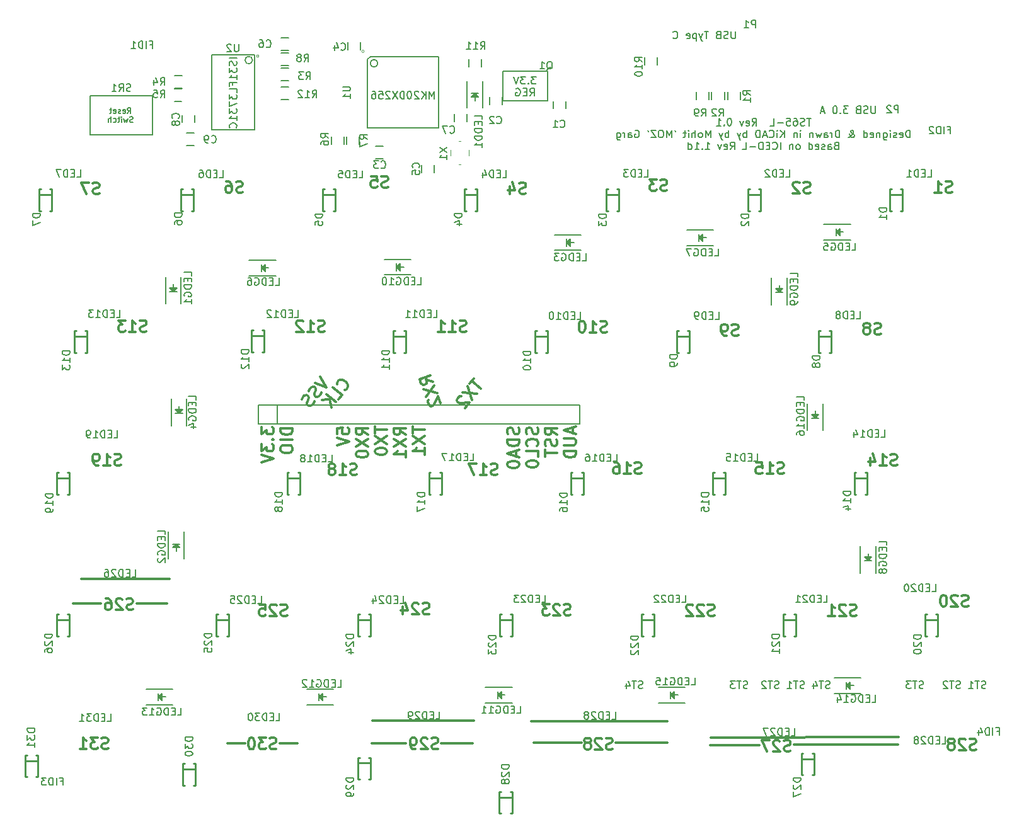
<source format=gbr>
G04 #@! TF.FileFunction,Legend,Bot*
%FSLAX46Y46*%
G04 Gerber Fmt 4.6, Leading zero omitted, Abs format (unit mm)*
G04 Created by KiCad (PCBNEW 4.0.1-stable) date 2/1/2016 10:13:23 PM*
%MOMM*%
G01*
G04 APERTURE LIST*
%ADD10C,0.150000*%
%ADD11C,0.200000*%
%ADD12C,0.304800*%
%ADD13C,0.300000*%
%ADD14C,0.220980*%
%ADD15C,0.127000*%
%ADD16C,0.100000*%
%ADD17C,0.203200*%
G04 APERTURE END LIST*
D10*
D11*
X153857482Y-110450262D02*
X153714625Y-110497881D01*
X153476529Y-110497881D01*
X153381291Y-110450262D01*
X153333672Y-110402643D01*
X153286053Y-110307405D01*
X153286053Y-110212167D01*
X153333672Y-110116929D01*
X153381291Y-110069310D01*
X153476529Y-110021690D01*
X153667006Y-109974071D01*
X153762244Y-109926452D01*
X153809863Y-109878833D01*
X153857482Y-109783595D01*
X153857482Y-109688357D01*
X153809863Y-109593119D01*
X153762244Y-109545500D01*
X153667006Y-109497881D01*
X153428910Y-109497881D01*
X153286053Y-109545500D01*
X153000339Y-109497881D02*
X152428910Y-109497881D01*
X152714625Y-110497881D02*
X152714625Y-109497881D01*
X151571767Y-110497881D02*
X152143196Y-110497881D01*
X151857482Y-110497881D02*
X151857482Y-109497881D01*
X151952720Y-109640738D01*
X152047958Y-109735976D01*
X152143196Y-109783595D01*
X150428910Y-110450262D02*
X150286053Y-110497881D01*
X150047957Y-110497881D01*
X149952719Y-110450262D01*
X149905100Y-110402643D01*
X149857481Y-110307405D01*
X149857481Y-110212167D01*
X149905100Y-110116929D01*
X149952719Y-110069310D01*
X150047957Y-110021690D01*
X150238434Y-109974071D01*
X150333672Y-109926452D01*
X150381291Y-109878833D01*
X150428910Y-109783595D01*
X150428910Y-109688357D01*
X150381291Y-109593119D01*
X150333672Y-109545500D01*
X150238434Y-109497881D01*
X150000338Y-109497881D01*
X149857481Y-109545500D01*
X149571767Y-109497881D02*
X149000338Y-109497881D01*
X149286053Y-110497881D02*
X149286053Y-109497881D01*
X148714624Y-109593119D02*
X148667005Y-109545500D01*
X148571767Y-109497881D01*
X148333671Y-109497881D01*
X148238433Y-109545500D01*
X148190814Y-109593119D01*
X148143195Y-109688357D01*
X148143195Y-109783595D01*
X148190814Y-109926452D01*
X148762243Y-110497881D01*
X148143195Y-110497881D01*
X145476528Y-110450262D02*
X145333671Y-110497881D01*
X145095575Y-110497881D01*
X145000337Y-110450262D01*
X144952718Y-110402643D01*
X144905099Y-110307405D01*
X144905099Y-110212167D01*
X144952718Y-110116929D01*
X145000337Y-110069310D01*
X145095575Y-110021690D01*
X145286052Y-109974071D01*
X145381290Y-109926452D01*
X145428909Y-109878833D01*
X145476528Y-109783595D01*
X145476528Y-109688357D01*
X145428909Y-109593119D01*
X145381290Y-109545500D01*
X145286052Y-109497881D01*
X145047956Y-109497881D01*
X144905099Y-109545500D01*
X144619385Y-109497881D02*
X144047956Y-109497881D01*
X144333671Y-110497881D02*
X144333671Y-109497881D01*
X143809861Y-109497881D02*
X143190813Y-109497881D01*
X143524147Y-109878833D01*
X143381289Y-109878833D01*
X143286051Y-109926452D01*
X143238432Y-109974071D01*
X143190813Y-110069310D01*
X143190813Y-110307405D01*
X143238432Y-110402643D01*
X143286051Y-110450262D01*
X143381289Y-110497881D01*
X143667004Y-110497881D01*
X143762242Y-110450262D01*
X143809861Y-110402643D01*
X132905096Y-110450262D02*
X132762239Y-110497881D01*
X132524143Y-110497881D01*
X132428905Y-110450262D01*
X132381286Y-110402643D01*
X132333667Y-110307405D01*
X132333667Y-110212167D01*
X132381286Y-110116929D01*
X132428905Y-110069310D01*
X132524143Y-110021690D01*
X132714620Y-109974071D01*
X132809858Y-109926452D01*
X132857477Y-109878833D01*
X132905096Y-109783595D01*
X132905096Y-109688357D01*
X132857477Y-109593119D01*
X132809858Y-109545500D01*
X132714620Y-109497881D01*
X132476524Y-109497881D01*
X132333667Y-109545500D01*
X132047953Y-109497881D02*
X131476524Y-109497881D01*
X131762239Y-110497881D02*
X131762239Y-109497881D01*
X130714619Y-109831214D02*
X130714619Y-110497881D01*
X130952715Y-109450262D02*
X131190810Y-110164548D01*
X130571762Y-110164548D01*
X129476524Y-110450262D02*
X129333667Y-110497881D01*
X129095571Y-110497881D01*
X129000333Y-110450262D01*
X128952714Y-110402643D01*
X128905095Y-110307405D01*
X128905095Y-110212167D01*
X128952714Y-110116929D01*
X129000333Y-110069310D01*
X129095571Y-110021690D01*
X129286048Y-109974071D01*
X129381286Y-109926452D01*
X129428905Y-109878833D01*
X129476524Y-109783595D01*
X129476524Y-109688357D01*
X129428905Y-109593119D01*
X129381286Y-109545500D01*
X129286048Y-109497881D01*
X129047952Y-109497881D01*
X128905095Y-109545500D01*
X128619381Y-109497881D02*
X128047952Y-109497881D01*
X128333667Y-110497881D02*
X128333667Y-109497881D01*
X127190809Y-110497881D02*
X127762238Y-110497881D01*
X127476524Y-110497881D02*
X127476524Y-109497881D01*
X127571762Y-109640738D01*
X127667000Y-109735976D01*
X127762238Y-109783595D01*
X126047952Y-110450262D02*
X125905095Y-110497881D01*
X125666999Y-110497881D01*
X125571761Y-110450262D01*
X125524142Y-110402643D01*
X125476523Y-110307405D01*
X125476523Y-110212167D01*
X125524142Y-110116929D01*
X125571761Y-110069310D01*
X125666999Y-110021690D01*
X125857476Y-109974071D01*
X125952714Y-109926452D01*
X126000333Y-109878833D01*
X126047952Y-109783595D01*
X126047952Y-109688357D01*
X126000333Y-109593119D01*
X125952714Y-109545500D01*
X125857476Y-109497881D01*
X125619380Y-109497881D01*
X125476523Y-109545500D01*
X125190809Y-109497881D02*
X124619380Y-109497881D01*
X124905095Y-110497881D02*
X124905095Y-109497881D01*
X124333666Y-109593119D02*
X124286047Y-109545500D01*
X124190809Y-109497881D01*
X123952713Y-109497881D01*
X123857475Y-109545500D01*
X123809856Y-109593119D01*
X123762237Y-109688357D01*
X123762237Y-109783595D01*
X123809856Y-109926452D01*
X124381285Y-110497881D01*
X123762237Y-110497881D01*
X121857475Y-110450262D02*
X121714618Y-110497881D01*
X121476522Y-110497881D01*
X121381284Y-110450262D01*
X121333665Y-110402643D01*
X121286046Y-110307405D01*
X121286046Y-110212167D01*
X121333665Y-110116929D01*
X121381284Y-110069310D01*
X121476522Y-110021690D01*
X121666999Y-109974071D01*
X121762237Y-109926452D01*
X121809856Y-109878833D01*
X121857475Y-109783595D01*
X121857475Y-109688357D01*
X121809856Y-109593119D01*
X121762237Y-109545500D01*
X121666999Y-109497881D01*
X121428903Y-109497881D01*
X121286046Y-109545500D01*
X121000332Y-109497881D02*
X120428903Y-109497881D01*
X120714618Y-110497881D02*
X120714618Y-109497881D01*
X120190808Y-109497881D02*
X119571760Y-109497881D01*
X119905094Y-109878833D01*
X119762236Y-109878833D01*
X119666998Y-109926452D01*
X119619379Y-109974071D01*
X119571760Y-110069310D01*
X119571760Y-110307405D01*
X119619379Y-110402643D01*
X119666998Y-110450262D01*
X119762236Y-110497881D01*
X120047951Y-110497881D01*
X120143189Y-110450262D01*
X120190808Y-110402643D01*
X107762233Y-110450262D02*
X107619376Y-110497881D01*
X107381280Y-110497881D01*
X107286042Y-110450262D01*
X107238423Y-110402643D01*
X107190804Y-110307405D01*
X107190804Y-110212167D01*
X107238423Y-110116929D01*
X107286042Y-110069310D01*
X107381280Y-110021690D01*
X107571757Y-109974071D01*
X107666995Y-109926452D01*
X107714614Y-109878833D01*
X107762233Y-109783595D01*
X107762233Y-109688357D01*
X107714614Y-109593119D01*
X107666995Y-109545500D01*
X107571757Y-109497881D01*
X107333661Y-109497881D01*
X107190804Y-109545500D01*
X106905090Y-109497881D02*
X106333661Y-109497881D01*
X106619376Y-110497881D02*
X106619376Y-109497881D01*
X105571756Y-109831214D02*
X105571756Y-110497881D01*
X105809852Y-109450262D02*
X106047947Y-110164548D01*
X105428899Y-110164548D01*
D12*
X99580700Y-117767100D02*
X93154500Y-117792500D01*
X104127300Y-117767100D02*
X111086900Y-117754400D01*
X116903500Y-117094000D02*
X142151100Y-117030500D01*
X128092200Y-118059200D02*
X142087600Y-118046500D01*
X123418600Y-118084600D02*
X116827300Y-118097300D01*
D11*
X147950038Y-117940081D02*
X148426229Y-117940081D01*
X148426229Y-116940081D01*
X147616705Y-117416271D02*
X147283371Y-117416271D01*
X147140514Y-117940081D02*
X147616705Y-117940081D01*
X147616705Y-116940081D01*
X147140514Y-116940081D01*
X146711943Y-117940081D02*
X146711943Y-116940081D01*
X146473848Y-116940081D01*
X146330990Y-116987700D01*
X146235752Y-117082938D01*
X146188133Y-117178176D01*
X146140514Y-117368652D01*
X146140514Y-117511510D01*
X146188133Y-117701986D01*
X146235752Y-117797224D01*
X146330990Y-117892462D01*
X146473848Y-117940081D01*
X146711943Y-117940081D01*
X145759562Y-117035319D02*
X145711943Y-116987700D01*
X145616705Y-116940081D01*
X145378609Y-116940081D01*
X145283371Y-116987700D01*
X145235752Y-117035319D01*
X145188133Y-117130557D01*
X145188133Y-117225795D01*
X145235752Y-117368652D01*
X145807181Y-117940081D01*
X145188133Y-117940081D01*
X144616705Y-117368652D02*
X144711943Y-117321033D01*
X144759562Y-117273414D01*
X144807181Y-117178176D01*
X144807181Y-117130557D01*
X144759562Y-117035319D01*
X144711943Y-116987700D01*
X144616705Y-116940081D01*
X144426228Y-116940081D01*
X144330990Y-116987700D01*
X144283371Y-117035319D01*
X144235752Y-117130557D01*
X144235752Y-117178176D01*
X144283371Y-117273414D01*
X144330990Y-117321033D01*
X144426228Y-117368652D01*
X144616705Y-117368652D01*
X144711943Y-117416271D01*
X144759562Y-117463890D01*
X144807181Y-117559129D01*
X144807181Y-117749605D01*
X144759562Y-117844843D01*
X144711943Y-117892462D01*
X144616705Y-117940081D01*
X144426228Y-117940081D01*
X144330990Y-117892462D01*
X144283371Y-117844843D01*
X144235752Y-117749605D01*
X144235752Y-117559129D01*
X144283371Y-117463890D01*
X144330990Y-117416271D01*
X144426228Y-117368652D01*
D12*
X152559657Y-118688757D02*
X152341943Y-118761329D01*
X151979086Y-118761329D01*
X151833943Y-118688757D01*
X151761372Y-118616186D01*
X151688800Y-118471043D01*
X151688800Y-118325900D01*
X151761372Y-118180757D01*
X151833943Y-118108186D01*
X151979086Y-118035614D01*
X152269372Y-117963043D01*
X152414514Y-117890471D01*
X152487086Y-117817900D01*
X152559657Y-117672757D01*
X152559657Y-117527614D01*
X152487086Y-117382471D01*
X152414514Y-117309900D01*
X152269372Y-117237329D01*
X151906514Y-117237329D01*
X151688800Y-117309900D01*
X151108228Y-117382471D02*
X151035657Y-117309900D01*
X150890514Y-117237329D01*
X150527657Y-117237329D01*
X150382514Y-117309900D01*
X150309943Y-117382471D01*
X150237371Y-117527614D01*
X150237371Y-117672757D01*
X150309943Y-117890471D01*
X151180800Y-118761329D01*
X150237371Y-118761329D01*
X149366514Y-117890471D02*
X149511656Y-117817900D01*
X149584228Y-117745329D01*
X149656799Y-117600186D01*
X149656799Y-117527614D01*
X149584228Y-117382471D01*
X149511656Y-117309900D01*
X149366514Y-117237329D01*
X149076228Y-117237329D01*
X148931085Y-117309900D01*
X148858514Y-117382471D01*
X148785942Y-117527614D01*
X148785942Y-117600186D01*
X148858514Y-117745329D01*
X148931085Y-117817900D01*
X149076228Y-117890471D01*
X149366514Y-117890471D01*
X149511656Y-117963043D01*
X149584228Y-118035614D01*
X149656799Y-118180757D01*
X149656799Y-118471043D01*
X149584228Y-118616186D01*
X149511656Y-118688757D01*
X149366514Y-118761329D01*
X149076228Y-118761329D01*
X148931085Y-118688757D01*
X148858514Y-118616186D01*
X148785942Y-118471043D01*
X148785942Y-118180757D01*
X148858514Y-118035614D01*
X148931085Y-117963043D01*
X149076228Y-117890471D01*
X92798900Y-114896900D02*
X111112300Y-114896900D01*
X71462900Y-114782600D02*
X85064600Y-114833400D01*
X75946000Y-117881400D02*
X71348600Y-117856000D01*
X80683100Y-117868700D02*
X84899500Y-117868700D01*
X54381400Y-117843300D02*
X52019200Y-117830600D01*
X59016900Y-117843300D02*
X61404500Y-117843300D01*
X32296100Y-95745300D02*
X44170600Y-95732600D01*
X34963100Y-99034600D02*
X31216600Y-99034600D01*
X39827200Y-99047300D02*
X43840400Y-99047300D01*
D11*
X130380953Y-33852381D02*
X129809524Y-33852381D01*
X130095239Y-34852381D02*
X130095239Y-33852381D01*
X129523810Y-34804762D02*
X129380953Y-34852381D01*
X129142857Y-34852381D01*
X129047619Y-34804762D01*
X129000000Y-34757143D01*
X128952381Y-34661905D01*
X128952381Y-34566667D01*
X129000000Y-34471429D01*
X129047619Y-34423810D01*
X129142857Y-34376190D01*
X129333334Y-34328571D01*
X129428572Y-34280952D01*
X129476191Y-34233333D01*
X129523810Y-34138095D01*
X129523810Y-34042857D01*
X129476191Y-33947619D01*
X129428572Y-33900000D01*
X129333334Y-33852381D01*
X129095238Y-33852381D01*
X128952381Y-33900000D01*
X128095238Y-33852381D02*
X128285715Y-33852381D01*
X128380953Y-33900000D01*
X128428572Y-33947619D01*
X128523810Y-34090476D01*
X128571429Y-34280952D01*
X128571429Y-34661905D01*
X128523810Y-34757143D01*
X128476191Y-34804762D01*
X128380953Y-34852381D01*
X128190476Y-34852381D01*
X128095238Y-34804762D01*
X128047619Y-34757143D01*
X128000000Y-34661905D01*
X128000000Y-34423810D01*
X128047619Y-34328571D01*
X128095238Y-34280952D01*
X128190476Y-34233333D01*
X128380953Y-34233333D01*
X128476191Y-34280952D01*
X128523810Y-34328571D01*
X128571429Y-34423810D01*
X127095238Y-33852381D02*
X127571429Y-33852381D01*
X127619048Y-34328571D01*
X127571429Y-34280952D01*
X127476191Y-34233333D01*
X127238095Y-34233333D01*
X127142857Y-34280952D01*
X127095238Y-34328571D01*
X127047619Y-34423810D01*
X127047619Y-34661905D01*
X127095238Y-34757143D01*
X127142857Y-34804762D01*
X127238095Y-34852381D01*
X127476191Y-34852381D01*
X127571429Y-34804762D01*
X127619048Y-34757143D01*
X126619048Y-34471429D02*
X125857143Y-34471429D01*
X124904762Y-34852381D02*
X125380953Y-34852381D01*
X125380953Y-33852381D01*
X122476190Y-34852381D02*
X122809524Y-34376190D01*
X123047619Y-34852381D02*
X123047619Y-33852381D01*
X122666666Y-33852381D01*
X122571428Y-33900000D01*
X122523809Y-33947619D01*
X122476190Y-34042857D01*
X122476190Y-34185714D01*
X122523809Y-34280952D01*
X122571428Y-34328571D01*
X122666666Y-34376190D01*
X123047619Y-34376190D01*
X121666666Y-34804762D02*
X121761904Y-34852381D01*
X121952381Y-34852381D01*
X122047619Y-34804762D01*
X122095238Y-34709524D01*
X122095238Y-34328571D01*
X122047619Y-34233333D01*
X121952381Y-34185714D01*
X121761904Y-34185714D01*
X121666666Y-34233333D01*
X121619047Y-34328571D01*
X121619047Y-34423810D01*
X122095238Y-34519048D01*
X121285714Y-34185714D02*
X121047619Y-34852381D01*
X120809523Y-34185714D01*
X119476190Y-33852381D02*
X119380951Y-33852381D01*
X119285713Y-33900000D01*
X119238094Y-33947619D01*
X119190475Y-34042857D01*
X119142856Y-34233333D01*
X119142856Y-34471429D01*
X119190475Y-34661905D01*
X119238094Y-34757143D01*
X119285713Y-34804762D01*
X119380951Y-34852381D01*
X119476190Y-34852381D01*
X119571428Y-34804762D01*
X119619047Y-34757143D01*
X119666666Y-34661905D01*
X119714285Y-34471429D01*
X119714285Y-34233333D01*
X119666666Y-34042857D01*
X119619047Y-33947619D01*
X119571428Y-33900000D01*
X119476190Y-33852381D01*
X118714285Y-34757143D02*
X118666666Y-34804762D01*
X118714285Y-34852381D01*
X118761904Y-34804762D01*
X118714285Y-34757143D01*
X118714285Y-34852381D01*
X117714285Y-34852381D02*
X118285714Y-34852381D01*
X118000000Y-34852381D02*
X118000000Y-33852381D01*
X118095238Y-33995238D01*
X118190476Y-34090476D01*
X118285714Y-34138095D01*
X143690477Y-36452381D02*
X143690477Y-35452381D01*
X143452382Y-35452381D01*
X143309524Y-35500000D01*
X143214286Y-35595238D01*
X143166667Y-35690476D01*
X143119048Y-35880952D01*
X143119048Y-36023810D01*
X143166667Y-36214286D01*
X143214286Y-36309524D01*
X143309524Y-36404762D01*
X143452382Y-36452381D01*
X143690477Y-36452381D01*
X142309524Y-36404762D02*
X142404762Y-36452381D01*
X142595239Y-36452381D01*
X142690477Y-36404762D01*
X142738096Y-36309524D01*
X142738096Y-35928571D01*
X142690477Y-35833333D01*
X142595239Y-35785714D01*
X142404762Y-35785714D01*
X142309524Y-35833333D01*
X142261905Y-35928571D01*
X142261905Y-36023810D01*
X142738096Y-36119048D01*
X141880953Y-36404762D02*
X141785715Y-36452381D01*
X141595239Y-36452381D01*
X141500000Y-36404762D01*
X141452381Y-36309524D01*
X141452381Y-36261905D01*
X141500000Y-36166667D01*
X141595239Y-36119048D01*
X141738096Y-36119048D01*
X141833334Y-36071429D01*
X141880953Y-35976190D01*
X141880953Y-35928571D01*
X141833334Y-35833333D01*
X141738096Y-35785714D01*
X141595239Y-35785714D01*
X141500000Y-35833333D01*
X141023810Y-36452381D02*
X141023810Y-35785714D01*
X141023810Y-35452381D02*
X141071429Y-35500000D01*
X141023810Y-35547619D01*
X140976191Y-35500000D01*
X141023810Y-35452381D01*
X141023810Y-35547619D01*
X140119048Y-35785714D02*
X140119048Y-36595238D01*
X140166667Y-36690476D01*
X140214286Y-36738095D01*
X140309525Y-36785714D01*
X140452382Y-36785714D01*
X140547620Y-36738095D01*
X140119048Y-36404762D02*
X140214286Y-36452381D01*
X140404763Y-36452381D01*
X140500001Y-36404762D01*
X140547620Y-36357143D01*
X140595239Y-36261905D01*
X140595239Y-35976190D01*
X140547620Y-35880952D01*
X140500001Y-35833333D01*
X140404763Y-35785714D01*
X140214286Y-35785714D01*
X140119048Y-35833333D01*
X139642858Y-35785714D02*
X139642858Y-36452381D01*
X139642858Y-35880952D02*
X139595239Y-35833333D01*
X139500001Y-35785714D01*
X139357143Y-35785714D01*
X139261905Y-35833333D01*
X139214286Y-35928571D01*
X139214286Y-36452381D01*
X138357143Y-36404762D02*
X138452381Y-36452381D01*
X138642858Y-36452381D01*
X138738096Y-36404762D01*
X138785715Y-36309524D01*
X138785715Y-35928571D01*
X138738096Y-35833333D01*
X138642858Y-35785714D01*
X138452381Y-35785714D01*
X138357143Y-35833333D01*
X138309524Y-35928571D01*
X138309524Y-36023810D01*
X138785715Y-36119048D01*
X137452381Y-36452381D02*
X137452381Y-35452381D01*
X137452381Y-36404762D02*
X137547619Y-36452381D01*
X137738096Y-36452381D01*
X137833334Y-36404762D01*
X137880953Y-36357143D01*
X137928572Y-36261905D01*
X137928572Y-35976190D01*
X137880953Y-35880952D01*
X137833334Y-35833333D01*
X137738096Y-35785714D01*
X137547619Y-35785714D01*
X137452381Y-35833333D01*
X135404762Y-36452381D02*
X135452381Y-36452381D01*
X135547619Y-36404762D01*
X135690476Y-36261905D01*
X135928571Y-35976190D01*
X136023810Y-35833333D01*
X136071429Y-35690476D01*
X136071429Y-35595238D01*
X136023810Y-35500000D01*
X135928571Y-35452381D01*
X135880952Y-35452381D01*
X135785714Y-35500000D01*
X135738095Y-35595238D01*
X135738095Y-35642857D01*
X135785714Y-35738095D01*
X135833333Y-35785714D01*
X136119048Y-35976190D01*
X136166667Y-36023810D01*
X136214286Y-36119048D01*
X136214286Y-36261905D01*
X136166667Y-36357143D01*
X136119048Y-36404762D01*
X136023810Y-36452381D01*
X135880952Y-36452381D01*
X135785714Y-36404762D01*
X135738095Y-36357143D01*
X135595238Y-36166667D01*
X135547619Y-36023810D01*
X135547619Y-35928571D01*
X134214286Y-36452381D02*
X134214286Y-35452381D01*
X133976191Y-35452381D01*
X133833333Y-35500000D01*
X133738095Y-35595238D01*
X133690476Y-35690476D01*
X133642857Y-35880952D01*
X133642857Y-36023810D01*
X133690476Y-36214286D01*
X133738095Y-36309524D01*
X133833333Y-36404762D01*
X133976191Y-36452381D01*
X134214286Y-36452381D01*
X133214286Y-36452381D02*
X133214286Y-35785714D01*
X133214286Y-35976190D02*
X133166667Y-35880952D01*
X133119048Y-35833333D01*
X133023810Y-35785714D01*
X132928571Y-35785714D01*
X132166666Y-36452381D02*
X132166666Y-35928571D01*
X132214285Y-35833333D01*
X132309523Y-35785714D01*
X132500000Y-35785714D01*
X132595238Y-35833333D01*
X132166666Y-36404762D02*
X132261904Y-36452381D01*
X132500000Y-36452381D01*
X132595238Y-36404762D01*
X132642857Y-36309524D01*
X132642857Y-36214286D01*
X132595238Y-36119048D01*
X132500000Y-36071429D01*
X132261904Y-36071429D01*
X132166666Y-36023810D01*
X131785714Y-35785714D02*
X131595238Y-36452381D01*
X131404761Y-35976190D01*
X131214285Y-36452381D01*
X131023809Y-35785714D01*
X130642857Y-35785714D02*
X130642857Y-36452381D01*
X130642857Y-35880952D02*
X130595238Y-35833333D01*
X130500000Y-35785714D01*
X130357142Y-35785714D01*
X130261904Y-35833333D01*
X130214285Y-35928571D01*
X130214285Y-36452381D01*
X128976190Y-36452381D02*
X128976190Y-35785714D01*
X128976190Y-35452381D02*
X129023809Y-35500000D01*
X128976190Y-35547619D01*
X128928571Y-35500000D01*
X128976190Y-35452381D01*
X128976190Y-35547619D01*
X128500000Y-35785714D02*
X128500000Y-36452381D01*
X128500000Y-35880952D02*
X128452381Y-35833333D01*
X128357143Y-35785714D01*
X128214285Y-35785714D01*
X128119047Y-35833333D01*
X128071428Y-35928571D01*
X128071428Y-36452381D01*
X126833333Y-36452381D02*
X126833333Y-35452381D01*
X126261904Y-36452381D02*
X126690476Y-35880952D01*
X126261904Y-35452381D02*
X126833333Y-36023810D01*
X125833333Y-36452381D02*
X125833333Y-35785714D01*
X125833333Y-35452381D02*
X125880952Y-35500000D01*
X125833333Y-35547619D01*
X125785714Y-35500000D01*
X125833333Y-35452381D01*
X125833333Y-35547619D01*
X124785714Y-36357143D02*
X124833333Y-36404762D01*
X124976190Y-36452381D01*
X125071428Y-36452381D01*
X125214286Y-36404762D01*
X125309524Y-36309524D01*
X125357143Y-36214286D01*
X125404762Y-36023810D01*
X125404762Y-35880952D01*
X125357143Y-35690476D01*
X125309524Y-35595238D01*
X125214286Y-35500000D01*
X125071428Y-35452381D01*
X124976190Y-35452381D01*
X124833333Y-35500000D01*
X124785714Y-35547619D01*
X124404762Y-36166667D02*
X123928571Y-36166667D01*
X124500000Y-36452381D02*
X124166667Y-35452381D01*
X123833333Y-36452381D01*
X123500000Y-36452381D02*
X123500000Y-35452381D01*
X123261905Y-35452381D01*
X123119047Y-35500000D01*
X123023809Y-35595238D01*
X122976190Y-35690476D01*
X122928571Y-35880952D01*
X122928571Y-36023810D01*
X122976190Y-36214286D01*
X123023809Y-36309524D01*
X123119047Y-36404762D01*
X123261905Y-36452381D01*
X123500000Y-36452381D01*
X121738095Y-36452381D02*
X121738095Y-35452381D01*
X121738095Y-35833333D02*
X121642857Y-35785714D01*
X121452380Y-35785714D01*
X121357142Y-35833333D01*
X121309523Y-35880952D01*
X121261904Y-35976190D01*
X121261904Y-36261905D01*
X121309523Y-36357143D01*
X121357142Y-36404762D01*
X121452380Y-36452381D01*
X121642857Y-36452381D01*
X121738095Y-36404762D01*
X120928571Y-35785714D02*
X120690476Y-36452381D01*
X120452380Y-35785714D02*
X120690476Y-36452381D01*
X120785714Y-36690476D01*
X120833333Y-36738095D01*
X120928571Y-36785714D01*
X119309523Y-36452381D02*
X119309523Y-35452381D01*
X119309523Y-35833333D02*
X119214285Y-35785714D01*
X119023808Y-35785714D01*
X118928570Y-35833333D01*
X118880951Y-35880952D01*
X118833332Y-35976190D01*
X118833332Y-36261905D01*
X118880951Y-36357143D01*
X118928570Y-36404762D01*
X119023808Y-36452381D01*
X119214285Y-36452381D01*
X119309523Y-36404762D01*
X118499999Y-35785714D02*
X118261904Y-36452381D01*
X118023808Y-35785714D02*
X118261904Y-36452381D01*
X118357142Y-36690476D01*
X118404761Y-36738095D01*
X118499999Y-36785714D01*
X116880951Y-36452381D02*
X116880951Y-35452381D01*
X116547617Y-36166667D01*
X116214284Y-35452381D01*
X116214284Y-36452381D01*
X115595237Y-36452381D02*
X115690475Y-36404762D01*
X115738094Y-36357143D01*
X115785713Y-36261905D01*
X115785713Y-35976190D01*
X115738094Y-35880952D01*
X115690475Y-35833333D01*
X115595237Y-35785714D01*
X115452379Y-35785714D01*
X115357141Y-35833333D01*
X115309522Y-35880952D01*
X115261903Y-35976190D01*
X115261903Y-36261905D01*
X115309522Y-36357143D01*
X115357141Y-36404762D01*
X115452379Y-36452381D01*
X115595237Y-36452381D01*
X114833332Y-36452381D02*
X114833332Y-35452381D01*
X114404760Y-36452381D02*
X114404760Y-35928571D01*
X114452379Y-35833333D01*
X114547617Y-35785714D01*
X114690475Y-35785714D01*
X114785713Y-35833333D01*
X114833332Y-35880952D01*
X113928570Y-36452381D02*
X113928570Y-35785714D01*
X113928570Y-35452381D02*
X113976189Y-35500000D01*
X113928570Y-35547619D01*
X113880951Y-35500000D01*
X113928570Y-35452381D01*
X113928570Y-35547619D01*
X113595237Y-35785714D02*
X113214285Y-35785714D01*
X113452380Y-35452381D02*
X113452380Y-36309524D01*
X113404761Y-36404762D01*
X113309523Y-36452381D01*
X113214285Y-36452381D01*
X112071427Y-35452381D02*
X112166665Y-35642857D01*
X111642856Y-36452381D02*
X111642856Y-35452381D01*
X111309522Y-36166667D01*
X110976189Y-35452381D01*
X110976189Y-36452381D01*
X110309523Y-35452381D02*
X110119046Y-35452381D01*
X110023808Y-35500000D01*
X109928570Y-35595238D01*
X109880951Y-35785714D01*
X109880951Y-36119048D01*
X109928570Y-36309524D01*
X110023808Y-36404762D01*
X110119046Y-36452381D01*
X110309523Y-36452381D01*
X110404761Y-36404762D01*
X110499999Y-36309524D01*
X110547618Y-36119048D01*
X110547618Y-35785714D01*
X110499999Y-35595238D01*
X110404761Y-35500000D01*
X110309523Y-35452381D01*
X109547618Y-35452381D02*
X108880951Y-35452381D01*
X109547618Y-36452381D01*
X108880951Y-36452381D01*
X108452380Y-35452381D02*
X108547618Y-35642857D01*
X106738094Y-35500000D02*
X106833332Y-35452381D01*
X106976189Y-35452381D01*
X107119047Y-35500000D01*
X107214285Y-35595238D01*
X107261904Y-35690476D01*
X107309523Y-35880952D01*
X107309523Y-36023810D01*
X107261904Y-36214286D01*
X107214285Y-36309524D01*
X107119047Y-36404762D01*
X106976189Y-36452381D01*
X106880951Y-36452381D01*
X106738094Y-36404762D01*
X106690475Y-36357143D01*
X106690475Y-36023810D01*
X106880951Y-36023810D01*
X105833332Y-36452381D02*
X105833332Y-35928571D01*
X105880951Y-35833333D01*
X105976189Y-35785714D01*
X106166666Y-35785714D01*
X106261904Y-35833333D01*
X105833332Y-36404762D02*
X105928570Y-36452381D01*
X106166666Y-36452381D01*
X106261904Y-36404762D01*
X106309523Y-36309524D01*
X106309523Y-36214286D01*
X106261904Y-36119048D01*
X106166666Y-36071429D01*
X105928570Y-36071429D01*
X105833332Y-36023810D01*
X105357142Y-36452381D02*
X105357142Y-35785714D01*
X105357142Y-35976190D02*
X105309523Y-35880952D01*
X105261904Y-35833333D01*
X105166666Y-35785714D01*
X105071427Y-35785714D01*
X104309522Y-35785714D02*
X104309522Y-36595238D01*
X104357141Y-36690476D01*
X104404760Y-36738095D01*
X104499999Y-36785714D01*
X104642856Y-36785714D01*
X104738094Y-36738095D01*
X104309522Y-36404762D02*
X104404760Y-36452381D01*
X104595237Y-36452381D01*
X104690475Y-36404762D01*
X104738094Y-36357143D01*
X104785713Y-36261905D01*
X104785713Y-35976190D01*
X104738094Y-35880952D01*
X104690475Y-35833333D01*
X104595237Y-35785714D01*
X104404760Y-35785714D01*
X104309522Y-35833333D01*
X133761905Y-37528571D02*
X133619048Y-37576190D01*
X133571429Y-37623810D01*
X133523810Y-37719048D01*
X133523810Y-37861905D01*
X133571429Y-37957143D01*
X133619048Y-38004762D01*
X133714286Y-38052381D01*
X134095239Y-38052381D01*
X134095239Y-37052381D01*
X133761905Y-37052381D01*
X133666667Y-37100000D01*
X133619048Y-37147619D01*
X133571429Y-37242857D01*
X133571429Y-37338095D01*
X133619048Y-37433333D01*
X133666667Y-37480952D01*
X133761905Y-37528571D01*
X134095239Y-37528571D01*
X132666667Y-38052381D02*
X132666667Y-37528571D01*
X132714286Y-37433333D01*
X132809524Y-37385714D01*
X133000001Y-37385714D01*
X133095239Y-37433333D01*
X132666667Y-38004762D02*
X132761905Y-38052381D01*
X133000001Y-38052381D01*
X133095239Y-38004762D01*
X133142858Y-37909524D01*
X133142858Y-37814286D01*
X133095239Y-37719048D01*
X133000001Y-37671429D01*
X132761905Y-37671429D01*
X132666667Y-37623810D01*
X132238096Y-38004762D02*
X132142858Y-38052381D01*
X131952382Y-38052381D01*
X131857143Y-38004762D01*
X131809524Y-37909524D01*
X131809524Y-37861905D01*
X131857143Y-37766667D01*
X131952382Y-37719048D01*
X132095239Y-37719048D01*
X132190477Y-37671429D01*
X132238096Y-37576190D01*
X132238096Y-37528571D01*
X132190477Y-37433333D01*
X132095239Y-37385714D01*
X131952382Y-37385714D01*
X131857143Y-37433333D01*
X131000000Y-38004762D02*
X131095238Y-38052381D01*
X131285715Y-38052381D01*
X131380953Y-38004762D01*
X131428572Y-37909524D01*
X131428572Y-37528571D01*
X131380953Y-37433333D01*
X131285715Y-37385714D01*
X131095238Y-37385714D01*
X131000000Y-37433333D01*
X130952381Y-37528571D01*
X130952381Y-37623810D01*
X131428572Y-37719048D01*
X130095238Y-38052381D02*
X130095238Y-37052381D01*
X130095238Y-38004762D02*
X130190476Y-38052381D01*
X130380953Y-38052381D01*
X130476191Y-38004762D01*
X130523810Y-37957143D01*
X130571429Y-37861905D01*
X130571429Y-37576190D01*
X130523810Y-37480952D01*
X130476191Y-37433333D01*
X130380953Y-37385714D01*
X130190476Y-37385714D01*
X130095238Y-37433333D01*
X128714286Y-38052381D02*
X128809524Y-38004762D01*
X128857143Y-37957143D01*
X128904762Y-37861905D01*
X128904762Y-37576190D01*
X128857143Y-37480952D01*
X128809524Y-37433333D01*
X128714286Y-37385714D01*
X128571428Y-37385714D01*
X128476190Y-37433333D01*
X128428571Y-37480952D01*
X128380952Y-37576190D01*
X128380952Y-37861905D01*
X128428571Y-37957143D01*
X128476190Y-38004762D01*
X128571428Y-38052381D01*
X128714286Y-38052381D01*
X127952381Y-37385714D02*
X127952381Y-38052381D01*
X127952381Y-37480952D02*
X127904762Y-37433333D01*
X127809524Y-37385714D01*
X127666666Y-37385714D01*
X127571428Y-37433333D01*
X127523809Y-37528571D01*
X127523809Y-38052381D01*
X126285714Y-38052381D02*
X126285714Y-37052381D01*
X125238095Y-37957143D02*
X125285714Y-38004762D01*
X125428571Y-38052381D01*
X125523809Y-38052381D01*
X125666667Y-38004762D01*
X125761905Y-37909524D01*
X125809524Y-37814286D01*
X125857143Y-37623810D01*
X125857143Y-37480952D01*
X125809524Y-37290476D01*
X125761905Y-37195238D01*
X125666667Y-37100000D01*
X125523809Y-37052381D01*
X125428571Y-37052381D01*
X125285714Y-37100000D01*
X125238095Y-37147619D01*
X124809524Y-37528571D02*
X124476190Y-37528571D01*
X124333333Y-38052381D02*
X124809524Y-38052381D01*
X124809524Y-37052381D01*
X124333333Y-37052381D01*
X123904762Y-38052381D02*
X123904762Y-37052381D01*
X123666667Y-37052381D01*
X123523809Y-37100000D01*
X123428571Y-37195238D01*
X123380952Y-37290476D01*
X123333333Y-37480952D01*
X123333333Y-37623810D01*
X123380952Y-37814286D01*
X123428571Y-37909524D01*
X123523809Y-38004762D01*
X123666667Y-38052381D01*
X123904762Y-38052381D01*
X122904762Y-37671429D02*
X122142857Y-37671429D01*
X121190476Y-38052381D02*
X121666667Y-38052381D01*
X121666667Y-37052381D01*
X119523809Y-38052381D02*
X119857143Y-37576190D01*
X120095238Y-38052381D02*
X120095238Y-37052381D01*
X119714285Y-37052381D01*
X119619047Y-37100000D01*
X119571428Y-37147619D01*
X119523809Y-37242857D01*
X119523809Y-37385714D01*
X119571428Y-37480952D01*
X119619047Y-37528571D01*
X119714285Y-37576190D01*
X120095238Y-37576190D01*
X118714285Y-38004762D02*
X118809523Y-38052381D01*
X119000000Y-38052381D01*
X119095238Y-38004762D01*
X119142857Y-37909524D01*
X119142857Y-37528571D01*
X119095238Y-37433333D01*
X119000000Y-37385714D01*
X118809523Y-37385714D01*
X118714285Y-37433333D01*
X118666666Y-37528571D01*
X118666666Y-37623810D01*
X119142857Y-37719048D01*
X118333333Y-37385714D02*
X118095238Y-38052381D01*
X117857142Y-37385714D01*
X116190475Y-38052381D02*
X116761904Y-38052381D01*
X116476190Y-38052381D02*
X116476190Y-37052381D01*
X116571428Y-37195238D01*
X116666666Y-37290476D01*
X116761904Y-37338095D01*
X115761904Y-37957143D02*
X115714285Y-38004762D01*
X115761904Y-38052381D01*
X115809523Y-38004762D01*
X115761904Y-37957143D01*
X115761904Y-38052381D01*
X114761904Y-38052381D02*
X115333333Y-38052381D01*
X115047619Y-38052381D02*
X115047619Y-37052381D01*
X115142857Y-37195238D01*
X115238095Y-37290476D01*
X115333333Y-37338095D01*
X113904761Y-38052381D02*
X113904761Y-37052381D01*
X113904761Y-38004762D02*
X113999999Y-38052381D01*
X114190476Y-38052381D01*
X114285714Y-38004762D01*
X114333333Y-37957143D01*
X114380952Y-37861905D01*
X114380952Y-37576190D01*
X114333333Y-37480952D01*
X114285714Y-37433333D01*
X114190476Y-37385714D01*
X113999999Y-37385714D01*
X113904761Y-37433333D01*
D13*
X79596456Y-69244768D02*
X78698089Y-69004186D01*
X79283752Y-68385620D02*
X77780244Y-68932852D01*
X77988713Y-69505618D01*
X78112426Y-69622750D01*
X78210080Y-69668288D01*
X78379330Y-69687766D01*
X78594117Y-69609590D01*
X78711250Y-69485877D01*
X78756786Y-69388222D01*
X78776265Y-69218972D01*
X78567796Y-68646207D01*
X78275359Y-70293169D02*
X80143689Y-70748276D01*
X78640180Y-71295508D02*
X79778867Y-69745937D01*
X78965782Y-71744561D02*
X78920245Y-71842215D01*
X78900767Y-72011465D01*
X79031061Y-72369444D01*
X79154773Y-72486576D01*
X79252427Y-72532113D01*
X79421677Y-72551592D01*
X79564869Y-72499474D01*
X79753597Y-72349702D01*
X80300041Y-71177850D01*
X80638804Y-72108594D01*
X85108251Y-68857427D02*
X84520559Y-69557810D01*
X86040076Y-70236079D02*
X84814405Y-69207618D01*
X84275688Y-69849636D02*
X84815719Y-71695211D01*
X83590048Y-70666751D02*
X85501359Y-70878097D01*
X83363957Y-71173256D02*
X83256618Y-71182647D01*
X83100305Y-71250404D01*
X82855433Y-71542231D01*
X82815849Y-71707935D01*
X82825240Y-71815274D01*
X82892996Y-71971589D01*
X83009727Y-72069537D01*
X83233797Y-72158095D01*
X84521873Y-72045403D01*
X83885207Y-72804152D01*
X67689877Y-70396717D02*
X67797216Y-70387326D01*
X68002505Y-70261205D01*
X68100454Y-70144474D01*
X68189010Y-69920404D01*
X68170228Y-69705725D01*
X68102472Y-69549410D01*
X67917985Y-69295148D01*
X67742890Y-69148226D01*
X67460454Y-69010693D01*
X67294749Y-68971110D01*
X67080070Y-68989892D01*
X66874782Y-69116014D01*
X66776834Y-69232745D01*
X66688275Y-69456815D01*
X66697666Y-69564154D01*
X66876096Y-71603606D02*
X67365839Y-71019953D01*
X66140168Y-69991493D01*
X66533276Y-72012163D02*
X65307605Y-70983703D01*
X65945585Y-72712547D02*
X65685969Y-71599568D01*
X64719913Y-71684087D02*
X66007988Y-71571394D01*
X64419951Y-68590727D02*
X65302802Y-70027743D01*
X63734311Y-69407841D01*
X64607770Y-70737518D02*
X64519213Y-70961588D01*
X64274341Y-71253415D01*
X64118027Y-71321171D01*
X64010688Y-71330562D01*
X63844983Y-71290979D01*
X63728252Y-71193031D01*
X63660496Y-71036716D01*
X63651105Y-70929377D01*
X63690688Y-70763672D01*
X63828220Y-70481236D01*
X63867803Y-70315532D01*
X63858412Y-70208191D01*
X63790656Y-70051878D01*
X63673925Y-69953929D01*
X63508221Y-69914346D01*
X63400881Y-69923737D01*
X63244567Y-69991494D01*
X62999696Y-70283320D01*
X62911138Y-70507390D01*
X63628284Y-71904824D02*
X63539727Y-72128895D01*
X63294855Y-72420722D01*
X63138541Y-72488478D01*
X63031202Y-72497868D01*
X62865497Y-72458286D01*
X62748766Y-72360337D01*
X62681010Y-72204023D01*
X62671618Y-72096683D01*
X62711202Y-71930978D01*
X62848734Y-71648543D01*
X62888317Y-71482838D01*
X62878926Y-71375498D01*
X62811170Y-71219184D01*
X62694439Y-71121236D01*
X62528734Y-71081652D01*
X62421395Y-71091044D01*
X62265081Y-71158800D01*
X62020210Y-71450626D01*
X61931652Y-71674697D01*
X56578610Y-75336371D02*
X56578610Y-76326848D01*
X57188133Y-75793514D01*
X57188133Y-76022086D01*
X57264324Y-76174467D01*
X57340514Y-76250657D01*
X57492895Y-76326848D01*
X57873848Y-76326848D01*
X58026229Y-76250657D01*
X58102419Y-76174467D01*
X58178610Y-76022086D01*
X58178610Y-75564943D01*
X58102419Y-75412562D01*
X58026229Y-75336371D01*
X58026229Y-77012562D02*
X58102419Y-77088753D01*
X58178610Y-77012562D01*
X58102419Y-76936372D01*
X58026229Y-77012562D01*
X58178610Y-77012562D01*
X56578610Y-77622086D02*
X56578610Y-78612563D01*
X57188133Y-78079229D01*
X57188133Y-78307801D01*
X57264324Y-78460182D01*
X57340514Y-78536372D01*
X57492895Y-78612563D01*
X57873848Y-78612563D01*
X58026229Y-78536372D01*
X58102419Y-78460182D01*
X58178610Y-78307801D01*
X58178610Y-77850658D01*
X58102419Y-77698277D01*
X58026229Y-77622086D01*
X56578610Y-79069706D02*
X58178610Y-79603039D01*
X56578610Y-80136373D01*
X60718610Y-75488752D02*
X59118610Y-75488752D01*
X59118610Y-75869705D01*
X59194800Y-76098276D01*
X59347181Y-76250657D01*
X59499562Y-76326848D01*
X59804324Y-76403038D01*
X60032895Y-76403038D01*
X60337657Y-76326848D01*
X60490038Y-76250657D01*
X60642419Y-76098276D01*
X60718610Y-75869705D01*
X60718610Y-75488752D01*
X60718610Y-77088752D02*
X59118610Y-77088752D01*
X59118610Y-78155419D02*
X59118610Y-78460181D01*
X59194800Y-78612562D01*
X59347181Y-78764943D01*
X59651943Y-78841134D01*
X60185276Y-78841134D01*
X60490038Y-78764943D01*
X60642419Y-78612562D01*
X60718610Y-78460181D01*
X60718610Y-78155419D01*
X60642419Y-78003038D01*
X60490038Y-77850657D01*
X60185276Y-77774467D01*
X59651943Y-77774467D01*
X59347181Y-77850657D01*
X59194800Y-78003038D01*
X59118610Y-78155419D01*
X66738610Y-76250657D02*
X66738610Y-75488752D01*
X67500514Y-75412562D01*
X67424324Y-75488752D01*
X67348133Y-75641133D01*
X67348133Y-76022086D01*
X67424324Y-76174467D01*
X67500514Y-76250657D01*
X67652895Y-76326848D01*
X68033848Y-76326848D01*
X68186229Y-76250657D01*
X68262419Y-76174467D01*
X68338610Y-76022086D01*
X68338610Y-75641133D01*
X68262419Y-75488752D01*
X68186229Y-75412562D01*
X66738610Y-76783991D02*
X68338610Y-77317324D01*
X66738610Y-77850658D01*
X70878610Y-76403038D02*
X70116705Y-75869705D01*
X70878610Y-75488752D02*
X69278610Y-75488752D01*
X69278610Y-76098276D01*
X69354800Y-76250657D01*
X69430990Y-76326848D01*
X69583371Y-76403038D01*
X69811943Y-76403038D01*
X69964324Y-76326848D01*
X70040514Y-76250657D01*
X70116705Y-76098276D01*
X70116705Y-75488752D01*
X69278610Y-76936371D02*
X70878610Y-78003038D01*
X69278610Y-78003038D02*
X70878610Y-76936371D01*
X69278610Y-78917324D02*
X69278610Y-79069705D01*
X69354800Y-79222086D01*
X69430990Y-79298277D01*
X69583371Y-79374467D01*
X69888133Y-79450658D01*
X70269086Y-79450658D01*
X70573848Y-79374467D01*
X70726229Y-79298277D01*
X70802419Y-79222086D01*
X70878610Y-79069705D01*
X70878610Y-78917324D01*
X70802419Y-78764943D01*
X70726229Y-78688753D01*
X70573848Y-78612562D01*
X70269086Y-78536372D01*
X69888133Y-78536372D01*
X69583371Y-78612562D01*
X69430990Y-78688753D01*
X69354800Y-78764943D01*
X69278610Y-78917324D01*
X71818610Y-75260181D02*
X71818610Y-76174467D01*
X73418610Y-75717324D02*
X71818610Y-75717324D01*
X71818610Y-76555419D02*
X73418610Y-77622086D01*
X71818610Y-77622086D02*
X73418610Y-76555419D01*
X71818610Y-78536372D02*
X71818610Y-78688753D01*
X71894800Y-78841134D01*
X71970990Y-78917325D01*
X72123371Y-78993515D01*
X72428133Y-79069706D01*
X72809086Y-79069706D01*
X73113848Y-78993515D01*
X73266229Y-78917325D01*
X73342419Y-78841134D01*
X73418610Y-78688753D01*
X73418610Y-78536372D01*
X73342419Y-78383991D01*
X73266229Y-78307801D01*
X73113848Y-78231610D01*
X72809086Y-78155420D01*
X72428133Y-78155420D01*
X72123371Y-78231610D01*
X71970990Y-78307801D01*
X71894800Y-78383991D01*
X71818610Y-78536372D01*
X75958610Y-76403038D02*
X75196705Y-75869705D01*
X75958610Y-75488752D02*
X74358610Y-75488752D01*
X74358610Y-76098276D01*
X74434800Y-76250657D01*
X74510990Y-76326848D01*
X74663371Y-76403038D01*
X74891943Y-76403038D01*
X75044324Y-76326848D01*
X75120514Y-76250657D01*
X75196705Y-76098276D01*
X75196705Y-75488752D01*
X74358610Y-76936371D02*
X75958610Y-78003038D01*
X74358610Y-78003038D02*
X75958610Y-76936371D01*
X75958610Y-79450658D02*
X75958610Y-78536372D01*
X75958610Y-78993515D02*
X74358610Y-78993515D01*
X74587181Y-78841134D01*
X74739562Y-78688753D01*
X74815752Y-78536372D01*
X76898610Y-75260181D02*
X76898610Y-76174467D01*
X78498610Y-75717324D02*
X76898610Y-75717324D01*
X76898610Y-76555419D02*
X78498610Y-77622086D01*
X76898610Y-77622086D02*
X78498610Y-76555419D01*
X78498610Y-79069706D02*
X78498610Y-78155420D01*
X78498610Y-78612563D02*
X76898610Y-78612563D01*
X77127181Y-78460182D01*
X77279562Y-78307801D01*
X77355752Y-78155420D01*
X91122419Y-75412562D02*
X91198610Y-75641133D01*
X91198610Y-76022086D01*
X91122419Y-76174467D01*
X91046229Y-76250657D01*
X90893848Y-76326848D01*
X90741467Y-76326848D01*
X90589086Y-76250657D01*
X90512895Y-76174467D01*
X90436705Y-76022086D01*
X90360514Y-75717324D01*
X90284324Y-75564943D01*
X90208133Y-75488752D01*
X90055752Y-75412562D01*
X89903371Y-75412562D01*
X89750990Y-75488752D01*
X89674800Y-75564943D01*
X89598610Y-75717324D01*
X89598610Y-76098276D01*
X89674800Y-76326848D01*
X91198610Y-77012562D02*
X89598610Y-77012562D01*
X89598610Y-77393515D01*
X89674800Y-77622086D01*
X89827181Y-77774467D01*
X89979562Y-77850658D01*
X90284324Y-77926848D01*
X90512895Y-77926848D01*
X90817657Y-77850658D01*
X90970038Y-77774467D01*
X91122419Y-77622086D01*
X91198610Y-77393515D01*
X91198610Y-77012562D01*
X90741467Y-78536372D02*
X90741467Y-79298277D01*
X91198610Y-78383991D02*
X89598610Y-78917324D01*
X91198610Y-79450658D01*
X89598610Y-80288753D02*
X89598610Y-80441134D01*
X89674800Y-80593515D01*
X89750990Y-80669706D01*
X89903371Y-80745896D01*
X90208133Y-80822087D01*
X90589086Y-80822087D01*
X90893848Y-80745896D01*
X91046229Y-80669706D01*
X91122419Y-80593515D01*
X91198610Y-80441134D01*
X91198610Y-80288753D01*
X91122419Y-80136372D01*
X91046229Y-80060182D01*
X90893848Y-79983991D01*
X90589086Y-79907801D01*
X90208133Y-79907801D01*
X89903371Y-79983991D01*
X89750990Y-80060182D01*
X89674800Y-80136372D01*
X89598610Y-80288753D01*
X93662419Y-75412562D02*
X93738610Y-75641133D01*
X93738610Y-76022086D01*
X93662419Y-76174467D01*
X93586229Y-76250657D01*
X93433848Y-76326848D01*
X93281467Y-76326848D01*
X93129086Y-76250657D01*
X93052895Y-76174467D01*
X92976705Y-76022086D01*
X92900514Y-75717324D01*
X92824324Y-75564943D01*
X92748133Y-75488752D01*
X92595752Y-75412562D01*
X92443371Y-75412562D01*
X92290990Y-75488752D01*
X92214800Y-75564943D01*
X92138610Y-75717324D01*
X92138610Y-76098276D01*
X92214800Y-76326848D01*
X93586229Y-77926848D02*
X93662419Y-77850658D01*
X93738610Y-77622086D01*
X93738610Y-77469705D01*
X93662419Y-77241134D01*
X93510038Y-77088753D01*
X93357657Y-77012562D01*
X93052895Y-76936372D01*
X92824324Y-76936372D01*
X92519562Y-77012562D01*
X92367181Y-77088753D01*
X92214800Y-77241134D01*
X92138610Y-77469705D01*
X92138610Y-77622086D01*
X92214800Y-77850658D01*
X92290990Y-77926848D01*
X93738610Y-79374467D02*
X93738610Y-78612562D01*
X92138610Y-78612562D01*
X92138610Y-80212562D02*
X92138610Y-80364943D01*
X92214800Y-80517324D01*
X92290990Y-80593515D01*
X92443371Y-80669705D01*
X92748133Y-80745896D01*
X93129086Y-80745896D01*
X93433848Y-80669705D01*
X93586229Y-80593515D01*
X93662419Y-80517324D01*
X93738610Y-80364943D01*
X93738610Y-80212562D01*
X93662419Y-80060181D01*
X93586229Y-79983991D01*
X93433848Y-79907800D01*
X93129086Y-79831610D01*
X92748133Y-79831610D01*
X92443371Y-79907800D01*
X92290990Y-79983991D01*
X92214800Y-80060181D01*
X92138610Y-80212562D01*
X96278610Y-76403038D02*
X95516705Y-75869705D01*
X96278610Y-75488752D02*
X94678610Y-75488752D01*
X94678610Y-76098276D01*
X94754800Y-76250657D01*
X94830990Y-76326848D01*
X94983371Y-76403038D01*
X95211943Y-76403038D01*
X95364324Y-76326848D01*
X95440514Y-76250657D01*
X95516705Y-76098276D01*
X95516705Y-75488752D01*
X96202419Y-77012562D02*
X96278610Y-77241133D01*
X96278610Y-77622086D01*
X96202419Y-77774467D01*
X96126229Y-77850657D01*
X95973848Y-77926848D01*
X95821467Y-77926848D01*
X95669086Y-77850657D01*
X95592895Y-77774467D01*
X95516705Y-77622086D01*
X95440514Y-77317324D01*
X95364324Y-77164943D01*
X95288133Y-77088752D01*
X95135752Y-77012562D01*
X94983371Y-77012562D01*
X94830990Y-77088752D01*
X94754800Y-77164943D01*
X94678610Y-77317324D01*
X94678610Y-77698276D01*
X94754800Y-77926848D01*
X94678610Y-78383991D02*
X94678610Y-79298277D01*
X96278610Y-78841134D02*
X94678610Y-78841134D01*
X98361467Y-75412562D02*
X98361467Y-76174467D01*
X98818610Y-75260181D02*
X97218610Y-75793514D01*
X98818610Y-76326848D01*
X97218610Y-76860181D02*
X98513848Y-76860181D01*
X98666229Y-76936372D01*
X98742419Y-77012562D01*
X98818610Y-77164943D01*
X98818610Y-77469705D01*
X98742419Y-77622086D01*
X98666229Y-77698277D01*
X98513848Y-77774467D01*
X97218610Y-77774467D01*
X98818610Y-78536371D02*
X97218610Y-78536371D01*
X97218610Y-78917324D01*
X97294800Y-79145895D01*
X97447181Y-79298276D01*
X97599562Y-79374467D01*
X97904324Y-79450657D01*
X98132895Y-79450657D01*
X98437657Y-79374467D01*
X98590038Y-79298276D01*
X98742419Y-79145895D01*
X98818610Y-78917324D01*
X98818610Y-78536371D01*
D11*
X139037557Y-32205681D02*
X139037557Y-33015205D01*
X138989938Y-33110443D01*
X138942319Y-33158062D01*
X138847081Y-33205681D01*
X138656604Y-33205681D01*
X138561366Y-33158062D01*
X138513747Y-33110443D01*
X138466128Y-33015205D01*
X138466128Y-32205681D01*
X138037557Y-33158062D02*
X137894700Y-33205681D01*
X137656604Y-33205681D01*
X137561366Y-33158062D01*
X137513747Y-33110443D01*
X137466128Y-33015205D01*
X137466128Y-32919967D01*
X137513747Y-32824729D01*
X137561366Y-32777110D01*
X137656604Y-32729490D01*
X137847081Y-32681871D01*
X137942319Y-32634252D01*
X137989938Y-32586633D01*
X138037557Y-32491395D01*
X138037557Y-32396157D01*
X137989938Y-32300919D01*
X137942319Y-32253300D01*
X137847081Y-32205681D01*
X137608985Y-32205681D01*
X137466128Y-32253300D01*
X136704223Y-32681871D02*
X136561366Y-32729490D01*
X136513747Y-32777110D01*
X136466128Y-32872348D01*
X136466128Y-33015205D01*
X136513747Y-33110443D01*
X136561366Y-33158062D01*
X136656604Y-33205681D01*
X137037557Y-33205681D01*
X137037557Y-32205681D01*
X136704223Y-32205681D01*
X136608985Y-32253300D01*
X136561366Y-32300919D01*
X136513747Y-32396157D01*
X136513747Y-32491395D01*
X136561366Y-32586633D01*
X136608985Y-32634252D01*
X136704223Y-32681871D01*
X137037557Y-32681871D01*
X135370890Y-32205681D02*
X134751842Y-32205681D01*
X135085176Y-32586633D01*
X134942318Y-32586633D01*
X134847080Y-32634252D01*
X134799461Y-32681871D01*
X134751842Y-32777110D01*
X134751842Y-33015205D01*
X134799461Y-33110443D01*
X134847080Y-33158062D01*
X134942318Y-33205681D01*
X135228033Y-33205681D01*
X135323271Y-33158062D01*
X135370890Y-33110443D01*
X134323271Y-33110443D02*
X134275652Y-33158062D01*
X134323271Y-33205681D01*
X134370890Y-33158062D01*
X134323271Y-33110443D01*
X134323271Y-33205681D01*
X133656605Y-32205681D02*
X133561366Y-32205681D01*
X133466128Y-32253300D01*
X133418509Y-32300919D01*
X133370890Y-32396157D01*
X133323271Y-32586633D01*
X133323271Y-32824729D01*
X133370890Y-33015205D01*
X133418509Y-33110443D01*
X133466128Y-33158062D01*
X133561366Y-33205681D01*
X133656605Y-33205681D01*
X133751843Y-33158062D01*
X133799462Y-33110443D01*
X133847081Y-33015205D01*
X133894700Y-32824729D01*
X133894700Y-32586633D01*
X133847081Y-32396157D01*
X133799462Y-32300919D01*
X133751843Y-32253300D01*
X133656605Y-32205681D01*
X132180414Y-32919967D02*
X131704223Y-32919967D01*
X132275652Y-33205681D02*
X131942319Y-32205681D01*
X131608985Y-33205681D01*
X120231967Y-22147281D02*
X120231967Y-22956805D01*
X120184348Y-23052043D01*
X120136729Y-23099662D01*
X120041491Y-23147281D01*
X119851014Y-23147281D01*
X119755776Y-23099662D01*
X119708157Y-23052043D01*
X119660538Y-22956805D01*
X119660538Y-22147281D01*
X119231967Y-23099662D02*
X119089110Y-23147281D01*
X118851014Y-23147281D01*
X118755776Y-23099662D01*
X118708157Y-23052043D01*
X118660538Y-22956805D01*
X118660538Y-22861567D01*
X118708157Y-22766329D01*
X118755776Y-22718710D01*
X118851014Y-22671090D01*
X119041491Y-22623471D01*
X119136729Y-22575852D01*
X119184348Y-22528233D01*
X119231967Y-22432995D01*
X119231967Y-22337757D01*
X119184348Y-22242519D01*
X119136729Y-22194900D01*
X119041491Y-22147281D01*
X118803395Y-22147281D01*
X118660538Y-22194900D01*
X117898633Y-22623471D02*
X117755776Y-22671090D01*
X117708157Y-22718710D01*
X117660538Y-22813948D01*
X117660538Y-22956805D01*
X117708157Y-23052043D01*
X117755776Y-23099662D01*
X117851014Y-23147281D01*
X118231967Y-23147281D01*
X118231967Y-22147281D01*
X117898633Y-22147281D01*
X117803395Y-22194900D01*
X117755776Y-22242519D01*
X117708157Y-22337757D01*
X117708157Y-22432995D01*
X117755776Y-22528233D01*
X117803395Y-22575852D01*
X117898633Y-22623471D01*
X118231967Y-22623471D01*
X116612919Y-22147281D02*
X116041490Y-22147281D01*
X116327205Y-23147281D02*
X116327205Y-22147281D01*
X115803395Y-22480614D02*
X115565300Y-23147281D01*
X115327204Y-22480614D02*
X115565300Y-23147281D01*
X115660538Y-23385376D01*
X115708157Y-23432995D01*
X115803395Y-23480614D01*
X114946252Y-22480614D02*
X114946252Y-23480614D01*
X114946252Y-22528233D02*
X114851014Y-22480614D01*
X114660537Y-22480614D01*
X114565299Y-22528233D01*
X114517680Y-22575852D01*
X114470061Y-22671090D01*
X114470061Y-22956805D01*
X114517680Y-23052043D01*
X114565299Y-23099662D01*
X114660537Y-23147281D01*
X114851014Y-23147281D01*
X114946252Y-23099662D01*
X113660537Y-23099662D02*
X113755775Y-23147281D01*
X113946252Y-23147281D01*
X114041490Y-23099662D01*
X114089109Y-23004424D01*
X114089109Y-22623471D01*
X114041490Y-22528233D01*
X113946252Y-22480614D01*
X113755775Y-22480614D01*
X113660537Y-22528233D01*
X113612918Y-22623471D01*
X113612918Y-22718710D01*
X114089109Y-22813948D01*
X111851013Y-23052043D02*
X111898632Y-23099662D01*
X112041489Y-23147281D01*
X112136727Y-23147281D01*
X112279585Y-23099662D01*
X112374823Y-23004424D01*
X112422442Y-22909186D01*
X112470061Y-22718710D01*
X112470061Y-22575852D01*
X112422442Y-22385376D01*
X112374823Y-22290138D01*
X112279585Y-22194900D01*
X112136727Y-22147281D01*
X112041489Y-22147281D01*
X111898632Y-22194900D01*
X111851013Y-22242519D01*
X93436890Y-28243381D02*
X92817842Y-28243381D01*
X93151176Y-28624333D01*
X93008318Y-28624333D01*
X92913080Y-28671952D01*
X92865461Y-28719571D01*
X92817842Y-28814810D01*
X92817842Y-29052905D01*
X92865461Y-29148143D01*
X92913080Y-29195762D01*
X93008318Y-29243381D01*
X93294033Y-29243381D01*
X93389271Y-29195762D01*
X93436890Y-29148143D01*
X92389271Y-29148143D02*
X92341652Y-29195762D01*
X92389271Y-29243381D01*
X92436890Y-29195762D01*
X92389271Y-29148143D01*
X92389271Y-29243381D01*
X92008319Y-28243381D02*
X91389271Y-28243381D01*
X91722605Y-28624333D01*
X91579747Y-28624333D01*
X91484509Y-28671952D01*
X91436890Y-28719571D01*
X91389271Y-28814810D01*
X91389271Y-29052905D01*
X91436890Y-29148143D01*
X91484509Y-29195762D01*
X91579747Y-29243381D01*
X91865462Y-29243381D01*
X91960700Y-29195762D01*
X92008319Y-29148143D01*
X91103557Y-28243381D02*
X90770224Y-29243381D01*
X90436890Y-28243381D01*
X92603557Y-30843381D02*
X92936891Y-30367190D01*
X93174986Y-30843381D02*
X93174986Y-29843381D01*
X92794033Y-29843381D01*
X92698795Y-29891000D01*
X92651176Y-29938619D01*
X92603557Y-30033857D01*
X92603557Y-30176714D01*
X92651176Y-30271952D01*
X92698795Y-30319571D01*
X92794033Y-30367190D01*
X93174986Y-30367190D01*
X92174986Y-30319571D02*
X91841652Y-30319571D01*
X91698795Y-30843381D02*
X92174986Y-30843381D01*
X92174986Y-29843381D01*
X91698795Y-29843381D01*
X90746414Y-29891000D02*
X90841652Y-29843381D01*
X90984509Y-29843381D01*
X91127367Y-29891000D01*
X91222605Y-29986238D01*
X91270224Y-30081476D01*
X91317843Y-30271952D01*
X91317843Y-30414810D01*
X91270224Y-30605286D01*
X91222605Y-30700524D01*
X91127367Y-30795762D01*
X90984509Y-30843381D01*
X90889271Y-30843381D01*
X90746414Y-30795762D01*
X90698795Y-30748143D01*
X90698795Y-30414810D01*
X90889271Y-30414810D01*
D10*
X38545971Y-33178386D02*
X38795971Y-32821243D01*
X38974543Y-33178386D02*
X38974543Y-32428386D01*
X38688828Y-32428386D01*
X38617400Y-32464100D01*
X38581685Y-32499814D01*
X38545971Y-32571243D01*
X38545971Y-32678386D01*
X38581685Y-32749814D01*
X38617400Y-32785529D01*
X38688828Y-32821243D01*
X38974543Y-32821243D01*
X37938828Y-33142671D02*
X38010257Y-33178386D01*
X38153114Y-33178386D01*
X38224543Y-33142671D01*
X38260257Y-33071243D01*
X38260257Y-32785529D01*
X38224543Y-32714100D01*
X38153114Y-32678386D01*
X38010257Y-32678386D01*
X37938828Y-32714100D01*
X37903114Y-32785529D01*
X37903114Y-32856957D01*
X38260257Y-32928386D01*
X37617400Y-33142671D02*
X37545971Y-33178386D01*
X37403114Y-33178386D01*
X37331686Y-33142671D01*
X37295971Y-33071243D01*
X37295971Y-33035529D01*
X37331686Y-32964100D01*
X37403114Y-32928386D01*
X37510257Y-32928386D01*
X37581686Y-32892671D01*
X37617400Y-32821243D01*
X37617400Y-32785529D01*
X37581686Y-32714100D01*
X37510257Y-32678386D01*
X37403114Y-32678386D01*
X37331686Y-32714100D01*
X36688828Y-33142671D02*
X36760257Y-33178386D01*
X36903114Y-33178386D01*
X36974543Y-33142671D01*
X37010257Y-33071243D01*
X37010257Y-32785529D01*
X36974543Y-32714100D01*
X36903114Y-32678386D01*
X36760257Y-32678386D01*
X36688828Y-32714100D01*
X36653114Y-32785529D01*
X36653114Y-32856957D01*
X37010257Y-32928386D01*
X36438828Y-32678386D02*
X36153114Y-32678386D01*
X36331686Y-32428386D02*
X36331686Y-33071243D01*
X36295971Y-33142671D01*
X36224543Y-33178386D01*
X36153114Y-33178386D01*
X39278114Y-34342671D02*
X39170971Y-34378386D01*
X38992400Y-34378386D01*
X38920971Y-34342671D01*
X38885257Y-34306957D01*
X38849542Y-34235529D01*
X38849542Y-34164100D01*
X38885257Y-34092671D01*
X38920971Y-34056957D01*
X38992400Y-34021243D01*
X39135257Y-33985529D01*
X39206685Y-33949814D01*
X39242400Y-33914100D01*
X39278114Y-33842671D01*
X39278114Y-33771243D01*
X39242400Y-33699814D01*
X39206685Y-33664100D01*
X39135257Y-33628386D01*
X38956685Y-33628386D01*
X38849542Y-33664100D01*
X38599542Y-33878386D02*
X38456685Y-34378386D01*
X38313828Y-34021243D01*
X38170971Y-34378386D01*
X38028114Y-33878386D01*
X37742400Y-34378386D02*
X37742400Y-33878386D01*
X37742400Y-33628386D02*
X37778114Y-33664100D01*
X37742400Y-33699814D01*
X37706685Y-33664100D01*
X37742400Y-33628386D01*
X37742400Y-33699814D01*
X37492399Y-33878386D02*
X37206685Y-33878386D01*
X37385257Y-33628386D02*
X37385257Y-34271243D01*
X37349542Y-34342671D01*
X37278114Y-34378386D01*
X37206685Y-34378386D01*
X36635257Y-34342671D02*
X36706686Y-34378386D01*
X36849543Y-34378386D01*
X36920971Y-34342671D01*
X36956686Y-34306957D01*
X36992400Y-34235529D01*
X36992400Y-34021243D01*
X36956686Y-33949814D01*
X36920971Y-33914100D01*
X36849543Y-33878386D01*
X36706686Y-33878386D01*
X36635257Y-33914100D01*
X36313829Y-34378386D02*
X36313829Y-33628386D01*
X35992400Y-34378386D02*
X35992400Y-33985529D01*
X36028114Y-33914100D01*
X36099543Y-33878386D01*
X36206686Y-33878386D01*
X36278114Y-33914100D01*
X36313829Y-33949814D01*
D11*
X53220881Y-25737133D02*
X52220881Y-25737133D01*
X53173262Y-26165704D02*
X53220881Y-26308561D01*
X53220881Y-26546657D01*
X53173262Y-26641895D01*
X53125643Y-26689514D01*
X53030405Y-26737133D01*
X52935167Y-26737133D01*
X52839929Y-26689514D01*
X52792310Y-26641895D01*
X52744690Y-26546657D01*
X52697071Y-26356180D01*
X52649452Y-26260942D01*
X52601833Y-26213323D01*
X52506595Y-26165704D01*
X52411357Y-26165704D01*
X52316119Y-26213323D01*
X52268500Y-26260942D01*
X52220881Y-26356180D01*
X52220881Y-26594276D01*
X52268500Y-26737133D01*
X52220881Y-27070466D02*
X52220881Y-27689514D01*
X52601833Y-27356180D01*
X52601833Y-27499038D01*
X52649452Y-27594276D01*
X52697071Y-27641895D01*
X52792310Y-27689514D01*
X53030405Y-27689514D01*
X53125643Y-27641895D01*
X53173262Y-27594276D01*
X53220881Y-27499038D01*
X53220881Y-27213323D01*
X53173262Y-27118085D01*
X53125643Y-27070466D01*
X53220881Y-28641895D02*
X53220881Y-28070466D01*
X53220881Y-28356180D02*
X52220881Y-28356180D01*
X52363738Y-28260942D01*
X52458976Y-28165704D01*
X52506595Y-28070466D01*
X52697071Y-29403800D02*
X52697071Y-29070466D01*
X53220881Y-29070466D02*
X52220881Y-29070466D01*
X52220881Y-29546657D01*
X53220881Y-30403800D02*
X53220881Y-29927609D01*
X52220881Y-29927609D01*
X52220881Y-30641895D02*
X52220881Y-31260943D01*
X52601833Y-30927609D01*
X52601833Y-31070467D01*
X52649452Y-31165705D01*
X52697071Y-31213324D01*
X52792310Y-31260943D01*
X53030405Y-31260943D01*
X53125643Y-31213324D01*
X53173262Y-31165705D01*
X53220881Y-31070467D01*
X53220881Y-30784752D01*
X53173262Y-30689514D01*
X53125643Y-30641895D01*
X52220881Y-31594276D02*
X52220881Y-32260943D01*
X53220881Y-31832371D01*
X52220881Y-32546657D02*
X52220881Y-33165705D01*
X52601833Y-32832371D01*
X52601833Y-32975229D01*
X52649452Y-33070467D01*
X52697071Y-33118086D01*
X52792310Y-33165705D01*
X53030405Y-33165705D01*
X53125643Y-33118086D01*
X53173262Y-33070467D01*
X53220881Y-32975229D01*
X53220881Y-32689514D01*
X53173262Y-32594276D01*
X53125643Y-32546657D01*
X53220881Y-34118086D02*
X53220881Y-33546657D01*
X53220881Y-33832371D02*
X52220881Y-33832371D01*
X52363738Y-33737133D01*
X52458976Y-33641895D01*
X52506595Y-33546657D01*
X53125643Y-35118086D02*
X53173262Y-35070467D01*
X53220881Y-34927610D01*
X53220881Y-34832372D01*
X53173262Y-34689514D01*
X53078024Y-34594276D01*
X52982786Y-34546657D01*
X52792310Y-34499038D01*
X52649452Y-34499038D01*
X52458976Y-34546657D01*
X52363738Y-34594276D01*
X52268500Y-34689514D01*
X52220881Y-34832372D01*
X52220881Y-34927610D01*
X52268500Y-35070467D01*
X52316119Y-35118086D01*
X79755476Y-31224481D02*
X79755476Y-30224481D01*
X79422142Y-30938767D01*
X79088809Y-30224481D01*
X79088809Y-31224481D01*
X78612619Y-31224481D02*
X78612619Y-30224481D01*
X78041190Y-31224481D02*
X78469762Y-30653052D01*
X78041190Y-30224481D02*
X78612619Y-30795910D01*
X77660238Y-30319719D02*
X77612619Y-30272100D01*
X77517381Y-30224481D01*
X77279285Y-30224481D01*
X77184047Y-30272100D01*
X77136428Y-30319719D01*
X77088809Y-30414957D01*
X77088809Y-30510195D01*
X77136428Y-30653052D01*
X77707857Y-31224481D01*
X77088809Y-31224481D01*
X76469762Y-30224481D02*
X76374523Y-30224481D01*
X76279285Y-30272100D01*
X76231666Y-30319719D01*
X76184047Y-30414957D01*
X76136428Y-30605433D01*
X76136428Y-30843529D01*
X76184047Y-31034005D01*
X76231666Y-31129243D01*
X76279285Y-31176862D01*
X76374523Y-31224481D01*
X76469762Y-31224481D01*
X76565000Y-31176862D01*
X76612619Y-31129243D01*
X76660238Y-31034005D01*
X76707857Y-30843529D01*
X76707857Y-30605433D01*
X76660238Y-30414957D01*
X76612619Y-30319719D01*
X76565000Y-30272100D01*
X76469762Y-30224481D01*
X75707857Y-31224481D02*
X75707857Y-30224481D01*
X75469762Y-30224481D01*
X75326904Y-30272100D01*
X75231666Y-30367338D01*
X75184047Y-30462576D01*
X75136428Y-30653052D01*
X75136428Y-30795910D01*
X75184047Y-30986386D01*
X75231666Y-31081624D01*
X75326904Y-31176862D01*
X75469762Y-31224481D01*
X75707857Y-31224481D01*
X74803095Y-30224481D02*
X74136428Y-31224481D01*
X74136428Y-30224481D02*
X74803095Y-31224481D01*
X73803095Y-30319719D02*
X73755476Y-30272100D01*
X73660238Y-30224481D01*
X73422142Y-30224481D01*
X73326904Y-30272100D01*
X73279285Y-30319719D01*
X73231666Y-30414957D01*
X73231666Y-30510195D01*
X73279285Y-30653052D01*
X73850714Y-31224481D01*
X73231666Y-31224481D01*
X72326904Y-30224481D02*
X72803095Y-30224481D01*
X72850714Y-30700671D01*
X72803095Y-30653052D01*
X72707857Y-30605433D01*
X72469761Y-30605433D01*
X72374523Y-30653052D01*
X72326904Y-30700671D01*
X72279285Y-30795910D01*
X72279285Y-31034005D01*
X72326904Y-31129243D01*
X72374523Y-31176862D01*
X72469761Y-31224481D01*
X72707857Y-31224481D01*
X72803095Y-31176862D01*
X72850714Y-31129243D01*
X71422142Y-30224481D02*
X71612619Y-30224481D01*
X71707857Y-30272100D01*
X71755476Y-30319719D01*
X71850714Y-30462576D01*
X71898333Y-30653052D01*
X71898333Y-31034005D01*
X71850714Y-31129243D01*
X71803095Y-31176862D01*
X71707857Y-31224481D01*
X71517380Y-31224481D01*
X71422142Y-31176862D01*
X71374523Y-31129243D01*
X71326904Y-31034005D01*
X71326904Y-30795910D01*
X71374523Y-30700671D01*
X71422142Y-30653052D01*
X71517380Y-30605433D01*
X71707857Y-30605433D01*
X71803095Y-30653052D01*
X71850714Y-30700671D01*
X71898333Y-30795910D01*
D10*
X46474000Y-35853000D02*
X47474000Y-35853000D01*
X47474000Y-37553000D02*
X46474000Y-37553000D01*
X97420800Y-31554800D02*
X97420800Y-32554800D01*
X95720800Y-32554800D02*
X95720800Y-31554800D01*
X60190000Y-24726000D02*
X59190000Y-24726000D01*
X59190000Y-23026000D02*
X60190000Y-23026000D01*
X86067000Y-25916000D02*
X86067000Y-26916000D01*
X84367000Y-26916000D02*
X84367000Y-25916000D01*
D14*
X104546900Y-44129960D02*
X102845100Y-44129960D01*
X104546900Y-43380660D02*
X104295440Y-43380660D01*
X102845100Y-43380660D02*
X103096560Y-43380660D01*
X102845100Y-46281340D02*
X103096560Y-46281340D01*
X104546900Y-46281340D02*
X104295440Y-46281340D01*
X104546900Y-46281340D02*
X104546900Y-43380660D01*
X102845100Y-46281340D02*
X102845100Y-43380660D01*
D15*
X41919000Y-30851800D02*
X33519000Y-30851800D01*
X33519000Y-30851800D02*
X33519000Y-36051800D01*
X33519000Y-36051800D02*
X41919000Y-36051800D01*
X41919000Y-36051800D02*
X41919000Y-30851800D01*
D10*
X125061000Y-58919000D02*
X125061000Y-55319000D01*
X127161000Y-58919000D02*
X127161000Y-55319000D01*
X126411000Y-56869000D02*
X125811000Y-56869000D01*
X125811000Y-56869000D02*
X126111000Y-57169000D01*
X126111000Y-57169000D02*
X126311000Y-56969000D01*
X126311000Y-56969000D02*
X126061000Y-56969000D01*
X126061000Y-56969000D02*
X126111000Y-57019000D01*
X126611000Y-57269000D02*
X125611000Y-57269000D01*
X126111000Y-56769000D02*
X126111000Y-56269000D01*
X126111000Y-57269000D02*
X126611000Y-56769000D01*
X126611000Y-56769000D02*
X125611000Y-56769000D01*
X125611000Y-56769000D02*
X126111000Y-57269000D01*
D11*
X55585000Y-25283000D02*
X49825000Y-25283000D01*
X49825000Y-25283000D02*
X49825000Y-35423000D01*
X49825000Y-35423000D02*
X55585000Y-35423000D01*
X55585000Y-35423000D02*
X55585000Y-25283000D01*
X55335000Y-26033000D02*
G75*
G03X55335000Y-26033000I-500000J0D01*
G01*
X70765000Y-25953000D02*
X70765000Y-35153000D01*
X70765000Y-35153000D02*
X80365000Y-35153000D01*
X80365000Y-35153000D02*
X80365000Y-25553000D01*
X80365000Y-25553000D02*
X71165000Y-25553000D01*
X71165000Y-25553000D02*
X70765000Y-25953000D01*
X72165000Y-26453000D02*
G75*
G03X72165000Y-26453000I-500000J0D01*
G01*
D16*
X83335000Y-36881000D02*
X83035000Y-36881000D01*
X84435000Y-38831000D02*
X84435000Y-38131000D01*
X83035000Y-40081000D02*
X83335000Y-40081000D01*
X81985000Y-38831000D02*
X81985000Y-38131000D01*
D14*
X30727900Y-82229960D02*
X29026100Y-82229960D01*
X30727900Y-81480660D02*
X30476440Y-81480660D01*
X29026100Y-81480660D02*
X29277560Y-81480660D01*
X29026100Y-84381340D02*
X29277560Y-84381340D01*
X30727900Y-84381340D02*
X30476440Y-84381340D01*
X30727900Y-84381340D02*
X30727900Y-81480660D01*
X29026100Y-84381340D02*
X29026100Y-81480660D01*
X61684900Y-82229960D02*
X59983100Y-82229960D01*
X61684900Y-81480660D02*
X61433440Y-81480660D01*
X59983100Y-81480660D02*
X60234560Y-81480660D01*
X59983100Y-84381340D02*
X60234560Y-84381340D01*
X61684900Y-84381340D02*
X61433440Y-84381340D01*
X61684900Y-84381340D02*
X61684900Y-81480660D01*
X59983100Y-84381340D02*
X59983100Y-81480660D01*
X80734900Y-82229960D02*
X79033100Y-82229960D01*
X80734900Y-81480660D02*
X80483440Y-81480660D01*
X79033100Y-81480660D02*
X79284560Y-81480660D01*
X79033100Y-84381340D02*
X79284560Y-84381340D01*
X80734900Y-84381340D02*
X80483440Y-84381340D01*
X80734900Y-84381340D02*
X80734900Y-81480660D01*
X79033100Y-84381340D02*
X79033100Y-81480660D01*
X99784900Y-82229960D02*
X98083100Y-82229960D01*
X99784900Y-81480660D02*
X99533440Y-81480660D01*
X98083100Y-81480660D02*
X98334560Y-81480660D01*
X98083100Y-84381340D02*
X98334560Y-84381340D01*
X99784900Y-84381340D02*
X99533440Y-84381340D01*
X99784900Y-84381340D02*
X99784900Y-81480660D01*
X98083100Y-84381340D02*
X98083100Y-81480660D01*
X118850900Y-82229960D02*
X117149100Y-82229960D01*
X118850900Y-81480660D02*
X118599440Y-81480660D01*
X117149100Y-81480660D02*
X117400560Y-81480660D01*
X117149100Y-84381340D02*
X117400560Y-84381340D01*
X118850900Y-84381340D02*
X118599440Y-84381340D01*
X118850900Y-84381340D02*
X118850900Y-81480660D01*
X117149100Y-84381340D02*
X117149100Y-81480660D01*
X137883900Y-82229960D02*
X136182100Y-82229960D01*
X137883900Y-81480660D02*
X137632440Y-81480660D01*
X136182100Y-81480660D02*
X136433560Y-81480660D01*
X136182100Y-84381340D02*
X136433560Y-84381340D01*
X137883900Y-84381340D02*
X137632440Y-84381340D01*
X137883900Y-84381340D02*
X137883900Y-81480660D01*
X136182100Y-84381340D02*
X136182100Y-81480660D01*
X33110900Y-63179960D02*
X31409100Y-63179960D01*
X33110900Y-62430660D02*
X32859440Y-62430660D01*
X31409100Y-62430660D02*
X31660560Y-62430660D01*
X31409100Y-65331340D02*
X31660560Y-65331340D01*
X33110900Y-65331340D02*
X32859440Y-65331340D01*
X33110900Y-65331340D02*
X33110900Y-62430660D01*
X31409100Y-65331340D02*
X31409100Y-62430660D01*
X56921900Y-63109960D02*
X55220100Y-63109960D01*
X56921900Y-62360660D02*
X56670440Y-62360660D01*
X55220100Y-62360660D02*
X55471560Y-62360660D01*
X55220100Y-65261340D02*
X55471560Y-65261340D01*
X56921900Y-65261340D02*
X56670440Y-65261340D01*
X56921900Y-65261340D02*
X56921900Y-62360660D01*
X55220100Y-65261340D02*
X55220100Y-62360660D01*
X75971900Y-63179960D02*
X74270100Y-63179960D01*
X75971900Y-62430660D02*
X75720440Y-62430660D01*
X74270100Y-62430660D02*
X74521560Y-62430660D01*
X74270100Y-65331340D02*
X74521560Y-65331340D01*
X75971900Y-65331340D02*
X75720440Y-65331340D01*
X75971900Y-65331340D02*
X75971900Y-62430660D01*
X74270100Y-65331340D02*
X74270100Y-62430660D01*
X114071900Y-63179960D02*
X112370100Y-63179960D01*
X114071900Y-62430660D02*
X113820440Y-62430660D01*
X112370100Y-62430660D02*
X112621560Y-62430660D01*
X112370100Y-65331340D02*
X112621560Y-65331340D01*
X114071900Y-65331340D02*
X113820440Y-65331340D01*
X114071900Y-65331340D02*
X114071900Y-62430660D01*
X112370100Y-65331340D02*
X112370100Y-62430660D01*
X133117900Y-63179960D02*
X131416100Y-63179960D01*
X133117900Y-62430660D02*
X132866440Y-62430660D01*
X131416100Y-62430660D02*
X131667560Y-62430660D01*
X131416100Y-65331340D02*
X131667560Y-65331340D01*
X133117900Y-65331340D02*
X132866440Y-65331340D01*
X133117900Y-65331340D02*
X133117900Y-62430660D01*
X131416100Y-65331340D02*
X131416100Y-62430660D01*
X28346400Y-44129960D02*
X26644600Y-44129960D01*
X28346400Y-43380660D02*
X28094940Y-43380660D01*
X26644600Y-43380660D02*
X26896060Y-43380660D01*
X26644600Y-46281340D02*
X26896060Y-46281340D01*
X28346400Y-46281340D02*
X28094940Y-46281340D01*
X28346400Y-46281340D02*
X28346400Y-43380660D01*
X26644600Y-46281340D02*
X26644600Y-43380660D01*
X47396400Y-44129960D02*
X45694600Y-44129960D01*
X47396400Y-43380660D02*
X47144940Y-43380660D01*
X45694600Y-43380660D02*
X45946060Y-43380660D01*
X45694600Y-46281340D02*
X45946060Y-46281340D01*
X47396400Y-46281340D02*
X47144940Y-46281340D01*
X47396400Y-46281340D02*
X47396400Y-43380660D01*
X45694600Y-46281340D02*
X45694600Y-43380660D01*
X123596900Y-44129960D02*
X121895100Y-44129960D01*
X123596900Y-43380660D02*
X123345440Y-43380660D01*
X121895100Y-43380660D02*
X122146560Y-43380660D01*
X121895100Y-46281340D02*
X122146560Y-46281340D01*
X123596900Y-46281340D02*
X123345440Y-46281340D01*
X123596900Y-46281340D02*
X123596900Y-43380660D01*
X121895100Y-46281340D02*
X121895100Y-43380660D01*
X85496400Y-44129960D02*
X83794600Y-44129960D01*
X85496400Y-43380660D02*
X85244940Y-43380660D01*
X83794600Y-43380660D02*
X84046060Y-43380660D01*
X83794600Y-46281340D02*
X84046060Y-46281340D01*
X85496400Y-46281340D02*
X85244940Y-46281340D01*
X85496400Y-46281340D02*
X85496400Y-43380660D01*
X83794600Y-46281340D02*
X83794600Y-43380660D01*
X66446400Y-44129960D02*
X64744600Y-44129960D01*
X66446400Y-43380660D02*
X66194940Y-43380660D01*
X64744600Y-43380660D02*
X64996060Y-43380660D01*
X64744600Y-46281340D02*
X64996060Y-46281340D01*
X66446400Y-46281340D02*
X66194940Y-46281340D01*
X66446400Y-46281340D02*
X66446400Y-43380660D01*
X64744600Y-46281340D02*
X64744600Y-43380660D01*
X95021900Y-63179960D02*
X93320100Y-63179960D01*
X95021900Y-62430660D02*
X94770440Y-62430660D01*
X93320100Y-62430660D02*
X93571560Y-62430660D01*
X93320100Y-65331340D02*
X93571560Y-65331340D01*
X95021900Y-65331340D02*
X94770440Y-65331340D01*
X95021900Y-65331340D02*
X95021900Y-62430660D01*
X93320100Y-65331340D02*
X93320100Y-62430660D01*
X26504900Y-120202960D02*
X24803100Y-120202960D01*
X26504900Y-119453660D02*
X26253440Y-119453660D01*
X24803100Y-119453660D02*
X25054560Y-119453660D01*
X24803100Y-122354340D02*
X25054560Y-122354340D01*
X26504900Y-122354340D02*
X26253440Y-122354340D01*
X26504900Y-122354340D02*
X26504900Y-119453660D01*
X24803100Y-122354340D02*
X24803100Y-119453660D01*
X47675800Y-121358660D02*
X45974000Y-121358660D01*
X47675800Y-120609360D02*
X47424340Y-120609360D01*
X45974000Y-120609360D02*
X46225460Y-120609360D01*
X45974000Y-123510040D02*
X46225460Y-123510040D01*
X47675800Y-123510040D02*
X47424340Y-123510040D01*
X47675800Y-123510040D02*
X47675800Y-120609360D01*
X45974000Y-123510040D02*
X45974000Y-120609360D01*
X71196200Y-120520460D02*
X69494400Y-120520460D01*
X71196200Y-119771160D02*
X70944740Y-119771160D01*
X69494400Y-119771160D02*
X69745860Y-119771160D01*
X69494400Y-122671840D02*
X69745860Y-122671840D01*
X71196200Y-122671840D02*
X70944740Y-122671840D01*
X71196200Y-122671840D02*
X71196200Y-119771160D01*
X69494400Y-122671840D02*
X69494400Y-119771160D01*
X90208100Y-125122940D02*
X88506300Y-125122940D01*
X90208100Y-124373640D02*
X89956640Y-124373640D01*
X88506300Y-124373640D02*
X88757760Y-124373640D01*
X88506300Y-127274320D02*
X88757760Y-127274320D01*
X90208100Y-127274320D02*
X89956640Y-127274320D01*
X90208100Y-127274320D02*
X90208100Y-124373640D01*
X88506300Y-127274320D02*
X88506300Y-124373640D01*
X130771900Y-119948960D02*
X129070100Y-119948960D01*
X130771900Y-119199660D02*
X130520440Y-119199660D01*
X129070100Y-119199660D02*
X129321560Y-119199660D01*
X129070100Y-122100340D02*
X129321560Y-122100340D01*
X130771900Y-122100340D02*
X130520440Y-122100340D01*
X130771900Y-122100340D02*
X130771900Y-119199660D01*
X129070100Y-122100340D02*
X129070100Y-119199660D01*
X142646900Y-44129960D02*
X140945100Y-44129960D01*
X142646900Y-43380660D02*
X142395440Y-43380660D01*
X140945100Y-43380660D02*
X141196560Y-43380660D01*
X140945100Y-46281340D02*
X141196560Y-46281340D01*
X142646900Y-46281340D02*
X142395440Y-46281340D01*
X142646900Y-46281340D02*
X142646900Y-43380660D01*
X140945100Y-46281340D02*
X140945100Y-43380660D01*
X30727900Y-101279960D02*
X29026100Y-101279960D01*
X30727900Y-100530660D02*
X30476440Y-100530660D01*
X29026100Y-100530660D02*
X29277560Y-100530660D01*
X29026100Y-103431340D02*
X29277560Y-103431340D01*
X30727900Y-103431340D02*
X30476440Y-103431340D01*
X30727900Y-103431340D02*
X30727900Y-100530660D01*
X29026100Y-103431340D02*
X29026100Y-100530660D01*
X52160900Y-101279960D02*
X50459100Y-101279960D01*
X52160900Y-100530660D02*
X51909440Y-100530660D01*
X50459100Y-100530660D02*
X50710560Y-100530660D01*
X50459100Y-103431340D02*
X50710560Y-103431340D01*
X52160900Y-103431340D02*
X51909440Y-103431340D01*
X52160900Y-103431340D02*
X52160900Y-100530660D01*
X50459100Y-103431340D02*
X50459100Y-100530660D01*
X71208900Y-101279960D02*
X69507100Y-101279960D01*
X71208900Y-100530660D02*
X70957440Y-100530660D01*
X69507100Y-100530660D02*
X69758560Y-100530660D01*
X69507100Y-103431340D02*
X69758560Y-103431340D01*
X71208900Y-103431340D02*
X70957440Y-103431340D01*
X71208900Y-103431340D02*
X71208900Y-100530660D01*
X69507100Y-103431340D02*
X69507100Y-100530660D01*
X90258900Y-101279960D02*
X88557100Y-101279960D01*
X90258900Y-100530660D02*
X90007440Y-100530660D01*
X88557100Y-100530660D02*
X88808560Y-100530660D01*
X88557100Y-103431340D02*
X88808560Y-103431340D01*
X90258900Y-103431340D02*
X90007440Y-103431340D01*
X90258900Y-103431340D02*
X90258900Y-100530660D01*
X88557100Y-103431340D02*
X88557100Y-100530660D01*
X109310900Y-101279960D02*
X107609100Y-101279960D01*
X109310900Y-100530660D02*
X109059440Y-100530660D01*
X107609100Y-100530660D02*
X107860560Y-100530660D01*
X107609100Y-103431340D02*
X107860560Y-103431340D01*
X109310900Y-103431340D02*
X109059440Y-103431340D01*
X109310900Y-103431340D02*
X109310900Y-100530660D01*
X107609100Y-103431340D02*
X107609100Y-100530660D01*
X128358900Y-101279960D02*
X126657100Y-101279960D01*
X128358900Y-100530660D02*
X128107440Y-100530660D01*
X126657100Y-100530660D02*
X126908560Y-100530660D01*
X126657100Y-103431340D02*
X126908560Y-103431340D01*
X128358900Y-103431340D02*
X128107440Y-103431340D01*
X128358900Y-103431340D02*
X128358900Y-100530660D01*
X126657100Y-103431340D02*
X126657100Y-100530660D01*
X147408900Y-101279960D02*
X145707100Y-101279960D01*
X147408900Y-100530660D02*
X147157440Y-100530660D01*
X145707100Y-100530660D02*
X145958560Y-100530660D01*
X145707100Y-103431340D02*
X145958560Y-103431340D01*
X147408900Y-103431340D02*
X147157440Y-103431340D01*
X147408900Y-103431340D02*
X147408900Y-100530660D01*
X145707100Y-103431340D02*
X145707100Y-100530660D01*
D10*
X86267000Y-28838000D02*
X86267000Y-32438000D01*
X84167000Y-28838000D02*
X84167000Y-32438000D01*
X84917000Y-30888000D02*
X85517000Y-30888000D01*
X85517000Y-30888000D02*
X85217000Y-30588000D01*
X85217000Y-30588000D02*
X85017000Y-30788000D01*
X85017000Y-30788000D02*
X85267000Y-30788000D01*
X85267000Y-30788000D02*
X85217000Y-30738000D01*
X84717000Y-30488000D02*
X85717000Y-30488000D01*
X85217000Y-30988000D02*
X85217000Y-31488000D01*
X85217000Y-30488000D02*
X84717000Y-30988000D01*
X84717000Y-30988000D02*
X85717000Y-30988000D01*
X85717000Y-30988000D02*
X85217000Y-30488000D01*
X129887000Y-75810000D02*
X129887000Y-72210000D01*
X131987000Y-75810000D02*
X131987000Y-72210000D01*
X131237000Y-73760000D02*
X130637000Y-73760000D01*
X130637000Y-73760000D02*
X130937000Y-74060000D01*
X130937000Y-74060000D02*
X131137000Y-73860000D01*
X131137000Y-73860000D02*
X130887000Y-73860000D01*
X130887000Y-73860000D02*
X130937000Y-73910000D01*
X131437000Y-74160000D02*
X130437000Y-74160000D01*
X130937000Y-73660000D02*
X130937000Y-73160000D01*
X130937000Y-74160000D02*
X131437000Y-73660000D01*
X131437000Y-73660000D02*
X130437000Y-73660000D01*
X130437000Y-73660000D02*
X130937000Y-74160000D01*
X109864000Y-110329000D02*
X113464000Y-110329000D01*
X109864000Y-112429000D02*
X113464000Y-112429000D01*
X111914000Y-111679000D02*
X111914000Y-111079000D01*
X111914000Y-111079000D02*
X111614000Y-111379000D01*
X111614000Y-111379000D02*
X111814000Y-111579000D01*
X111814000Y-111579000D02*
X111814000Y-111329000D01*
X111814000Y-111329000D02*
X111764000Y-111379000D01*
X111514000Y-111879000D02*
X111514000Y-110879000D01*
X112014000Y-111379000D02*
X112514000Y-111379000D01*
X111514000Y-111379000D02*
X112014000Y-111879000D01*
X112014000Y-111879000D02*
X112014000Y-110879000D01*
X112014000Y-110879000D02*
X111514000Y-111379000D01*
X133486000Y-109059000D02*
X137086000Y-109059000D01*
X133486000Y-111159000D02*
X137086000Y-111159000D01*
X135536000Y-110409000D02*
X135536000Y-109809000D01*
X135536000Y-109809000D02*
X135236000Y-110109000D01*
X135236000Y-110109000D02*
X135436000Y-110309000D01*
X135436000Y-110309000D02*
X135436000Y-110059000D01*
X135436000Y-110059000D02*
X135386000Y-110109000D01*
X135136000Y-110609000D02*
X135136000Y-109609000D01*
X135636000Y-110109000D02*
X136136000Y-110109000D01*
X135136000Y-110109000D02*
X135636000Y-110609000D01*
X135636000Y-110609000D02*
X135636000Y-109609000D01*
X135636000Y-109609000D02*
X135136000Y-110109000D01*
X41030000Y-110583000D02*
X44630000Y-110583000D01*
X41030000Y-112683000D02*
X44630000Y-112683000D01*
X43080000Y-111933000D02*
X43080000Y-111333000D01*
X43080000Y-111333000D02*
X42780000Y-111633000D01*
X42780000Y-111633000D02*
X42980000Y-111833000D01*
X42980000Y-111833000D02*
X42980000Y-111583000D01*
X42980000Y-111583000D02*
X42930000Y-111633000D01*
X42680000Y-112133000D02*
X42680000Y-111133000D01*
X43180000Y-111633000D02*
X43680000Y-111633000D01*
X42680000Y-111633000D02*
X43180000Y-112133000D01*
X43180000Y-112133000D02*
X43180000Y-111133000D01*
X43180000Y-111133000D02*
X42680000Y-111633000D01*
X62620000Y-110583000D02*
X66220000Y-110583000D01*
X62620000Y-112683000D02*
X66220000Y-112683000D01*
X64670000Y-111933000D02*
X64670000Y-111333000D01*
X64670000Y-111333000D02*
X64370000Y-111633000D01*
X64370000Y-111633000D02*
X64570000Y-111833000D01*
X64570000Y-111833000D02*
X64570000Y-111583000D01*
X64570000Y-111583000D02*
X64520000Y-111633000D01*
X64270000Y-112133000D02*
X64270000Y-111133000D01*
X64770000Y-111633000D02*
X65270000Y-111633000D01*
X64270000Y-111633000D02*
X64770000Y-112133000D01*
X64770000Y-112133000D02*
X64770000Y-111133000D01*
X64770000Y-111133000D02*
X64270000Y-111633000D01*
X86623000Y-110329000D02*
X90223000Y-110329000D01*
X86623000Y-112429000D02*
X90223000Y-112429000D01*
X88673000Y-111679000D02*
X88673000Y-111079000D01*
X88673000Y-111079000D02*
X88373000Y-111379000D01*
X88373000Y-111379000D02*
X88573000Y-111579000D01*
X88573000Y-111579000D02*
X88573000Y-111329000D01*
X88573000Y-111329000D02*
X88523000Y-111379000D01*
X88273000Y-111879000D02*
X88273000Y-110879000D01*
X88773000Y-111379000D02*
X89273000Y-111379000D01*
X88273000Y-111379000D02*
X88773000Y-111879000D01*
X88773000Y-111879000D02*
X88773000Y-110879000D01*
X88773000Y-110879000D02*
X88273000Y-111379000D01*
X73034000Y-52798000D02*
X76634000Y-52798000D01*
X73034000Y-54898000D02*
X76634000Y-54898000D01*
X75084000Y-54148000D02*
X75084000Y-53548000D01*
X75084000Y-53548000D02*
X74784000Y-53848000D01*
X74784000Y-53848000D02*
X74984000Y-54048000D01*
X74984000Y-54048000D02*
X74984000Y-53798000D01*
X74984000Y-53798000D02*
X74934000Y-53848000D01*
X74684000Y-54348000D02*
X74684000Y-53348000D01*
X75184000Y-53848000D02*
X75684000Y-53848000D01*
X74684000Y-53848000D02*
X75184000Y-54348000D01*
X75184000Y-54348000D02*
X75184000Y-53348000D01*
X75184000Y-53348000D02*
X74684000Y-53848000D01*
X136999000Y-94987000D02*
X136999000Y-91387000D01*
X139099000Y-94987000D02*
X139099000Y-91387000D01*
X138349000Y-92937000D02*
X137749000Y-92937000D01*
X137749000Y-92937000D02*
X138049000Y-93237000D01*
X138049000Y-93237000D02*
X138249000Y-93037000D01*
X138249000Y-93037000D02*
X137999000Y-93037000D01*
X137999000Y-93037000D02*
X138049000Y-93087000D01*
X138549000Y-93337000D02*
X137549000Y-93337000D01*
X138049000Y-92837000D02*
X138049000Y-92337000D01*
X138049000Y-93337000D02*
X138549000Y-92837000D01*
X138549000Y-92837000D02*
X137549000Y-92837000D01*
X137549000Y-92837000D02*
X138049000Y-93337000D01*
X113674000Y-48861000D02*
X117274000Y-48861000D01*
X113674000Y-50961000D02*
X117274000Y-50961000D01*
X115724000Y-50211000D02*
X115724000Y-49611000D01*
X115724000Y-49611000D02*
X115424000Y-49911000D01*
X115424000Y-49911000D02*
X115624000Y-50111000D01*
X115624000Y-50111000D02*
X115624000Y-49861000D01*
X115624000Y-49861000D02*
X115574000Y-49911000D01*
X115324000Y-50411000D02*
X115324000Y-49411000D01*
X115824000Y-49911000D02*
X116324000Y-49911000D01*
X115324000Y-49911000D02*
X115824000Y-50411000D01*
X115824000Y-50411000D02*
X115824000Y-49411000D01*
X115824000Y-49411000D02*
X115324000Y-49911000D01*
X54873000Y-52925000D02*
X58473000Y-52925000D01*
X54873000Y-55025000D02*
X58473000Y-55025000D01*
X56923000Y-54275000D02*
X56923000Y-53675000D01*
X56923000Y-53675000D02*
X56623000Y-53975000D01*
X56623000Y-53975000D02*
X56823000Y-54175000D01*
X56823000Y-54175000D02*
X56823000Y-53925000D01*
X56823000Y-53925000D02*
X56773000Y-53975000D01*
X56523000Y-54475000D02*
X56523000Y-53475000D01*
X57023000Y-53975000D02*
X57523000Y-53975000D01*
X56523000Y-53975000D02*
X57023000Y-54475000D01*
X57023000Y-54475000D02*
X57023000Y-53475000D01*
X57023000Y-53475000D02*
X56523000Y-53975000D01*
X132089000Y-48099000D02*
X135689000Y-48099000D01*
X132089000Y-50199000D02*
X135689000Y-50199000D01*
X134139000Y-49449000D02*
X134139000Y-48849000D01*
X134139000Y-48849000D02*
X133839000Y-49149000D01*
X133839000Y-49149000D02*
X134039000Y-49349000D01*
X134039000Y-49349000D02*
X134039000Y-49099000D01*
X134039000Y-49099000D02*
X133989000Y-49149000D01*
X133739000Y-49649000D02*
X133739000Y-48649000D01*
X134239000Y-49149000D02*
X134739000Y-49149000D01*
X133739000Y-49149000D02*
X134239000Y-49649000D01*
X134239000Y-49649000D02*
X134239000Y-48649000D01*
X134239000Y-48649000D02*
X133739000Y-49149000D01*
X44416000Y-75175000D02*
X44416000Y-71575000D01*
X46516000Y-75175000D02*
X46516000Y-71575000D01*
X45766000Y-73125000D02*
X45166000Y-73125000D01*
X45166000Y-73125000D02*
X45466000Y-73425000D01*
X45466000Y-73425000D02*
X45666000Y-73225000D01*
X45666000Y-73225000D02*
X45416000Y-73225000D01*
X45416000Y-73225000D02*
X45466000Y-73275000D01*
X45966000Y-73525000D02*
X44966000Y-73525000D01*
X45466000Y-73025000D02*
X45466000Y-72525000D01*
X45466000Y-73525000D02*
X45966000Y-73025000D01*
X45966000Y-73025000D02*
X44966000Y-73025000D01*
X44966000Y-73025000D02*
X45466000Y-73525000D01*
X95894000Y-49496000D02*
X99494000Y-49496000D01*
X95894000Y-51596000D02*
X99494000Y-51596000D01*
X97944000Y-50846000D02*
X97944000Y-50246000D01*
X97944000Y-50246000D02*
X97644000Y-50546000D01*
X97644000Y-50546000D02*
X97844000Y-50746000D01*
X97844000Y-50746000D02*
X97844000Y-50496000D01*
X97844000Y-50496000D02*
X97794000Y-50546000D01*
X97544000Y-51046000D02*
X97544000Y-50046000D01*
X98044000Y-50546000D02*
X98544000Y-50546000D01*
X97544000Y-50546000D02*
X98044000Y-51046000D01*
X98044000Y-51046000D02*
X98044000Y-50046000D01*
X98044000Y-50046000D02*
X97544000Y-50546000D01*
X46135000Y-89417000D02*
X46135000Y-93017000D01*
X44035000Y-89417000D02*
X44035000Y-93017000D01*
X44785000Y-91467000D02*
X45385000Y-91467000D01*
X45385000Y-91467000D02*
X45085000Y-91167000D01*
X45085000Y-91167000D02*
X44885000Y-91367000D01*
X44885000Y-91367000D02*
X45135000Y-91367000D01*
X45135000Y-91367000D02*
X45085000Y-91317000D01*
X44585000Y-91067000D02*
X45585000Y-91067000D01*
X45085000Y-91567000D02*
X45085000Y-92067000D01*
X45085000Y-91067000D02*
X44585000Y-91567000D01*
X44585000Y-91567000D02*
X45585000Y-91567000D01*
X45585000Y-91567000D02*
X45085000Y-91067000D01*
X43654000Y-58792000D02*
X43654000Y-55192000D01*
X45754000Y-58792000D02*
X45754000Y-55192000D01*
X45004000Y-56742000D02*
X44404000Y-56742000D01*
X44404000Y-56742000D02*
X44704000Y-57042000D01*
X44704000Y-57042000D02*
X44904000Y-56842000D01*
X44904000Y-56842000D02*
X44654000Y-56842000D01*
X44654000Y-56842000D02*
X44704000Y-56892000D01*
X45204000Y-57142000D02*
X44204000Y-57142000D01*
X44704000Y-56642000D02*
X44704000Y-56142000D01*
X44704000Y-57142000D02*
X45204000Y-56642000D01*
X45204000Y-56642000D02*
X44204000Y-56642000D01*
X44204000Y-56642000D02*
X44704000Y-57142000D01*
D11*
X99314000Y-72390000D02*
X56134000Y-72390000D01*
X56134000Y-74930000D02*
X99314000Y-74930000D01*
X56134000Y-72390000D02*
X56134000Y-74930000D01*
X99314000Y-72390000D02*
X99314000Y-74930000D01*
X58674000Y-72390000D02*
X58674000Y-74930000D01*
D10*
X82462000Y-34282000D02*
X82462000Y-33282000D01*
X84162000Y-33282000D02*
X84162000Y-34282000D01*
X88886400Y-31021400D02*
X88886400Y-32021400D01*
X87186400Y-32021400D02*
X87186400Y-31021400D01*
X68136400Y-24630000D02*
X68136400Y-23630000D01*
X69836400Y-23630000D02*
X69836400Y-24630000D01*
X59190000Y-25058000D02*
X60190000Y-25058000D01*
X60190000Y-26758000D02*
X59190000Y-26758000D01*
X60190000Y-31330000D02*
X59190000Y-31330000D01*
X59190000Y-29630000D02*
X60190000Y-29630000D01*
X59190000Y-27090000D02*
X60190000Y-27090000D01*
X60190000Y-28790000D02*
X59190000Y-28790000D01*
X117044100Y-31322900D02*
X117044100Y-30322900D01*
X118744100Y-30322900D02*
X118744100Y-31322900D01*
X119190400Y-31335600D02*
X119190400Y-30335600D01*
X120890400Y-30335600D02*
X120890400Y-31335600D01*
X78017000Y-41140000D02*
X78017000Y-40140000D01*
X79717000Y-40140000D02*
X79717000Y-41140000D01*
X71890000Y-37631000D02*
X72890000Y-37631000D01*
X72890000Y-39331000D02*
X71890000Y-39331000D01*
X65952000Y-37330000D02*
X65952000Y-36330000D01*
X67652000Y-36330000D02*
X67652000Y-37330000D01*
X67984000Y-37330000D02*
X67984000Y-36330000D01*
X69684000Y-36330000D02*
X69684000Y-37330000D01*
X45855000Y-29806000D02*
X44855000Y-29806000D01*
X44855000Y-28106000D02*
X45855000Y-28106000D01*
X45839000Y-31584000D02*
X44839000Y-31584000D01*
X44839000Y-29884000D02*
X45839000Y-29884000D01*
X47586000Y-33409000D02*
X47586000Y-34409000D01*
X45886000Y-34409000D02*
X45886000Y-33409000D01*
X116635900Y-30322900D02*
X116635900Y-31322900D01*
X114935900Y-31322900D02*
X114935900Y-30322900D01*
X108027100Y-26674700D02*
X108027100Y-25674700D01*
X109727100Y-25674700D02*
X109727100Y-26674700D01*
D15*
X94998800Y-27514800D02*
X88998800Y-27514800D01*
X88998800Y-27514800D02*
X88998800Y-31514800D01*
X88998800Y-31514800D02*
X94998800Y-31514800D01*
X94998800Y-31514800D02*
X94998800Y-27514800D01*
D10*
X49823666Y-37060143D02*
X49871285Y-37107762D01*
X50014142Y-37155381D01*
X50109380Y-37155381D01*
X50252238Y-37107762D01*
X50347476Y-37012524D01*
X50395095Y-36917286D01*
X50442714Y-36726810D01*
X50442714Y-36583952D01*
X50395095Y-36393476D01*
X50347476Y-36298238D01*
X50252238Y-36203000D01*
X50109380Y-36155381D01*
X50014142Y-36155381D01*
X49871285Y-36203000D01*
X49823666Y-36250619D01*
X49347476Y-37155381D02*
X49157000Y-37155381D01*
X49061761Y-37107762D01*
X49014142Y-37060143D01*
X48918904Y-36917286D01*
X48871285Y-36726810D01*
X48871285Y-36345857D01*
X48918904Y-36250619D01*
X48966523Y-36203000D01*
X49061761Y-36155381D01*
X49252238Y-36155381D01*
X49347476Y-36203000D01*
X49395095Y-36250619D01*
X49442714Y-36345857D01*
X49442714Y-36583952D01*
X49395095Y-36679190D01*
X49347476Y-36726810D01*
X49252238Y-36774429D01*
X49061761Y-36774429D01*
X48966523Y-36726810D01*
X48918904Y-36679190D01*
X48871285Y-36583952D01*
X96699366Y-34990043D02*
X96746985Y-35037662D01*
X96889842Y-35085281D01*
X96985080Y-35085281D01*
X97127938Y-35037662D01*
X97223176Y-34942424D01*
X97270795Y-34847186D01*
X97318414Y-34656710D01*
X97318414Y-34513852D01*
X97270795Y-34323376D01*
X97223176Y-34228138D01*
X97127938Y-34132900D01*
X96985080Y-34085281D01*
X96889842Y-34085281D01*
X96746985Y-34132900D01*
X96699366Y-34180519D01*
X95746985Y-35085281D02*
X96318414Y-35085281D01*
X96032700Y-35085281D02*
X96032700Y-34085281D01*
X96127938Y-34228138D01*
X96223176Y-34323376D01*
X96318414Y-34370995D01*
X57189666Y-24233143D02*
X57237285Y-24280762D01*
X57380142Y-24328381D01*
X57475380Y-24328381D01*
X57618238Y-24280762D01*
X57713476Y-24185524D01*
X57761095Y-24090286D01*
X57808714Y-23899810D01*
X57808714Y-23756952D01*
X57761095Y-23566476D01*
X57713476Y-23471238D01*
X57618238Y-23376000D01*
X57475380Y-23328381D01*
X57380142Y-23328381D01*
X57237285Y-23376000D01*
X57189666Y-23423619D01*
X56332523Y-23328381D02*
X56523000Y-23328381D01*
X56618238Y-23376000D01*
X56665857Y-23423619D01*
X56761095Y-23566476D01*
X56808714Y-23756952D01*
X56808714Y-24137905D01*
X56761095Y-24233143D01*
X56713476Y-24280762D01*
X56618238Y-24328381D01*
X56427761Y-24328381D01*
X56332523Y-24280762D01*
X56284904Y-24233143D01*
X56237285Y-24137905D01*
X56237285Y-23899810D01*
X56284904Y-23804571D01*
X56332523Y-23756952D01*
X56427761Y-23709333D01*
X56618238Y-23709333D01*
X56713476Y-23756952D01*
X56761095Y-23804571D01*
X56808714Y-23899810D01*
X85986857Y-24582381D02*
X86320191Y-24106190D01*
X86558286Y-24582381D02*
X86558286Y-23582381D01*
X86177333Y-23582381D01*
X86082095Y-23630000D01*
X86034476Y-23677619D01*
X85986857Y-23772857D01*
X85986857Y-23915714D01*
X86034476Y-24010952D01*
X86082095Y-24058571D01*
X86177333Y-24106190D01*
X86558286Y-24106190D01*
X85034476Y-24582381D02*
X85605905Y-24582381D01*
X85320191Y-24582381D02*
X85320191Y-23582381D01*
X85415429Y-23725238D01*
X85510667Y-23820476D01*
X85605905Y-23868095D01*
X84082095Y-24582381D02*
X84653524Y-24582381D01*
X84367810Y-24582381D02*
X84367810Y-23582381D01*
X84463048Y-23725238D01*
X84558286Y-23820476D01*
X84653524Y-23868095D01*
D17*
X102872419Y-46748096D02*
X101856419Y-46748096D01*
X101856419Y-46990001D01*
X101904800Y-47135143D01*
X102001562Y-47231905D01*
X102098324Y-47280286D01*
X102291848Y-47328667D01*
X102436990Y-47328667D01*
X102630514Y-47280286D01*
X102727276Y-47231905D01*
X102824038Y-47135143D01*
X102872419Y-46990001D01*
X102872419Y-46748096D01*
X101856419Y-47667334D02*
X101856419Y-48296286D01*
X102243467Y-47957620D01*
X102243467Y-48102762D01*
X102291848Y-48199524D01*
X102340229Y-48247905D01*
X102436990Y-48296286D01*
X102678895Y-48296286D01*
X102775657Y-48247905D01*
X102824038Y-48199524D01*
X102872419Y-48102762D01*
X102872419Y-47812477D01*
X102824038Y-47715715D01*
X102775657Y-47667334D01*
D12*
X111028843Y-43542857D02*
X110811129Y-43615429D01*
X110448272Y-43615429D01*
X110303129Y-43542857D01*
X110230558Y-43470286D01*
X110157986Y-43325143D01*
X110157986Y-43180000D01*
X110230558Y-43034857D01*
X110303129Y-42962286D01*
X110448272Y-42889714D01*
X110738558Y-42817143D01*
X110883700Y-42744571D01*
X110956272Y-42672000D01*
X111028843Y-42526857D01*
X111028843Y-42381714D01*
X110956272Y-42236571D01*
X110883700Y-42164000D01*
X110738558Y-42091429D01*
X110375700Y-42091429D01*
X110157986Y-42164000D01*
X109649986Y-42091429D02*
X108706557Y-42091429D01*
X109214557Y-42672000D01*
X108996843Y-42672000D01*
X108851700Y-42744571D01*
X108779129Y-42817143D01*
X108706557Y-42962286D01*
X108706557Y-43325143D01*
X108779129Y-43470286D01*
X108851700Y-43542857D01*
X108996843Y-43615429D01*
X109432271Y-43615429D01*
X109577414Y-43542857D01*
X109649986Y-43470286D01*
X102966157Y-62554757D02*
X102748443Y-62627329D01*
X102385586Y-62627329D01*
X102240443Y-62554757D01*
X102167872Y-62482186D01*
X102095300Y-62337043D01*
X102095300Y-62191900D01*
X102167872Y-62046757D01*
X102240443Y-61974186D01*
X102385586Y-61901614D01*
X102675872Y-61829043D01*
X102821014Y-61756471D01*
X102893586Y-61683900D01*
X102966157Y-61538757D01*
X102966157Y-61393614D01*
X102893586Y-61248471D01*
X102821014Y-61175900D01*
X102675872Y-61103329D01*
X102313014Y-61103329D01*
X102095300Y-61175900D01*
X100643871Y-62627329D02*
X101514728Y-62627329D01*
X101079300Y-62627329D02*
X101079300Y-61103329D01*
X101224443Y-61321043D01*
X101369585Y-61466186D01*
X101514728Y-61538757D01*
X99700442Y-61103329D02*
X99555299Y-61103329D01*
X99410156Y-61175900D01*
X99337585Y-61248471D01*
X99265014Y-61393614D01*
X99192442Y-61683900D01*
X99192442Y-62046757D01*
X99265014Y-62337043D01*
X99337585Y-62482186D01*
X99410156Y-62554757D01*
X99555299Y-62627329D01*
X99700442Y-62627329D01*
X99845585Y-62554757D01*
X99918156Y-62482186D01*
X99990728Y-62337043D01*
X100063299Y-62046757D01*
X100063299Y-61683900D01*
X99990728Y-61393614D01*
X99918156Y-61248471D01*
X99845585Y-61175900D01*
X99700442Y-61103329D01*
D11*
X38980905Y-30173562D02*
X38838048Y-30221181D01*
X38599952Y-30221181D01*
X38504714Y-30173562D01*
X38457095Y-30125943D01*
X38409476Y-30030705D01*
X38409476Y-29935467D01*
X38457095Y-29840229D01*
X38504714Y-29792610D01*
X38599952Y-29744990D01*
X38790429Y-29697371D01*
X38885667Y-29649752D01*
X38933286Y-29602133D01*
X38980905Y-29506895D01*
X38980905Y-29411657D01*
X38933286Y-29316419D01*
X38885667Y-29268800D01*
X38790429Y-29221181D01*
X38552333Y-29221181D01*
X38409476Y-29268800D01*
X37409476Y-30221181D02*
X37742810Y-29744990D01*
X37980905Y-30221181D02*
X37980905Y-29221181D01*
X37599952Y-29221181D01*
X37504714Y-29268800D01*
X37457095Y-29316419D01*
X37409476Y-29411657D01*
X37409476Y-29554514D01*
X37457095Y-29649752D01*
X37504714Y-29697371D01*
X37599952Y-29744990D01*
X37980905Y-29744990D01*
X36457095Y-30221181D02*
X37028524Y-30221181D01*
X36742810Y-30221181D02*
X36742810Y-29221181D01*
X36838048Y-29364038D01*
X36933286Y-29459276D01*
X37028524Y-29506895D01*
D12*
X80296657Y-118587157D02*
X80078943Y-118659729D01*
X79716086Y-118659729D01*
X79570943Y-118587157D01*
X79498372Y-118514586D01*
X79425800Y-118369443D01*
X79425800Y-118224300D01*
X79498372Y-118079157D01*
X79570943Y-118006586D01*
X79716086Y-117934014D01*
X80006372Y-117861443D01*
X80151514Y-117788871D01*
X80224086Y-117716300D01*
X80296657Y-117571157D01*
X80296657Y-117426014D01*
X80224086Y-117280871D01*
X80151514Y-117208300D01*
X80006372Y-117135729D01*
X79643514Y-117135729D01*
X79425800Y-117208300D01*
X78845228Y-117280871D02*
X78772657Y-117208300D01*
X78627514Y-117135729D01*
X78264657Y-117135729D01*
X78119514Y-117208300D01*
X78046943Y-117280871D01*
X77974371Y-117426014D01*
X77974371Y-117571157D01*
X78046943Y-117788871D01*
X78917800Y-118659729D01*
X77974371Y-118659729D01*
X77248656Y-118659729D02*
X76958371Y-118659729D01*
X76813228Y-118587157D01*
X76740656Y-118514586D01*
X76595514Y-118296871D01*
X76522942Y-118006586D01*
X76522942Y-117426014D01*
X76595514Y-117280871D01*
X76668085Y-117208300D01*
X76813228Y-117135729D01*
X77103514Y-117135729D01*
X77248656Y-117208300D01*
X77321228Y-117280871D01*
X77393799Y-117426014D01*
X77393799Y-117788871D01*
X77321228Y-117934014D01*
X77248656Y-118006586D01*
X77103514Y-118079157D01*
X76813228Y-118079157D01*
X76668085Y-118006586D01*
X76595514Y-117934014D01*
X76522942Y-117788871D01*
X35948257Y-118549057D02*
X35730543Y-118621629D01*
X35367686Y-118621629D01*
X35222543Y-118549057D01*
X35149972Y-118476486D01*
X35077400Y-118331343D01*
X35077400Y-118186200D01*
X35149972Y-118041057D01*
X35222543Y-117968486D01*
X35367686Y-117895914D01*
X35657972Y-117823343D01*
X35803114Y-117750771D01*
X35875686Y-117678200D01*
X35948257Y-117533057D01*
X35948257Y-117387914D01*
X35875686Y-117242771D01*
X35803114Y-117170200D01*
X35657972Y-117097629D01*
X35295114Y-117097629D01*
X35077400Y-117170200D01*
X34569400Y-117097629D02*
X33625971Y-117097629D01*
X34133971Y-117678200D01*
X33916257Y-117678200D01*
X33771114Y-117750771D01*
X33698543Y-117823343D01*
X33625971Y-117968486D01*
X33625971Y-118331343D01*
X33698543Y-118476486D01*
X33771114Y-118549057D01*
X33916257Y-118621629D01*
X34351685Y-118621629D01*
X34496828Y-118549057D01*
X34569400Y-118476486D01*
X32174542Y-118621629D02*
X33045399Y-118621629D01*
X32609971Y-118621629D02*
X32609971Y-117097629D01*
X32755114Y-117315343D01*
X32900256Y-117460486D01*
X33045399Y-117533057D01*
X41091757Y-62465857D02*
X40874043Y-62538429D01*
X40511186Y-62538429D01*
X40366043Y-62465857D01*
X40293472Y-62393286D01*
X40220900Y-62248143D01*
X40220900Y-62103000D01*
X40293472Y-61957857D01*
X40366043Y-61885286D01*
X40511186Y-61812714D01*
X40801472Y-61740143D01*
X40946614Y-61667571D01*
X41019186Y-61595000D01*
X41091757Y-61449857D01*
X41091757Y-61304714D01*
X41019186Y-61159571D01*
X40946614Y-61087000D01*
X40801472Y-61014429D01*
X40438614Y-61014429D01*
X40220900Y-61087000D01*
X38769471Y-62538429D02*
X39640328Y-62538429D01*
X39204900Y-62538429D02*
X39204900Y-61014429D01*
X39350043Y-61232143D01*
X39495185Y-61377286D01*
X39640328Y-61449857D01*
X38261471Y-61014429D02*
X37318042Y-61014429D01*
X37826042Y-61595000D01*
X37608328Y-61595000D01*
X37463185Y-61667571D01*
X37390614Y-61740143D01*
X37318042Y-61885286D01*
X37318042Y-62248143D01*
X37390614Y-62393286D01*
X37463185Y-62465857D01*
X37608328Y-62538429D01*
X38043756Y-62538429D01*
X38188899Y-62465857D01*
X38261471Y-62393286D01*
X92067743Y-43936557D02*
X91850029Y-44009129D01*
X91487172Y-44009129D01*
X91342029Y-43936557D01*
X91269458Y-43863986D01*
X91196886Y-43718843D01*
X91196886Y-43573700D01*
X91269458Y-43428557D01*
X91342029Y-43355986D01*
X91487172Y-43283414D01*
X91777458Y-43210843D01*
X91922600Y-43138271D01*
X91995172Y-43065700D01*
X92067743Y-42920557D01*
X92067743Y-42775414D01*
X91995172Y-42630271D01*
X91922600Y-42557700D01*
X91777458Y-42485129D01*
X91414600Y-42485129D01*
X91196886Y-42557700D01*
X89890600Y-42993129D02*
X89890600Y-44009129D01*
X90253457Y-42412557D02*
X90616314Y-43501129D01*
X89672886Y-43501129D01*
D10*
X128563381Y-55149953D02*
X128563381Y-54673762D01*
X127563381Y-54673762D01*
X128039571Y-55483286D02*
X128039571Y-55816620D01*
X128563381Y-55959477D02*
X128563381Y-55483286D01*
X127563381Y-55483286D01*
X127563381Y-55959477D01*
X128563381Y-56388048D02*
X127563381Y-56388048D01*
X127563381Y-56626143D01*
X127611000Y-56769001D01*
X127706238Y-56864239D01*
X127801476Y-56911858D01*
X127991952Y-56959477D01*
X128134810Y-56959477D01*
X128325286Y-56911858D01*
X128420524Y-56864239D01*
X128515762Y-56769001D01*
X128563381Y-56626143D01*
X128563381Y-56388048D01*
X127611000Y-57911858D02*
X127563381Y-57816620D01*
X127563381Y-57673763D01*
X127611000Y-57530905D01*
X127706238Y-57435667D01*
X127801476Y-57388048D01*
X127991952Y-57340429D01*
X128134810Y-57340429D01*
X128325286Y-57388048D01*
X128420524Y-57435667D01*
X128515762Y-57530905D01*
X128563381Y-57673763D01*
X128563381Y-57769001D01*
X128515762Y-57911858D01*
X128468143Y-57959477D01*
X128134810Y-57959477D01*
X128134810Y-57769001D01*
X128563381Y-58435667D02*
X128563381Y-58626143D01*
X128515762Y-58721382D01*
X128468143Y-58769001D01*
X128325286Y-58864239D01*
X128134810Y-58911858D01*
X127753857Y-58911858D01*
X127658619Y-58864239D01*
X127611000Y-58816620D01*
X127563381Y-58721382D01*
X127563381Y-58530905D01*
X127611000Y-58435667D01*
X127658619Y-58388048D01*
X127753857Y-58340429D01*
X127991952Y-58340429D01*
X128087190Y-58388048D01*
X128134810Y-58435667D01*
X128182429Y-58530905D01*
X128182429Y-58721382D01*
X128134810Y-58816620D01*
X128087190Y-58864239D01*
X127991952Y-58911858D01*
D11*
X53466905Y-23885381D02*
X53466905Y-24694905D01*
X53419286Y-24790143D01*
X53371667Y-24837762D01*
X53276429Y-24885381D01*
X53085952Y-24885381D01*
X52990714Y-24837762D01*
X52943095Y-24790143D01*
X52895476Y-24694905D01*
X52895476Y-23885381D01*
X52466905Y-23980619D02*
X52419286Y-23933000D01*
X52324048Y-23885381D01*
X52085952Y-23885381D01*
X51990714Y-23933000D01*
X51943095Y-23980619D01*
X51895476Y-24075857D01*
X51895476Y-24171095D01*
X51943095Y-24313952D01*
X52514524Y-24885381D01*
X51895476Y-24885381D01*
D16*
X56023095Y-25304190D02*
X55946905Y-25304190D01*
X55870714Y-25342286D01*
X55832619Y-25418476D01*
X55832619Y-25494667D01*
X55870714Y-25570857D01*
X55946905Y-25608952D01*
X56023095Y-25608952D01*
X56099286Y-25570857D01*
X56137381Y-25494667D01*
X56137381Y-25418476D01*
X56099286Y-25342286D01*
X56023095Y-25304190D01*
D12*
X130269343Y-43847657D02*
X130051629Y-43920229D01*
X129688772Y-43920229D01*
X129543629Y-43847657D01*
X129471058Y-43775086D01*
X129398486Y-43629943D01*
X129398486Y-43484800D01*
X129471058Y-43339657D01*
X129543629Y-43267086D01*
X129688772Y-43194514D01*
X129979058Y-43121943D01*
X130124200Y-43049371D01*
X130196772Y-42976800D01*
X130269343Y-42831657D01*
X130269343Y-42686514D01*
X130196772Y-42541371D01*
X130124200Y-42468800D01*
X129979058Y-42396229D01*
X129616200Y-42396229D01*
X129398486Y-42468800D01*
X128817914Y-42541371D02*
X128745343Y-42468800D01*
X128600200Y-42396229D01*
X128237343Y-42396229D01*
X128092200Y-42468800D01*
X128019629Y-42541371D01*
X127947057Y-42686514D01*
X127947057Y-42831657D01*
X128019629Y-43049371D01*
X128890486Y-43920229D01*
X127947057Y-43920229D01*
D11*
X126988747Y-41740081D02*
X127464938Y-41740081D01*
X127464938Y-40740081D01*
X126655414Y-41216271D02*
X126322080Y-41216271D01*
X126179223Y-41740081D02*
X126655414Y-41740081D01*
X126655414Y-40740081D01*
X126179223Y-40740081D01*
X125750652Y-41740081D02*
X125750652Y-40740081D01*
X125512557Y-40740081D01*
X125369699Y-40787700D01*
X125274461Y-40882938D01*
X125226842Y-40978176D01*
X125179223Y-41168652D01*
X125179223Y-41311510D01*
X125226842Y-41501986D01*
X125274461Y-41597224D01*
X125369699Y-41692462D01*
X125512557Y-41740081D01*
X125750652Y-41740081D01*
X124798271Y-40835319D02*
X124750652Y-40787700D01*
X124655414Y-40740081D01*
X124417318Y-40740081D01*
X124322080Y-40787700D01*
X124274461Y-40835319D01*
X124226842Y-40930557D01*
X124226842Y-41025795D01*
X124274461Y-41168652D01*
X124845890Y-41740081D01*
X124226842Y-41740081D01*
D12*
X151518257Y-99397457D02*
X151300543Y-99470029D01*
X150937686Y-99470029D01*
X150792543Y-99397457D01*
X150719972Y-99324886D01*
X150647400Y-99179743D01*
X150647400Y-99034600D01*
X150719972Y-98889457D01*
X150792543Y-98816886D01*
X150937686Y-98744314D01*
X151227972Y-98671743D01*
X151373114Y-98599171D01*
X151445686Y-98526600D01*
X151518257Y-98381457D01*
X151518257Y-98236314D01*
X151445686Y-98091171D01*
X151373114Y-98018600D01*
X151227972Y-97946029D01*
X150865114Y-97946029D01*
X150647400Y-98018600D01*
X150066828Y-98091171D02*
X149994257Y-98018600D01*
X149849114Y-97946029D01*
X149486257Y-97946029D01*
X149341114Y-98018600D01*
X149268543Y-98091171D01*
X149195971Y-98236314D01*
X149195971Y-98381457D01*
X149268543Y-98599171D01*
X150139400Y-99470029D01*
X149195971Y-99470029D01*
X148252542Y-97946029D02*
X148107399Y-97946029D01*
X147962256Y-98018600D01*
X147889685Y-98091171D01*
X147817114Y-98236314D01*
X147744542Y-98526600D01*
X147744542Y-98889457D01*
X147817114Y-99179743D01*
X147889685Y-99324886D01*
X147962256Y-99397457D01*
X148107399Y-99470029D01*
X148252542Y-99470029D01*
X148397685Y-99397457D01*
X148470256Y-99324886D01*
X148542828Y-99179743D01*
X148615399Y-98889457D01*
X148615399Y-98526600D01*
X148542828Y-98236314D01*
X148470256Y-98091171D01*
X148397685Y-98018600D01*
X148252542Y-97946029D01*
X103702757Y-118599857D02*
X103485043Y-118672429D01*
X103122186Y-118672429D01*
X102977043Y-118599857D01*
X102904472Y-118527286D01*
X102831900Y-118382143D01*
X102831900Y-118237000D01*
X102904472Y-118091857D01*
X102977043Y-118019286D01*
X103122186Y-117946714D01*
X103412472Y-117874143D01*
X103557614Y-117801571D01*
X103630186Y-117729000D01*
X103702757Y-117583857D01*
X103702757Y-117438714D01*
X103630186Y-117293571D01*
X103557614Y-117221000D01*
X103412472Y-117148429D01*
X103049614Y-117148429D01*
X102831900Y-117221000D01*
X102251328Y-117293571D02*
X102178757Y-117221000D01*
X102033614Y-117148429D01*
X101670757Y-117148429D01*
X101525614Y-117221000D01*
X101453043Y-117293571D01*
X101380471Y-117438714D01*
X101380471Y-117583857D01*
X101453043Y-117801571D01*
X102323900Y-118672429D01*
X101380471Y-118672429D01*
X100509614Y-117801571D02*
X100654756Y-117729000D01*
X100727328Y-117656429D01*
X100799899Y-117511286D01*
X100799899Y-117438714D01*
X100727328Y-117293571D01*
X100654756Y-117221000D01*
X100509614Y-117148429D01*
X100219328Y-117148429D01*
X100074185Y-117221000D01*
X100001614Y-117293571D01*
X99929042Y-117438714D01*
X99929042Y-117511286D01*
X100001614Y-117656429D01*
X100074185Y-117729000D01*
X100219328Y-117801571D01*
X100509614Y-117801571D01*
X100654756Y-117874143D01*
X100727328Y-117946714D01*
X100799899Y-118091857D01*
X100799899Y-118382143D01*
X100727328Y-118527286D01*
X100654756Y-118599857D01*
X100509614Y-118672429D01*
X100219328Y-118672429D01*
X100074185Y-118599857D01*
X100001614Y-118527286D01*
X99929042Y-118382143D01*
X99929042Y-118091857D01*
X100001614Y-117946714D01*
X100074185Y-117874143D01*
X100219328Y-117801571D01*
X136481457Y-100654757D02*
X136263743Y-100727329D01*
X135900886Y-100727329D01*
X135755743Y-100654757D01*
X135683172Y-100582186D01*
X135610600Y-100437043D01*
X135610600Y-100291900D01*
X135683172Y-100146757D01*
X135755743Y-100074186D01*
X135900886Y-100001614D01*
X136191172Y-99929043D01*
X136336314Y-99856471D01*
X136408886Y-99783900D01*
X136481457Y-99638757D01*
X136481457Y-99493614D01*
X136408886Y-99348471D01*
X136336314Y-99275900D01*
X136191172Y-99203329D01*
X135828314Y-99203329D01*
X135610600Y-99275900D01*
X135030028Y-99348471D02*
X134957457Y-99275900D01*
X134812314Y-99203329D01*
X134449457Y-99203329D01*
X134304314Y-99275900D01*
X134231743Y-99348471D01*
X134159171Y-99493614D01*
X134159171Y-99638757D01*
X134231743Y-99856471D01*
X135102600Y-100727329D01*
X134159171Y-100727329D01*
X132707742Y-100727329D02*
X133578599Y-100727329D01*
X133143171Y-100727329D02*
X133143171Y-99203329D01*
X133288314Y-99421043D01*
X133433456Y-99566186D01*
X133578599Y-99638757D01*
X117406057Y-100654757D02*
X117188343Y-100727329D01*
X116825486Y-100727329D01*
X116680343Y-100654757D01*
X116607772Y-100582186D01*
X116535200Y-100437043D01*
X116535200Y-100291900D01*
X116607772Y-100146757D01*
X116680343Y-100074186D01*
X116825486Y-100001614D01*
X117115772Y-99929043D01*
X117260914Y-99856471D01*
X117333486Y-99783900D01*
X117406057Y-99638757D01*
X117406057Y-99493614D01*
X117333486Y-99348471D01*
X117260914Y-99275900D01*
X117115772Y-99203329D01*
X116752914Y-99203329D01*
X116535200Y-99275900D01*
X115954628Y-99348471D02*
X115882057Y-99275900D01*
X115736914Y-99203329D01*
X115374057Y-99203329D01*
X115228914Y-99275900D01*
X115156343Y-99348471D01*
X115083771Y-99493614D01*
X115083771Y-99638757D01*
X115156343Y-99856471D01*
X116027200Y-100727329D01*
X115083771Y-100727329D01*
X114503199Y-99348471D02*
X114430628Y-99275900D01*
X114285485Y-99203329D01*
X113922628Y-99203329D01*
X113777485Y-99275900D01*
X113704914Y-99348471D01*
X113632342Y-99493614D01*
X113632342Y-99638757D01*
X113704914Y-99856471D01*
X114575771Y-100727329D01*
X113632342Y-100727329D01*
X60002057Y-100654757D02*
X59784343Y-100727329D01*
X59421486Y-100727329D01*
X59276343Y-100654757D01*
X59203772Y-100582186D01*
X59131200Y-100437043D01*
X59131200Y-100291900D01*
X59203772Y-100146757D01*
X59276343Y-100074186D01*
X59421486Y-100001614D01*
X59711772Y-99929043D01*
X59856914Y-99856471D01*
X59929486Y-99783900D01*
X60002057Y-99638757D01*
X60002057Y-99493614D01*
X59929486Y-99348471D01*
X59856914Y-99275900D01*
X59711772Y-99203329D01*
X59348914Y-99203329D01*
X59131200Y-99275900D01*
X58550628Y-99348471D02*
X58478057Y-99275900D01*
X58332914Y-99203329D01*
X57970057Y-99203329D01*
X57824914Y-99275900D01*
X57752343Y-99348471D01*
X57679771Y-99493614D01*
X57679771Y-99638757D01*
X57752343Y-99856471D01*
X58623200Y-100727329D01*
X57679771Y-100727329D01*
X56300914Y-99203329D02*
X57026628Y-99203329D01*
X57099199Y-99929043D01*
X57026628Y-99856471D01*
X56881485Y-99783900D01*
X56518628Y-99783900D01*
X56373485Y-99856471D01*
X56300914Y-99929043D01*
X56228342Y-100074186D01*
X56228342Y-100437043D01*
X56300914Y-100582186D01*
X56373485Y-100654757D01*
X56518628Y-100727329D01*
X56881485Y-100727329D01*
X57026628Y-100654757D01*
X57099199Y-100582186D01*
X39288357Y-99854657D02*
X39070643Y-99927229D01*
X38707786Y-99927229D01*
X38562643Y-99854657D01*
X38490072Y-99782086D01*
X38417500Y-99636943D01*
X38417500Y-99491800D01*
X38490072Y-99346657D01*
X38562643Y-99274086D01*
X38707786Y-99201514D01*
X38998072Y-99128943D01*
X39143214Y-99056371D01*
X39215786Y-98983800D01*
X39288357Y-98838657D01*
X39288357Y-98693514D01*
X39215786Y-98548371D01*
X39143214Y-98475800D01*
X38998072Y-98403229D01*
X38635214Y-98403229D01*
X38417500Y-98475800D01*
X37836928Y-98548371D02*
X37764357Y-98475800D01*
X37619214Y-98403229D01*
X37256357Y-98403229D01*
X37111214Y-98475800D01*
X37038643Y-98548371D01*
X36966071Y-98693514D01*
X36966071Y-98838657D01*
X37038643Y-99056371D01*
X37909500Y-99927229D01*
X36966071Y-99927229D01*
X35659785Y-98403229D02*
X35950071Y-98403229D01*
X36095214Y-98475800D01*
X36167785Y-98548371D01*
X36312928Y-98766086D01*
X36385499Y-99056371D01*
X36385499Y-99636943D01*
X36312928Y-99782086D01*
X36240356Y-99854657D01*
X36095214Y-99927229D01*
X35804928Y-99927229D01*
X35659785Y-99854657D01*
X35587214Y-99782086D01*
X35514642Y-99636943D01*
X35514642Y-99274086D01*
X35587214Y-99128943D01*
X35659785Y-99056371D01*
X35804928Y-98983800D01*
X36095214Y-98983800D01*
X36240356Y-99056371D01*
X36312928Y-99128943D01*
X36385499Y-99274086D01*
X79115557Y-100464257D02*
X78897843Y-100536829D01*
X78534986Y-100536829D01*
X78389843Y-100464257D01*
X78317272Y-100391686D01*
X78244700Y-100246543D01*
X78244700Y-100101400D01*
X78317272Y-99956257D01*
X78389843Y-99883686D01*
X78534986Y-99811114D01*
X78825272Y-99738543D01*
X78970414Y-99665971D01*
X79042986Y-99593400D01*
X79115557Y-99448257D01*
X79115557Y-99303114D01*
X79042986Y-99157971D01*
X78970414Y-99085400D01*
X78825272Y-99012829D01*
X78462414Y-99012829D01*
X78244700Y-99085400D01*
X77664128Y-99157971D02*
X77591557Y-99085400D01*
X77446414Y-99012829D01*
X77083557Y-99012829D01*
X76938414Y-99085400D01*
X76865843Y-99157971D01*
X76793271Y-99303114D01*
X76793271Y-99448257D01*
X76865843Y-99665971D01*
X77736700Y-100536829D01*
X76793271Y-100536829D01*
X75486985Y-99520829D02*
X75486985Y-100536829D01*
X75849842Y-98940257D02*
X76212699Y-100028829D01*
X75269271Y-100028829D01*
X98063957Y-100591257D02*
X97846243Y-100663829D01*
X97483386Y-100663829D01*
X97338243Y-100591257D01*
X97265672Y-100518686D01*
X97193100Y-100373543D01*
X97193100Y-100228400D01*
X97265672Y-100083257D01*
X97338243Y-100010686D01*
X97483386Y-99938114D01*
X97773672Y-99865543D01*
X97918814Y-99792971D01*
X97991386Y-99720400D01*
X98063957Y-99575257D01*
X98063957Y-99430114D01*
X97991386Y-99284971D01*
X97918814Y-99212400D01*
X97773672Y-99139829D01*
X97410814Y-99139829D01*
X97193100Y-99212400D01*
X96612528Y-99284971D02*
X96539957Y-99212400D01*
X96394814Y-99139829D01*
X96031957Y-99139829D01*
X95886814Y-99212400D01*
X95814243Y-99284971D01*
X95741671Y-99430114D01*
X95741671Y-99575257D01*
X95814243Y-99792971D01*
X96685100Y-100663829D01*
X95741671Y-100663829D01*
X95233671Y-99139829D02*
X94290242Y-99139829D01*
X94798242Y-99720400D01*
X94580528Y-99720400D01*
X94435385Y-99792971D01*
X94362814Y-99865543D01*
X94290242Y-100010686D01*
X94290242Y-100373543D01*
X94362814Y-100518686D01*
X94435385Y-100591257D01*
X94580528Y-100663829D01*
X95015956Y-100663829D01*
X95161099Y-100591257D01*
X95233671Y-100518686D01*
X69349257Y-81731757D02*
X69131543Y-81804329D01*
X68768686Y-81804329D01*
X68623543Y-81731757D01*
X68550972Y-81659186D01*
X68478400Y-81514043D01*
X68478400Y-81368900D01*
X68550972Y-81223757D01*
X68623543Y-81151186D01*
X68768686Y-81078614D01*
X69058972Y-81006043D01*
X69204114Y-80933471D01*
X69276686Y-80860900D01*
X69349257Y-80715757D01*
X69349257Y-80570614D01*
X69276686Y-80425471D01*
X69204114Y-80352900D01*
X69058972Y-80280329D01*
X68696114Y-80280329D01*
X68478400Y-80352900D01*
X67026971Y-81804329D02*
X67897828Y-81804329D01*
X67462400Y-81804329D02*
X67462400Y-80280329D01*
X67607543Y-80498043D01*
X67752685Y-80643186D01*
X67897828Y-80715757D01*
X66156114Y-80933471D02*
X66301256Y-80860900D01*
X66373828Y-80788329D01*
X66446399Y-80643186D01*
X66446399Y-80570614D01*
X66373828Y-80425471D01*
X66301256Y-80352900D01*
X66156114Y-80280329D01*
X65865828Y-80280329D01*
X65720685Y-80352900D01*
X65648114Y-80425471D01*
X65575542Y-80570614D01*
X65575542Y-80643186D01*
X65648114Y-80788329D01*
X65720685Y-80860900D01*
X65865828Y-80933471D01*
X66156114Y-80933471D01*
X66301256Y-81006043D01*
X66373828Y-81078614D01*
X66446399Y-81223757D01*
X66446399Y-81514043D01*
X66373828Y-81659186D01*
X66301256Y-81731757D01*
X66156114Y-81804329D01*
X65865828Y-81804329D01*
X65720685Y-81731757D01*
X65648114Y-81659186D01*
X65575542Y-81514043D01*
X65575542Y-81223757D01*
X65648114Y-81078614D01*
X65720685Y-81006043D01*
X65865828Y-80933471D01*
X37662757Y-80410957D02*
X37445043Y-80483529D01*
X37082186Y-80483529D01*
X36937043Y-80410957D01*
X36864472Y-80338386D01*
X36791900Y-80193243D01*
X36791900Y-80048100D01*
X36864472Y-79902957D01*
X36937043Y-79830386D01*
X37082186Y-79757814D01*
X37372472Y-79685243D01*
X37517614Y-79612671D01*
X37590186Y-79540100D01*
X37662757Y-79394957D01*
X37662757Y-79249814D01*
X37590186Y-79104671D01*
X37517614Y-79032100D01*
X37372472Y-78959529D01*
X37009614Y-78959529D01*
X36791900Y-79032100D01*
X35340471Y-80483529D02*
X36211328Y-80483529D01*
X35775900Y-80483529D02*
X35775900Y-78959529D01*
X35921043Y-79177243D01*
X36066185Y-79322386D01*
X36211328Y-79394957D01*
X34614756Y-80483529D02*
X34324471Y-80483529D01*
X34179328Y-80410957D01*
X34106756Y-80338386D01*
X33961614Y-80120671D01*
X33889042Y-79830386D01*
X33889042Y-79249814D01*
X33961614Y-79104671D01*
X34034185Y-79032100D01*
X34179328Y-78959529D01*
X34469614Y-78959529D01*
X34614756Y-79032100D01*
X34687328Y-79104671D01*
X34759899Y-79249814D01*
X34759899Y-79612671D01*
X34687328Y-79757814D01*
X34614756Y-79830386D01*
X34469614Y-79902957D01*
X34179328Y-79902957D01*
X34034185Y-79830386D01*
X33961614Y-79757814D01*
X33889042Y-79612671D01*
X88259557Y-81744457D02*
X88041843Y-81817029D01*
X87678986Y-81817029D01*
X87533843Y-81744457D01*
X87461272Y-81671886D01*
X87388700Y-81526743D01*
X87388700Y-81381600D01*
X87461272Y-81236457D01*
X87533843Y-81163886D01*
X87678986Y-81091314D01*
X87969272Y-81018743D01*
X88114414Y-80946171D01*
X88186986Y-80873600D01*
X88259557Y-80728457D01*
X88259557Y-80583314D01*
X88186986Y-80438171D01*
X88114414Y-80365600D01*
X87969272Y-80293029D01*
X87606414Y-80293029D01*
X87388700Y-80365600D01*
X85937271Y-81817029D02*
X86808128Y-81817029D01*
X86372700Y-81817029D02*
X86372700Y-80293029D01*
X86517843Y-80510743D01*
X86662985Y-80655886D01*
X86808128Y-80728457D01*
X85429271Y-80293029D02*
X84413271Y-80293029D01*
X85066414Y-81817029D01*
X107576257Y-81579357D02*
X107358543Y-81651929D01*
X106995686Y-81651929D01*
X106850543Y-81579357D01*
X106777972Y-81506786D01*
X106705400Y-81361643D01*
X106705400Y-81216500D01*
X106777972Y-81071357D01*
X106850543Y-80998786D01*
X106995686Y-80926214D01*
X107285972Y-80853643D01*
X107431114Y-80781071D01*
X107503686Y-80708500D01*
X107576257Y-80563357D01*
X107576257Y-80418214D01*
X107503686Y-80273071D01*
X107431114Y-80200500D01*
X107285972Y-80127929D01*
X106923114Y-80127929D01*
X106705400Y-80200500D01*
X105253971Y-81651929D02*
X106124828Y-81651929D01*
X105689400Y-81651929D02*
X105689400Y-80127929D01*
X105834543Y-80345643D01*
X105979685Y-80490786D01*
X106124828Y-80563357D01*
X103947685Y-80127929D02*
X104237971Y-80127929D01*
X104383114Y-80200500D01*
X104455685Y-80273071D01*
X104600828Y-80490786D01*
X104673399Y-80781071D01*
X104673399Y-81361643D01*
X104600828Y-81506786D01*
X104528256Y-81579357D01*
X104383114Y-81651929D01*
X104092828Y-81651929D01*
X103947685Y-81579357D01*
X103875114Y-81506786D01*
X103802542Y-81361643D01*
X103802542Y-80998786D01*
X103875114Y-80853643D01*
X103947685Y-80781071D01*
X104092828Y-80708500D01*
X104383114Y-80708500D01*
X104528256Y-80781071D01*
X104600828Y-80853643D01*
X104673399Y-80998786D01*
X141955157Y-80461757D02*
X141737443Y-80534329D01*
X141374586Y-80534329D01*
X141229443Y-80461757D01*
X141156872Y-80389186D01*
X141084300Y-80244043D01*
X141084300Y-80098900D01*
X141156872Y-79953757D01*
X141229443Y-79881186D01*
X141374586Y-79808614D01*
X141664872Y-79736043D01*
X141810014Y-79663471D01*
X141882586Y-79590900D01*
X141955157Y-79445757D01*
X141955157Y-79300614D01*
X141882586Y-79155471D01*
X141810014Y-79082900D01*
X141664872Y-79010329D01*
X141302014Y-79010329D01*
X141084300Y-79082900D01*
X139632871Y-80534329D02*
X140503728Y-80534329D01*
X140068300Y-80534329D02*
X140068300Y-79010329D01*
X140213443Y-79228043D01*
X140358585Y-79373186D01*
X140503728Y-79445757D01*
X138326585Y-79518329D02*
X138326585Y-80534329D01*
X138689442Y-78937757D02*
X139052299Y-80026329D01*
X138108871Y-80026329D01*
X84055857Y-62465857D02*
X83838143Y-62538429D01*
X83475286Y-62538429D01*
X83330143Y-62465857D01*
X83257572Y-62393286D01*
X83185000Y-62248143D01*
X83185000Y-62103000D01*
X83257572Y-61957857D01*
X83330143Y-61885286D01*
X83475286Y-61812714D01*
X83765572Y-61740143D01*
X83910714Y-61667571D01*
X83983286Y-61595000D01*
X84055857Y-61449857D01*
X84055857Y-61304714D01*
X83983286Y-61159571D01*
X83910714Y-61087000D01*
X83765572Y-61014429D01*
X83402714Y-61014429D01*
X83185000Y-61087000D01*
X81733571Y-62538429D02*
X82604428Y-62538429D01*
X82169000Y-62538429D02*
X82169000Y-61014429D01*
X82314143Y-61232143D01*
X82459285Y-61377286D01*
X82604428Y-61449857D01*
X80282142Y-62538429D02*
X81152999Y-62538429D01*
X80717571Y-62538429D02*
X80717571Y-61014429D01*
X80862714Y-61232143D01*
X81007856Y-61377286D01*
X81152999Y-61449857D01*
X120617343Y-62986557D02*
X120399629Y-63059129D01*
X120036772Y-63059129D01*
X119891629Y-62986557D01*
X119819058Y-62913986D01*
X119746486Y-62768843D01*
X119746486Y-62623700D01*
X119819058Y-62478557D01*
X119891629Y-62405986D01*
X120036772Y-62333414D01*
X120327058Y-62260843D01*
X120472200Y-62188271D01*
X120544772Y-62115700D01*
X120617343Y-61970557D01*
X120617343Y-61825414D01*
X120544772Y-61680271D01*
X120472200Y-61607700D01*
X120327058Y-61535129D01*
X119964200Y-61535129D01*
X119746486Y-61607700D01*
X119020771Y-63059129D02*
X118730486Y-63059129D01*
X118585343Y-62986557D01*
X118512771Y-62913986D01*
X118367629Y-62696271D01*
X118295057Y-62405986D01*
X118295057Y-61825414D01*
X118367629Y-61680271D01*
X118440200Y-61607700D01*
X118585343Y-61535129D01*
X118875629Y-61535129D01*
X119020771Y-61607700D01*
X119093343Y-61680271D01*
X119165914Y-61825414D01*
X119165914Y-62188271D01*
X119093343Y-62333414D01*
X119020771Y-62405986D01*
X118875629Y-62478557D01*
X118585343Y-62478557D01*
X118440200Y-62405986D01*
X118367629Y-62333414D01*
X118295057Y-62188271D01*
X149332043Y-43758757D02*
X149114329Y-43831329D01*
X148751472Y-43831329D01*
X148606329Y-43758757D01*
X148533758Y-43686186D01*
X148461186Y-43541043D01*
X148461186Y-43395900D01*
X148533758Y-43250757D01*
X148606329Y-43178186D01*
X148751472Y-43105614D01*
X149041758Y-43033043D01*
X149186900Y-42960471D01*
X149259472Y-42887900D01*
X149332043Y-42742757D01*
X149332043Y-42597614D01*
X149259472Y-42452471D01*
X149186900Y-42379900D01*
X149041758Y-42307329D01*
X148678900Y-42307329D01*
X148461186Y-42379900D01*
X147009757Y-43831329D02*
X147880614Y-43831329D01*
X147445186Y-43831329D02*
X147445186Y-42307329D01*
X147590329Y-42525043D01*
X147735471Y-42670186D01*
X147880614Y-42742757D01*
X139768943Y-62821457D02*
X139551229Y-62894029D01*
X139188372Y-62894029D01*
X139043229Y-62821457D01*
X138970658Y-62748886D01*
X138898086Y-62603743D01*
X138898086Y-62458600D01*
X138970658Y-62313457D01*
X139043229Y-62240886D01*
X139188372Y-62168314D01*
X139478658Y-62095743D01*
X139623800Y-62023171D01*
X139696372Y-61950600D01*
X139768943Y-61805457D01*
X139768943Y-61660314D01*
X139696372Y-61515171D01*
X139623800Y-61442600D01*
X139478658Y-61370029D01*
X139115800Y-61370029D01*
X138898086Y-61442600D01*
X138027229Y-62023171D02*
X138172371Y-61950600D01*
X138244943Y-61878029D01*
X138317514Y-61732886D01*
X138317514Y-61660314D01*
X138244943Y-61515171D01*
X138172371Y-61442600D01*
X138027229Y-61370029D01*
X137736943Y-61370029D01*
X137591800Y-61442600D01*
X137519229Y-61515171D01*
X137446657Y-61660314D01*
X137446657Y-61732886D01*
X137519229Y-61878029D01*
X137591800Y-61950600D01*
X137736943Y-62023171D01*
X138027229Y-62023171D01*
X138172371Y-62095743D01*
X138244943Y-62168314D01*
X138317514Y-62313457D01*
X138317514Y-62603743D01*
X138244943Y-62748886D01*
X138172371Y-62821457D01*
X138027229Y-62894029D01*
X137736943Y-62894029D01*
X137591800Y-62821457D01*
X137519229Y-62748886D01*
X137446657Y-62603743D01*
X137446657Y-62313457D01*
X137519229Y-62168314D01*
X137591800Y-62095743D01*
X137736943Y-62023171D01*
X34765343Y-43949257D02*
X34547629Y-44021829D01*
X34184772Y-44021829D01*
X34039629Y-43949257D01*
X33967058Y-43876686D01*
X33894486Y-43731543D01*
X33894486Y-43586400D01*
X33967058Y-43441257D01*
X34039629Y-43368686D01*
X34184772Y-43296114D01*
X34475058Y-43223543D01*
X34620200Y-43150971D01*
X34692772Y-43078400D01*
X34765343Y-42933257D01*
X34765343Y-42788114D01*
X34692772Y-42642971D01*
X34620200Y-42570400D01*
X34475058Y-42497829D01*
X34112200Y-42497829D01*
X33894486Y-42570400D01*
X33386486Y-42497829D02*
X32370486Y-42497829D01*
X33023629Y-44021829D01*
X54018543Y-43784157D02*
X53800829Y-43856729D01*
X53437972Y-43856729D01*
X53292829Y-43784157D01*
X53220258Y-43711586D01*
X53147686Y-43566443D01*
X53147686Y-43421300D01*
X53220258Y-43276157D01*
X53292829Y-43203586D01*
X53437972Y-43131014D01*
X53728258Y-43058443D01*
X53873400Y-42985871D01*
X53945972Y-42913300D01*
X54018543Y-42768157D01*
X54018543Y-42623014D01*
X53945972Y-42477871D01*
X53873400Y-42405300D01*
X53728258Y-42332729D01*
X53365400Y-42332729D01*
X53147686Y-42405300D01*
X51841400Y-42332729D02*
X52131686Y-42332729D01*
X52276829Y-42405300D01*
X52349400Y-42477871D01*
X52494543Y-42695586D01*
X52567114Y-42985871D01*
X52567114Y-43566443D01*
X52494543Y-43711586D01*
X52421971Y-43784157D01*
X52276829Y-43856729D01*
X51986543Y-43856729D01*
X51841400Y-43784157D01*
X51768829Y-43711586D01*
X51696257Y-43566443D01*
X51696257Y-43203586D01*
X51768829Y-43058443D01*
X51841400Y-42985871D01*
X51986543Y-42913300D01*
X52276829Y-42913300D01*
X52421971Y-42985871D01*
X52494543Y-43058443D01*
X52567114Y-43203586D01*
X73551143Y-43072957D02*
X73333429Y-43145529D01*
X72970572Y-43145529D01*
X72825429Y-43072957D01*
X72752858Y-43000386D01*
X72680286Y-42855243D01*
X72680286Y-42710100D01*
X72752858Y-42564957D01*
X72825429Y-42492386D01*
X72970572Y-42419814D01*
X73260858Y-42347243D01*
X73406000Y-42274671D01*
X73478572Y-42202100D01*
X73551143Y-42056957D01*
X73551143Y-41911814D01*
X73478572Y-41766671D01*
X73406000Y-41694100D01*
X73260858Y-41621529D01*
X72898000Y-41621529D01*
X72680286Y-41694100D01*
X71301429Y-41621529D02*
X72027143Y-41621529D01*
X72099714Y-42347243D01*
X72027143Y-42274671D01*
X71882000Y-42202100D01*
X71519143Y-42202100D01*
X71374000Y-42274671D01*
X71301429Y-42347243D01*
X71228857Y-42492386D01*
X71228857Y-42855243D01*
X71301429Y-43000386D01*
X71374000Y-43072957D01*
X71519143Y-43145529D01*
X71882000Y-43145529D01*
X72027143Y-43072957D01*
X72099714Y-43000386D01*
D11*
X67491181Y-29610095D02*
X68300705Y-29610095D01*
X68395943Y-29657714D01*
X68443562Y-29705333D01*
X68491181Y-29800571D01*
X68491181Y-29991048D01*
X68443562Y-30086286D01*
X68395943Y-30133905D01*
X68300705Y-30181524D01*
X67491181Y-30181524D01*
X68491181Y-31181524D02*
X68491181Y-30610095D01*
X68491181Y-30895809D02*
X67491181Y-30895809D01*
X67634038Y-30800571D01*
X67729276Y-30705333D01*
X67776895Y-30610095D01*
D16*
X69992890Y-24777705D02*
X69992890Y-24853895D01*
X70030986Y-24930086D01*
X70107176Y-24968181D01*
X70183367Y-24968181D01*
X70259557Y-24930086D01*
X70297652Y-24853895D01*
X70297652Y-24777705D01*
X70259557Y-24701514D01*
X70183367Y-24663419D01*
X70107176Y-24663419D01*
X70030986Y-24701514D01*
X69992890Y-24777705D01*
D11*
X80478381Y-37798476D02*
X81478381Y-38465143D01*
X80478381Y-38465143D02*
X81478381Y-37798476D01*
X81478381Y-39369905D02*
X81478381Y-38798476D01*
X81478381Y-39084190D02*
X80478381Y-39084190D01*
X80621238Y-38988952D01*
X80716476Y-38893714D01*
X80764095Y-38798476D01*
X60993138Y-60599581D02*
X61469329Y-60599581D01*
X61469329Y-59599581D01*
X60659805Y-60075771D02*
X60326471Y-60075771D01*
X60183614Y-60599581D02*
X60659805Y-60599581D01*
X60659805Y-59599581D01*
X60183614Y-59599581D01*
X59755043Y-60599581D02*
X59755043Y-59599581D01*
X59516948Y-59599581D01*
X59374090Y-59647200D01*
X59278852Y-59742438D01*
X59231233Y-59837676D01*
X59183614Y-60028152D01*
X59183614Y-60171010D01*
X59231233Y-60361486D01*
X59278852Y-60456724D01*
X59374090Y-60551962D01*
X59516948Y-60599581D01*
X59755043Y-60599581D01*
X58231233Y-60599581D02*
X58802662Y-60599581D01*
X58516948Y-60599581D02*
X58516948Y-59599581D01*
X58612186Y-59742438D01*
X58707424Y-59837676D01*
X58802662Y-59885295D01*
X57850281Y-59694819D02*
X57802662Y-59647200D01*
X57707424Y-59599581D01*
X57469328Y-59599581D01*
X57374090Y-59647200D01*
X57326471Y-59694819D01*
X57278852Y-59790057D01*
X57278852Y-59885295D01*
X57326471Y-60028152D01*
X57897900Y-60599581D01*
X57278852Y-60599581D01*
X56078238Y-99042481D02*
X56554429Y-99042481D01*
X56554429Y-98042481D01*
X55744905Y-98518671D02*
X55411571Y-98518671D01*
X55268714Y-99042481D02*
X55744905Y-99042481D01*
X55744905Y-98042481D01*
X55268714Y-98042481D01*
X54840143Y-99042481D02*
X54840143Y-98042481D01*
X54602048Y-98042481D01*
X54459190Y-98090100D01*
X54363952Y-98185338D01*
X54316333Y-98280576D01*
X54268714Y-98471052D01*
X54268714Y-98613910D01*
X54316333Y-98804386D01*
X54363952Y-98899624D01*
X54459190Y-98994862D01*
X54602048Y-99042481D01*
X54840143Y-99042481D01*
X53887762Y-98137719D02*
X53840143Y-98090100D01*
X53744905Y-98042481D01*
X53506809Y-98042481D01*
X53411571Y-98090100D01*
X53363952Y-98137719D01*
X53316333Y-98232957D01*
X53316333Y-98328195D01*
X53363952Y-98471052D01*
X53935381Y-99042481D01*
X53316333Y-99042481D01*
X52411571Y-98042481D02*
X52887762Y-98042481D01*
X52935381Y-98518671D01*
X52887762Y-98471052D01*
X52792524Y-98423433D01*
X52554428Y-98423433D01*
X52459190Y-98471052D01*
X52411571Y-98518671D01*
X52363952Y-98613910D01*
X52363952Y-98852005D01*
X52411571Y-98947243D01*
X52459190Y-98994862D01*
X52554428Y-99042481D01*
X52792524Y-99042481D01*
X52887762Y-98994862D01*
X52935381Y-98947243D01*
X79636738Y-60599581D02*
X80112929Y-60599581D01*
X80112929Y-59599581D01*
X79303405Y-60075771D02*
X78970071Y-60075771D01*
X78827214Y-60599581D02*
X79303405Y-60599581D01*
X79303405Y-59599581D01*
X78827214Y-59599581D01*
X78398643Y-60599581D02*
X78398643Y-59599581D01*
X78160548Y-59599581D01*
X78017690Y-59647200D01*
X77922452Y-59742438D01*
X77874833Y-59837676D01*
X77827214Y-60028152D01*
X77827214Y-60171010D01*
X77874833Y-60361486D01*
X77922452Y-60456724D01*
X78017690Y-60551962D01*
X78160548Y-60599581D01*
X78398643Y-60599581D01*
X76874833Y-60599581D02*
X77446262Y-60599581D01*
X77160548Y-60599581D02*
X77160548Y-59599581D01*
X77255786Y-59742438D01*
X77351024Y-59837676D01*
X77446262Y-59885295D01*
X75922452Y-60599581D02*
X76493881Y-60599581D01*
X76208167Y-60599581D02*
X76208167Y-59599581D01*
X76303405Y-59742438D01*
X76398643Y-59837676D01*
X76493881Y-59885295D01*
X75140938Y-99042481D02*
X75617129Y-99042481D01*
X75617129Y-98042481D01*
X74807605Y-98518671D02*
X74474271Y-98518671D01*
X74331414Y-99042481D02*
X74807605Y-99042481D01*
X74807605Y-98042481D01*
X74331414Y-98042481D01*
X73902843Y-99042481D02*
X73902843Y-98042481D01*
X73664748Y-98042481D01*
X73521890Y-98090100D01*
X73426652Y-98185338D01*
X73379033Y-98280576D01*
X73331414Y-98471052D01*
X73331414Y-98613910D01*
X73379033Y-98804386D01*
X73426652Y-98899624D01*
X73521890Y-98994862D01*
X73664748Y-99042481D01*
X73902843Y-99042481D01*
X72950462Y-98137719D02*
X72902843Y-98090100D01*
X72807605Y-98042481D01*
X72569509Y-98042481D01*
X72474271Y-98090100D01*
X72426652Y-98137719D01*
X72379033Y-98232957D01*
X72379033Y-98328195D01*
X72426652Y-98471052D01*
X72998081Y-99042481D01*
X72379033Y-99042481D01*
X71521890Y-98375814D02*
X71521890Y-99042481D01*
X71759986Y-97994862D02*
X71998081Y-98709148D01*
X71379033Y-98709148D01*
X98928038Y-60878981D02*
X99404229Y-60878981D01*
X99404229Y-59878981D01*
X98594705Y-60355171D02*
X98261371Y-60355171D01*
X98118514Y-60878981D02*
X98594705Y-60878981D01*
X98594705Y-59878981D01*
X98118514Y-59878981D01*
X97689943Y-60878981D02*
X97689943Y-59878981D01*
X97451848Y-59878981D01*
X97308990Y-59926600D01*
X97213752Y-60021838D01*
X97166133Y-60117076D01*
X97118514Y-60307552D01*
X97118514Y-60450410D01*
X97166133Y-60640886D01*
X97213752Y-60736124D01*
X97308990Y-60831362D01*
X97451848Y-60878981D01*
X97689943Y-60878981D01*
X96166133Y-60878981D02*
X96737562Y-60878981D01*
X96451848Y-60878981D02*
X96451848Y-59878981D01*
X96547086Y-60021838D01*
X96642324Y-60117076D01*
X96737562Y-60164695D01*
X95547086Y-59878981D02*
X95451847Y-59878981D01*
X95356609Y-59926600D01*
X95308990Y-59974219D01*
X95261371Y-60069457D01*
X95213752Y-60259933D01*
X95213752Y-60498029D01*
X95261371Y-60688505D01*
X95308990Y-60783743D01*
X95356609Y-60831362D01*
X95451847Y-60878981D01*
X95547086Y-60878981D01*
X95642324Y-60831362D01*
X95689943Y-60783743D01*
X95737562Y-60688505D01*
X95785181Y-60498029D01*
X95785181Y-60259933D01*
X95737562Y-60069457D01*
X95689943Y-59974219D01*
X95642324Y-59926600D01*
X95547086Y-59878981D01*
X94203638Y-98928181D02*
X94679829Y-98928181D01*
X94679829Y-97928181D01*
X93870305Y-98404371D02*
X93536971Y-98404371D01*
X93394114Y-98928181D02*
X93870305Y-98928181D01*
X93870305Y-97928181D01*
X93394114Y-97928181D01*
X92965543Y-98928181D02*
X92965543Y-97928181D01*
X92727448Y-97928181D01*
X92584590Y-97975800D01*
X92489352Y-98071038D01*
X92441733Y-98166276D01*
X92394114Y-98356752D01*
X92394114Y-98499610D01*
X92441733Y-98690086D01*
X92489352Y-98785324D01*
X92584590Y-98880562D01*
X92727448Y-98928181D01*
X92965543Y-98928181D01*
X92013162Y-98023419D02*
X91965543Y-97975800D01*
X91870305Y-97928181D01*
X91632209Y-97928181D01*
X91536971Y-97975800D01*
X91489352Y-98023419D01*
X91441733Y-98118657D01*
X91441733Y-98213895D01*
X91489352Y-98356752D01*
X92060781Y-98928181D01*
X91441733Y-98928181D01*
X91108400Y-97928181D02*
X90489352Y-97928181D01*
X90822686Y-98309133D01*
X90679828Y-98309133D01*
X90584590Y-98356752D01*
X90536971Y-98404371D01*
X90489352Y-98499610D01*
X90489352Y-98737705D01*
X90536971Y-98832943D01*
X90584590Y-98880562D01*
X90679828Y-98928181D01*
X90965543Y-98928181D01*
X91060781Y-98880562D01*
X91108400Y-98832943D01*
X117501847Y-60853581D02*
X117978038Y-60853581D01*
X117978038Y-59853581D01*
X117168514Y-60329771D02*
X116835180Y-60329771D01*
X116692323Y-60853581D02*
X117168514Y-60853581D01*
X117168514Y-59853581D01*
X116692323Y-59853581D01*
X116263752Y-60853581D02*
X116263752Y-59853581D01*
X116025657Y-59853581D01*
X115882799Y-59901200D01*
X115787561Y-59996438D01*
X115739942Y-60091676D01*
X115692323Y-60282152D01*
X115692323Y-60425010D01*
X115739942Y-60615486D01*
X115787561Y-60710724D01*
X115882799Y-60805962D01*
X116025657Y-60853581D01*
X116263752Y-60853581D01*
X115216133Y-60853581D02*
X115025657Y-60853581D01*
X114930418Y-60805962D01*
X114882799Y-60758343D01*
X114787561Y-60615486D01*
X114739942Y-60425010D01*
X114739942Y-60044057D01*
X114787561Y-59948819D01*
X114835180Y-59901200D01*
X114930418Y-59853581D01*
X115120895Y-59853581D01*
X115216133Y-59901200D01*
X115263752Y-59948819D01*
X115311371Y-60044057D01*
X115311371Y-60282152D01*
X115263752Y-60377390D01*
X115216133Y-60425010D01*
X115120895Y-60472629D01*
X114930418Y-60472629D01*
X114835180Y-60425010D01*
X114787561Y-60377390D01*
X114739942Y-60282152D01*
X39161838Y-95486481D02*
X39638029Y-95486481D01*
X39638029Y-94486481D01*
X38828505Y-94962671D02*
X38495171Y-94962671D01*
X38352314Y-95486481D02*
X38828505Y-95486481D01*
X38828505Y-94486481D01*
X38352314Y-94486481D01*
X37923743Y-95486481D02*
X37923743Y-94486481D01*
X37685648Y-94486481D01*
X37542790Y-94534100D01*
X37447552Y-94629338D01*
X37399933Y-94724576D01*
X37352314Y-94915052D01*
X37352314Y-95057910D01*
X37399933Y-95248386D01*
X37447552Y-95343624D01*
X37542790Y-95438862D01*
X37685648Y-95486481D01*
X37923743Y-95486481D01*
X36971362Y-94581719D02*
X36923743Y-94534100D01*
X36828505Y-94486481D01*
X36590409Y-94486481D01*
X36495171Y-94534100D01*
X36447552Y-94581719D01*
X36399933Y-94676957D01*
X36399933Y-94772195D01*
X36447552Y-94915052D01*
X37018981Y-95486481D01*
X36399933Y-95486481D01*
X35542790Y-94486481D02*
X35733267Y-94486481D01*
X35828505Y-94534100D01*
X35876124Y-94581719D01*
X35971362Y-94724576D01*
X36018981Y-94915052D01*
X36018981Y-95296005D01*
X35971362Y-95391243D01*
X35923743Y-95438862D01*
X35828505Y-95486481D01*
X35638028Y-95486481D01*
X35542790Y-95438862D01*
X35495171Y-95391243D01*
X35447552Y-95296005D01*
X35447552Y-95057910D01*
X35495171Y-94962671D01*
X35542790Y-94915052D01*
X35638028Y-94867433D01*
X35828505Y-94867433D01*
X35923743Y-94915052D01*
X35971362Y-94962671D01*
X36018981Y-95057910D01*
X37053638Y-60599581D02*
X37529829Y-60599581D01*
X37529829Y-59599581D01*
X36720305Y-60075771D02*
X36386971Y-60075771D01*
X36244114Y-60599581D02*
X36720305Y-60599581D01*
X36720305Y-59599581D01*
X36244114Y-59599581D01*
X35815543Y-60599581D02*
X35815543Y-59599581D01*
X35577448Y-59599581D01*
X35434590Y-59647200D01*
X35339352Y-59742438D01*
X35291733Y-59837676D01*
X35244114Y-60028152D01*
X35244114Y-60171010D01*
X35291733Y-60361486D01*
X35339352Y-60456724D01*
X35434590Y-60551962D01*
X35577448Y-60599581D01*
X35815543Y-60599581D01*
X34291733Y-60599581D02*
X34863162Y-60599581D01*
X34577448Y-60599581D02*
X34577448Y-59599581D01*
X34672686Y-59742438D01*
X34767924Y-59837676D01*
X34863162Y-59885295D01*
X33958400Y-59599581D02*
X33339352Y-59599581D01*
X33672686Y-59980533D01*
X33529828Y-59980533D01*
X33434590Y-60028152D01*
X33386971Y-60075771D01*
X33339352Y-60171010D01*
X33339352Y-60409105D01*
X33386971Y-60504343D01*
X33434590Y-60551962D01*
X33529828Y-60599581D01*
X33815543Y-60599581D01*
X33910781Y-60551962D01*
X33958400Y-60504343D01*
X139796638Y-76715881D02*
X140272829Y-76715881D01*
X140272829Y-75715881D01*
X139463305Y-76192071D02*
X139129971Y-76192071D01*
X138987114Y-76715881D02*
X139463305Y-76715881D01*
X139463305Y-75715881D01*
X138987114Y-75715881D01*
X138558543Y-76715881D02*
X138558543Y-75715881D01*
X138320448Y-75715881D01*
X138177590Y-75763500D01*
X138082352Y-75858738D01*
X138034733Y-75953976D01*
X137987114Y-76144452D01*
X137987114Y-76287310D01*
X138034733Y-76477786D01*
X138082352Y-76573024D01*
X138177590Y-76668262D01*
X138320448Y-76715881D01*
X138558543Y-76715881D01*
X137034733Y-76715881D02*
X137606162Y-76715881D01*
X137320448Y-76715881D02*
X137320448Y-75715881D01*
X137415686Y-75858738D01*
X137510924Y-75953976D01*
X137606162Y-76001595D01*
X136177590Y-76049214D02*
X136177590Y-76715881D01*
X136415686Y-75668262D02*
X136653781Y-76382548D01*
X136034733Y-76382548D01*
X113050438Y-98928181D02*
X113526629Y-98928181D01*
X113526629Y-97928181D01*
X112717105Y-98404371D02*
X112383771Y-98404371D01*
X112240914Y-98928181D02*
X112717105Y-98928181D01*
X112717105Y-97928181D01*
X112240914Y-97928181D01*
X111812343Y-98928181D02*
X111812343Y-97928181D01*
X111574248Y-97928181D01*
X111431390Y-97975800D01*
X111336152Y-98071038D01*
X111288533Y-98166276D01*
X111240914Y-98356752D01*
X111240914Y-98499610D01*
X111288533Y-98690086D01*
X111336152Y-98785324D01*
X111431390Y-98880562D01*
X111574248Y-98928181D01*
X111812343Y-98928181D01*
X110859962Y-98023419D02*
X110812343Y-97975800D01*
X110717105Y-97928181D01*
X110479009Y-97928181D01*
X110383771Y-97975800D01*
X110336152Y-98023419D01*
X110288533Y-98118657D01*
X110288533Y-98213895D01*
X110336152Y-98356752D01*
X110907581Y-98928181D01*
X110288533Y-98928181D01*
X109907581Y-98023419D02*
X109859962Y-97975800D01*
X109764724Y-97928181D01*
X109526628Y-97928181D01*
X109431390Y-97975800D01*
X109383771Y-98023419D01*
X109336152Y-98118657D01*
X109336152Y-98213895D01*
X109383771Y-98356752D01*
X109955200Y-98928181D01*
X109336152Y-98928181D01*
X122715138Y-79916281D02*
X123191329Y-79916281D01*
X123191329Y-78916281D01*
X122381805Y-79392471D02*
X122048471Y-79392471D01*
X121905614Y-79916281D02*
X122381805Y-79916281D01*
X122381805Y-78916281D01*
X121905614Y-78916281D01*
X121477043Y-79916281D02*
X121477043Y-78916281D01*
X121238948Y-78916281D01*
X121096090Y-78963900D01*
X121000852Y-79059138D01*
X120953233Y-79154376D01*
X120905614Y-79344852D01*
X120905614Y-79487710D01*
X120953233Y-79678186D01*
X121000852Y-79773424D01*
X121096090Y-79868662D01*
X121238948Y-79916281D01*
X121477043Y-79916281D01*
X119953233Y-79916281D02*
X120524662Y-79916281D01*
X120238948Y-79916281D02*
X120238948Y-78916281D01*
X120334186Y-79059138D01*
X120429424Y-79154376D01*
X120524662Y-79201995D01*
X119048471Y-78916281D02*
X119524662Y-78916281D01*
X119572281Y-79392471D01*
X119524662Y-79344852D01*
X119429424Y-79297233D01*
X119191328Y-79297233D01*
X119096090Y-79344852D01*
X119048471Y-79392471D01*
X119000852Y-79487710D01*
X119000852Y-79725805D01*
X119048471Y-79821043D01*
X119096090Y-79868662D01*
X119191328Y-79916281D01*
X119429424Y-79916281D01*
X119524662Y-79868662D01*
X119572281Y-79821043D01*
X69648247Y-41867081D02*
X70124438Y-41867081D01*
X70124438Y-40867081D01*
X69314914Y-41343271D02*
X68981580Y-41343271D01*
X68838723Y-41867081D02*
X69314914Y-41867081D01*
X69314914Y-40867081D01*
X68838723Y-40867081D01*
X68410152Y-41867081D02*
X68410152Y-40867081D01*
X68172057Y-40867081D01*
X68029199Y-40914700D01*
X67933961Y-41009938D01*
X67886342Y-41105176D01*
X67838723Y-41295652D01*
X67838723Y-41438510D01*
X67886342Y-41628986D01*
X67933961Y-41724224D01*
X68029199Y-41819462D01*
X68172057Y-41867081D01*
X68410152Y-41867081D01*
X66933961Y-40867081D02*
X67410152Y-40867081D01*
X67457771Y-41343271D01*
X67410152Y-41295652D01*
X67314914Y-41248033D01*
X67076818Y-41248033D01*
X66981580Y-41295652D01*
X66933961Y-41343271D01*
X66886342Y-41438510D01*
X66886342Y-41676605D01*
X66933961Y-41771843D01*
X66981580Y-41819462D01*
X67076818Y-41867081D01*
X67314914Y-41867081D01*
X67410152Y-41819462D01*
X67457771Y-41771843D01*
X103792138Y-79967081D02*
X104268329Y-79967081D01*
X104268329Y-78967081D01*
X103458805Y-79443271D02*
X103125471Y-79443271D01*
X102982614Y-79967081D02*
X103458805Y-79967081D01*
X103458805Y-78967081D01*
X102982614Y-78967081D01*
X102554043Y-79967081D02*
X102554043Y-78967081D01*
X102315948Y-78967081D01*
X102173090Y-79014700D01*
X102077852Y-79109938D01*
X102030233Y-79205176D01*
X101982614Y-79395652D01*
X101982614Y-79538510D01*
X102030233Y-79728986D01*
X102077852Y-79824224D01*
X102173090Y-79919462D01*
X102315948Y-79967081D01*
X102554043Y-79967081D01*
X101030233Y-79967081D02*
X101601662Y-79967081D01*
X101315948Y-79967081D02*
X101315948Y-78967081D01*
X101411186Y-79109938D01*
X101506424Y-79205176D01*
X101601662Y-79252795D01*
X100173090Y-78967081D02*
X100363567Y-78967081D01*
X100458805Y-79014700D01*
X100506424Y-79062319D01*
X100601662Y-79205176D01*
X100649281Y-79395652D01*
X100649281Y-79776605D01*
X100601662Y-79871843D01*
X100554043Y-79919462D01*
X100458805Y-79967081D01*
X100268328Y-79967081D01*
X100173090Y-79919462D01*
X100125471Y-79871843D01*
X100077852Y-79776605D01*
X100077852Y-79538510D01*
X100125471Y-79443271D01*
X100173090Y-79395652D01*
X100268328Y-79348033D01*
X100458805Y-79348033D01*
X100554043Y-79395652D01*
X100601662Y-79443271D01*
X100649281Y-79538510D01*
X84564338Y-79878181D02*
X85040529Y-79878181D01*
X85040529Y-78878181D01*
X84231005Y-79354371D02*
X83897671Y-79354371D01*
X83754814Y-79878181D02*
X84231005Y-79878181D01*
X84231005Y-78878181D01*
X83754814Y-78878181D01*
X83326243Y-79878181D02*
X83326243Y-78878181D01*
X83088148Y-78878181D01*
X82945290Y-78925800D01*
X82850052Y-79021038D01*
X82802433Y-79116276D01*
X82754814Y-79306752D01*
X82754814Y-79449610D01*
X82802433Y-79640086D01*
X82850052Y-79735324D01*
X82945290Y-79830562D01*
X83088148Y-79878181D01*
X83326243Y-79878181D01*
X81802433Y-79878181D02*
X82373862Y-79878181D01*
X82088148Y-79878181D02*
X82088148Y-78878181D01*
X82183386Y-79021038D01*
X82278624Y-79116276D01*
X82373862Y-79163895D01*
X81469100Y-78878181D02*
X80802433Y-78878181D01*
X81231005Y-79878181D01*
X107976847Y-41740081D02*
X108453038Y-41740081D01*
X108453038Y-40740081D01*
X107643514Y-41216271D02*
X107310180Y-41216271D01*
X107167323Y-41740081D02*
X107643514Y-41740081D01*
X107643514Y-40740081D01*
X107167323Y-40740081D01*
X106738752Y-41740081D02*
X106738752Y-40740081D01*
X106500657Y-40740081D01*
X106357799Y-40787700D01*
X106262561Y-40882938D01*
X106214942Y-40978176D01*
X106167323Y-41168652D01*
X106167323Y-41311510D01*
X106214942Y-41501986D01*
X106262561Y-41597224D01*
X106357799Y-41692462D01*
X106500657Y-41740081D01*
X106738752Y-41740081D01*
X105833990Y-40740081D02*
X105214942Y-40740081D01*
X105548276Y-41121033D01*
X105405418Y-41121033D01*
X105310180Y-41168652D01*
X105262561Y-41216271D01*
X105214942Y-41311510D01*
X105214942Y-41549605D01*
X105262561Y-41644843D01*
X105310180Y-41692462D01*
X105405418Y-41740081D01*
X105691133Y-41740081D01*
X105786371Y-41692462D01*
X105833990Y-41644843D01*
X65527038Y-80055981D02*
X66003229Y-80055981D01*
X66003229Y-79055981D01*
X65193705Y-79532171D02*
X64860371Y-79532171D01*
X64717514Y-80055981D02*
X65193705Y-80055981D01*
X65193705Y-79055981D01*
X64717514Y-79055981D01*
X64288943Y-80055981D02*
X64288943Y-79055981D01*
X64050848Y-79055981D01*
X63907990Y-79103600D01*
X63812752Y-79198838D01*
X63765133Y-79294076D01*
X63717514Y-79484552D01*
X63717514Y-79627410D01*
X63765133Y-79817886D01*
X63812752Y-79913124D01*
X63907990Y-80008362D01*
X64050848Y-80055981D01*
X64288943Y-80055981D01*
X62765133Y-80055981D02*
X63336562Y-80055981D01*
X63050848Y-80055981D02*
X63050848Y-79055981D01*
X63146086Y-79198838D01*
X63241324Y-79294076D01*
X63336562Y-79341695D01*
X62193705Y-79484552D02*
X62288943Y-79436933D01*
X62336562Y-79389314D01*
X62384181Y-79294076D01*
X62384181Y-79246457D01*
X62336562Y-79151219D01*
X62288943Y-79103600D01*
X62193705Y-79055981D01*
X62003228Y-79055981D01*
X61907990Y-79103600D01*
X61860371Y-79151219D01*
X61812752Y-79246457D01*
X61812752Y-79294076D01*
X61860371Y-79389314D01*
X61907990Y-79436933D01*
X62003228Y-79484552D01*
X62193705Y-79484552D01*
X62288943Y-79532171D01*
X62336562Y-79579790D01*
X62384181Y-79675029D01*
X62384181Y-79865505D01*
X62336562Y-79960743D01*
X62288943Y-80008362D01*
X62193705Y-80055981D01*
X62003228Y-80055981D01*
X61907990Y-80008362D01*
X61860371Y-79960743D01*
X61812752Y-79865505D01*
X61812752Y-79675029D01*
X61860371Y-79579790D01*
X61907990Y-79532171D01*
X62003228Y-79484552D01*
X103639738Y-114612681D02*
X104115929Y-114612681D01*
X104115929Y-113612681D01*
X103306405Y-114088871D02*
X102973071Y-114088871D01*
X102830214Y-114612681D02*
X103306405Y-114612681D01*
X103306405Y-113612681D01*
X102830214Y-113612681D01*
X102401643Y-114612681D02*
X102401643Y-113612681D01*
X102163548Y-113612681D01*
X102020690Y-113660300D01*
X101925452Y-113755538D01*
X101877833Y-113850776D01*
X101830214Y-114041252D01*
X101830214Y-114184110D01*
X101877833Y-114374586D01*
X101925452Y-114469824D01*
X102020690Y-114565062D01*
X102163548Y-114612681D01*
X102401643Y-114612681D01*
X101449262Y-113707919D02*
X101401643Y-113660300D01*
X101306405Y-113612681D01*
X101068309Y-113612681D01*
X100973071Y-113660300D01*
X100925452Y-113707919D01*
X100877833Y-113803157D01*
X100877833Y-113898395D01*
X100925452Y-114041252D01*
X101496881Y-114612681D01*
X100877833Y-114612681D01*
X100306405Y-114041252D02*
X100401643Y-113993633D01*
X100449262Y-113946014D01*
X100496881Y-113850776D01*
X100496881Y-113803157D01*
X100449262Y-113707919D01*
X100401643Y-113660300D01*
X100306405Y-113612681D01*
X100115928Y-113612681D01*
X100020690Y-113660300D01*
X99973071Y-113707919D01*
X99925452Y-113803157D01*
X99925452Y-113850776D01*
X99973071Y-113946014D01*
X100020690Y-113993633D01*
X100115928Y-114041252D01*
X100306405Y-114041252D01*
X100401643Y-114088871D01*
X100449262Y-114136490D01*
X100496881Y-114231729D01*
X100496881Y-114422205D01*
X100449262Y-114517443D01*
X100401643Y-114565062D01*
X100306405Y-114612681D01*
X100115928Y-114612681D01*
X100020690Y-114565062D01*
X99973071Y-114517443D01*
X99925452Y-114422205D01*
X99925452Y-114231729D01*
X99973071Y-114136490D01*
X100020690Y-114088871D01*
X100115928Y-114041252D01*
X88964947Y-41790881D02*
X89441138Y-41790881D01*
X89441138Y-40790881D01*
X88631614Y-41267071D02*
X88298280Y-41267071D01*
X88155423Y-41790881D02*
X88631614Y-41790881D01*
X88631614Y-40790881D01*
X88155423Y-40790881D01*
X87726852Y-41790881D02*
X87726852Y-40790881D01*
X87488757Y-40790881D01*
X87345899Y-40838500D01*
X87250661Y-40933738D01*
X87203042Y-41028976D01*
X87155423Y-41219452D01*
X87155423Y-41362310D01*
X87203042Y-41552786D01*
X87250661Y-41648024D01*
X87345899Y-41743262D01*
X87488757Y-41790881D01*
X87726852Y-41790881D01*
X86298280Y-41124214D02*
X86298280Y-41790881D01*
X86536376Y-40743262D02*
X86774471Y-41457548D01*
X86155423Y-41457548D01*
X36723438Y-76804781D02*
X37199629Y-76804781D01*
X37199629Y-75804781D01*
X36390105Y-76280971D02*
X36056771Y-76280971D01*
X35913914Y-76804781D02*
X36390105Y-76804781D01*
X36390105Y-75804781D01*
X35913914Y-75804781D01*
X35485343Y-76804781D02*
X35485343Y-75804781D01*
X35247248Y-75804781D01*
X35104390Y-75852400D01*
X35009152Y-75947638D01*
X34961533Y-76042876D01*
X34913914Y-76233352D01*
X34913914Y-76376210D01*
X34961533Y-76566686D01*
X35009152Y-76661924D01*
X35104390Y-76757162D01*
X35247248Y-76804781D01*
X35485343Y-76804781D01*
X33961533Y-76804781D02*
X34532962Y-76804781D01*
X34247248Y-76804781D02*
X34247248Y-75804781D01*
X34342486Y-75947638D01*
X34437724Y-76042876D01*
X34532962Y-76090495D01*
X33485343Y-76804781D02*
X33294867Y-76804781D01*
X33199628Y-76757162D01*
X33152009Y-76709543D01*
X33056771Y-76566686D01*
X33009152Y-76376210D01*
X33009152Y-75995257D01*
X33056771Y-75900019D01*
X33104390Y-75852400D01*
X33199628Y-75804781D01*
X33390105Y-75804781D01*
X33485343Y-75852400D01*
X33532962Y-75900019D01*
X33580581Y-75995257D01*
X33580581Y-76233352D01*
X33532962Y-76328590D01*
X33485343Y-76376210D01*
X33390105Y-76423829D01*
X33199628Y-76423829D01*
X33104390Y-76376210D01*
X33056771Y-76328590D01*
X33009152Y-76233352D01*
X79979638Y-114587281D02*
X80455829Y-114587281D01*
X80455829Y-113587281D01*
X79646305Y-114063471D02*
X79312971Y-114063471D01*
X79170114Y-114587281D02*
X79646305Y-114587281D01*
X79646305Y-113587281D01*
X79170114Y-113587281D01*
X78741543Y-114587281D02*
X78741543Y-113587281D01*
X78503448Y-113587281D01*
X78360590Y-113634900D01*
X78265352Y-113730138D01*
X78217733Y-113825376D01*
X78170114Y-114015852D01*
X78170114Y-114158710D01*
X78217733Y-114349186D01*
X78265352Y-114444424D01*
X78360590Y-114539662D01*
X78503448Y-114587281D01*
X78741543Y-114587281D01*
X77789162Y-113682519D02*
X77741543Y-113634900D01*
X77646305Y-113587281D01*
X77408209Y-113587281D01*
X77312971Y-113634900D01*
X77265352Y-113682519D01*
X77217733Y-113777757D01*
X77217733Y-113872995D01*
X77265352Y-114015852D01*
X77836781Y-114587281D01*
X77217733Y-114587281D01*
X76741543Y-114587281D02*
X76551067Y-114587281D01*
X76455828Y-114539662D01*
X76408209Y-114492043D01*
X76312971Y-114349186D01*
X76265352Y-114158710D01*
X76265352Y-113777757D01*
X76312971Y-113682519D01*
X76360590Y-113634900D01*
X76455828Y-113587281D01*
X76646305Y-113587281D01*
X76741543Y-113634900D01*
X76789162Y-113682519D01*
X76836781Y-113777757D01*
X76836781Y-114015852D01*
X76789162Y-114111090D01*
X76741543Y-114158710D01*
X76646305Y-114206329D01*
X76455828Y-114206329D01*
X76360590Y-114158710D01*
X76312971Y-114111090D01*
X76265352Y-114015852D01*
X146038747Y-41740081D02*
X146514938Y-41740081D01*
X146514938Y-40740081D01*
X145705414Y-41216271D02*
X145372080Y-41216271D01*
X145229223Y-41740081D02*
X145705414Y-41740081D01*
X145705414Y-40740081D01*
X145229223Y-40740081D01*
X144800652Y-41740081D02*
X144800652Y-40740081D01*
X144562557Y-40740081D01*
X144419699Y-40787700D01*
X144324461Y-40882938D01*
X144276842Y-40978176D01*
X144229223Y-41168652D01*
X144229223Y-41311510D01*
X144276842Y-41501986D01*
X144324461Y-41597224D01*
X144419699Y-41692462D01*
X144562557Y-41740081D01*
X144800652Y-41740081D01*
X143276842Y-41740081D02*
X143848271Y-41740081D01*
X143562557Y-41740081D02*
X143562557Y-40740081D01*
X143657795Y-40882938D01*
X143753033Y-40978176D01*
X143848271Y-41025795D01*
X50915747Y-41803581D02*
X51391938Y-41803581D01*
X51391938Y-40803581D01*
X50582414Y-41279771D02*
X50249080Y-41279771D01*
X50106223Y-41803581D02*
X50582414Y-41803581D01*
X50582414Y-40803581D01*
X50106223Y-40803581D01*
X49677652Y-41803581D02*
X49677652Y-40803581D01*
X49439557Y-40803581D01*
X49296699Y-40851200D01*
X49201461Y-40946438D01*
X49153842Y-41041676D01*
X49106223Y-41232152D01*
X49106223Y-41375010D01*
X49153842Y-41565486D01*
X49201461Y-41660724D01*
X49296699Y-41755962D01*
X49439557Y-41803581D01*
X49677652Y-41803581D01*
X48249080Y-40803581D02*
X48439557Y-40803581D01*
X48534795Y-40851200D01*
X48582414Y-40898819D01*
X48677652Y-41041676D01*
X48725271Y-41232152D01*
X48725271Y-41613105D01*
X48677652Y-41708343D01*
X48630033Y-41755962D01*
X48534795Y-41803581D01*
X48344318Y-41803581D01*
X48249080Y-41755962D01*
X48201461Y-41708343D01*
X48153842Y-41613105D01*
X48153842Y-41375010D01*
X48201461Y-41279771D01*
X48249080Y-41232152D01*
X48344318Y-41184533D01*
X48534795Y-41184533D01*
X48630033Y-41232152D01*
X48677652Y-41279771D01*
X48725271Y-41375010D01*
X35834438Y-114879381D02*
X36310629Y-114879381D01*
X36310629Y-113879381D01*
X35501105Y-114355571D02*
X35167771Y-114355571D01*
X35024914Y-114879381D02*
X35501105Y-114879381D01*
X35501105Y-113879381D01*
X35024914Y-113879381D01*
X34596343Y-114879381D02*
X34596343Y-113879381D01*
X34358248Y-113879381D01*
X34215390Y-113927000D01*
X34120152Y-114022238D01*
X34072533Y-114117476D01*
X34024914Y-114307952D01*
X34024914Y-114450810D01*
X34072533Y-114641286D01*
X34120152Y-114736524D01*
X34215390Y-114831762D01*
X34358248Y-114879381D01*
X34596343Y-114879381D01*
X33691581Y-113879381D02*
X33072533Y-113879381D01*
X33405867Y-114260333D01*
X33263009Y-114260333D01*
X33167771Y-114307952D01*
X33120152Y-114355571D01*
X33072533Y-114450810D01*
X33072533Y-114688905D01*
X33120152Y-114784143D01*
X33167771Y-114831762D01*
X33263009Y-114879381D01*
X33548724Y-114879381D01*
X33643962Y-114831762D01*
X33691581Y-114784143D01*
X32120152Y-114879381D02*
X32691581Y-114879381D01*
X32405867Y-114879381D02*
X32405867Y-113879381D01*
X32501105Y-114022238D01*
X32596343Y-114117476D01*
X32691581Y-114165095D01*
X31738747Y-41765481D02*
X32214938Y-41765481D01*
X32214938Y-40765481D01*
X31405414Y-41241671D02*
X31072080Y-41241671D01*
X30929223Y-41765481D02*
X31405414Y-41765481D01*
X31405414Y-40765481D01*
X30929223Y-40765481D01*
X30500652Y-41765481D02*
X30500652Y-40765481D01*
X30262557Y-40765481D01*
X30119699Y-40813100D01*
X30024461Y-40908338D01*
X29976842Y-41003576D01*
X29929223Y-41194052D01*
X29929223Y-41336910D01*
X29976842Y-41527386D01*
X30024461Y-41622624D01*
X30119699Y-41717862D01*
X30262557Y-41765481D01*
X30500652Y-41765481D01*
X29595890Y-40765481D02*
X28929223Y-40765481D01*
X29357795Y-41765481D01*
X132062338Y-98928181D02*
X132538529Y-98928181D01*
X132538529Y-97928181D01*
X131729005Y-98404371D02*
X131395671Y-98404371D01*
X131252814Y-98928181D02*
X131729005Y-98928181D01*
X131729005Y-97928181D01*
X131252814Y-97928181D01*
X130824243Y-98928181D02*
X130824243Y-97928181D01*
X130586148Y-97928181D01*
X130443290Y-97975800D01*
X130348052Y-98071038D01*
X130300433Y-98166276D01*
X130252814Y-98356752D01*
X130252814Y-98499610D01*
X130300433Y-98690086D01*
X130348052Y-98785324D01*
X130443290Y-98880562D01*
X130586148Y-98928181D01*
X130824243Y-98928181D01*
X129871862Y-98023419D02*
X129824243Y-97975800D01*
X129729005Y-97928181D01*
X129490909Y-97928181D01*
X129395671Y-97975800D01*
X129348052Y-98023419D01*
X129300433Y-98118657D01*
X129300433Y-98213895D01*
X129348052Y-98356752D01*
X129919481Y-98928181D01*
X129300433Y-98928181D01*
X128348052Y-98928181D02*
X128919481Y-98928181D01*
X128633767Y-98928181D02*
X128633767Y-97928181D01*
X128729005Y-98071038D01*
X128824243Y-98166276D01*
X128919481Y-98213895D01*
X136501047Y-60790081D02*
X136977238Y-60790081D01*
X136977238Y-59790081D01*
X136167714Y-60266271D02*
X135834380Y-60266271D01*
X135691523Y-60790081D02*
X136167714Y-60790081D01*
X136167714Y-59790081D01*
X135691523Y-59790081D01*
X135262952Y-60790081D02*
X135262952Y-59790081D01*
X135024857Y-59790081D01*
X134881999Y-59837700D01*
X134786761Y-59932938D01*
X134739142Y-60028176D01*
X134691523Y-60218652D01*
X134691523Y-60361510D01*
X134739142Y-60551986D01*
X134786761Y-60647224D01*
X134881999Y-60742462D01*
X135024857Y-60790081D01*
X135262952Y-60790081D01*
X134120095Y-60218652D02*
X134215333Y-60171033D01*
X134262952Y-60123414D01*
X134310571Y-60028176D01*
X134310571Y-59980557D01*
X134262952Y-59885319D01*
X134215333Y-59837700D01*
X134120095Y-59790081D01*
X133929618Y-59790081D01*
X133834380Y-59837700D01*
X133786761Y-59885319D01*
X133739142Y-59980557D01*
X133739142Y-60028176D01*
X133786761Y-60123414D01*
X133834380Y-60171033D01*
X133929618Y-60218652D01*
X134120095Y-60218652D01*
X134215333Y-60266271D01*
X134262952Y-60313890D01*
X134310571Y-60409129D01*
X134310571Y-60599605D01*
X134262952Y-60694843D01*
X134215333Y-60742462D01*
X134120095Y-60790081D01*
X133929618Y-60790081D01*
X133834380Y-60742462D01*
X133786761Y-60694843D01*
X133739142Y-60599605D01*
X133739142Y-60409129D01*
X133786761Y-60313890D01*
X133834380Y-60266271D01*
X133929618Y-60218652D01*
D17*
X28564719Y-84313486D02*
X27548719Y-84313486D01*
X27548719Y-84555391D01*
X27597100Y-84700533D01*
X27693862Y-84797295D01*
X27790624Y-84845676D01*
X27984148Y-84894057D01*
X28129290Y-84894057D01*
X28322814Y-84845676D01*
X28419576Y-84797295D01*
X28516338Y-84700533D01*
X28564719Y-84555391D01*
X28564719Y-84313486D01*
X28564719Y-85861676D02*
X28564719Y-85281105D01*
X28564719Y-85571391D02*
X27548719Y-85571391D01*
X27693862Y-85474629D01*
X27790624Y-85377867D01*
X27839005Y-85281105D01*
X28564719Y-86345486D02*
X28564719Y-86539010D01*
X28516338Y-86635771D01*
X28467957Y-86684152D01*
X28322814Y-86780914D01*
X28129290Y-86829295D01*
X27742243Y-86829295D01*
X27645481Y-86780914D01*
X27597100Y-86732533D01*
X27548719Y-86635771D01*
X27548719Y-86442248D01*
X27597100Y-86345486D01*
X27645481Y-86297105D01*
X27742243Y-86248724D01*
X27984148Y-86248724D01*
X28080910Y-86297105D01*
X28129290Y-86345486D01*
X28177671Y-86442248D01*
X28177671Y-86635771D01*
X28129290Y-86732533D01*
X28080910Y-86780914D01*
X27984148Y-86829295D01*
X59349519Y-84148386D02*
X58333519Y-84148386D01*
X58333519Y-84390291D01*
X58381900Y-84535433D01*
X58478662Y-84632195D01*
X58575424Y-84680576D01*
X58768948Y-84728957D01*
X58914090Y-84728957D01*
X59107614Y-84680576D01*
X59204376Y-84632195D01*
X59301138Y-84535433D01*
X59349519Y-84390291D01*
X59349519Y-84148386D01*
X59349519Y-85696576D02*
X59349519Y-85116005D01*
X59349519Y-85406291D02*
X58333519Y-85406291D01*
X58478662Y-85309529D01*
X58575424Y-85212767D01*
X58623805Y-85116005D01*
X58768948Y-86277148D02*
X58720567Y-86180386D01*
X58672186Y-86132005D01*
X58575424Y-86083624D01*
X58527043Y-86083624D01*
X58430281Y-86132005D01*
X58381900Y-86180386D01*
X58333519Y-86277148D01*
X58333519Y-86470671D01*
X58381900Y-86567433D01*
X58430281Y-86615814D01*
X58527043Y-86664195D01*
X58575424Y-86664195D01*
X58672186Y-86615814D01*
X58720567Y-86567433D01*
X58768948Y-86470671D01*
X58768948Y-86277148D01*
X58817329Y-86180386D01*
X58865710Y-86132005D01*
X58962471Y-86083624D01*
X59155995Y-86083624D01*
X59252757Y-86132005D01*
X59301138Y-86180386D01*
X59349519Y-86277148D01*
X59349519Y-86470671D01*
X59301138Y-86567433D01*
X59252757Y-86615814D01*
X59155995Y-86664195D01*
X58962471Y-86664195D01*
X58865710Y-86615814D01*
X58817329Y-86567433D01*
X58768948Y-86470671D01*
X78513819Y-84173786D02*
X77497819Y-84173786D01*
X77497819Y-84415691D01*
X77546200Y-84560833D01*
X77642962Y-84657595D01*
X77739724Y-84705976D01*
X77933248Y-84754357D01*
X78078390Y-84754357D01*
X78271914Y-84705976D01*
X78368676Y-84657595D01*
X78465438Y-84560833D01*
X78513819Y-84415691D01*
X78513819Y-84173786D01*
X78513819Y-85721976D02*
X78513819Y-85141405D01*
X78513819Y-85431691D02*
X77497819Y-85431691D01*
X77642962Y-85334929D01*
X77739724Y-85238167D01*
X77788105Y-85141405D01*
X77497819Y-86060643D02*
X77497819Y-86737976D01*
X78513819Y-86302548D01*
X97640019Y-84224586D02*
X96624019Y-84224586D01*
X96624019Y-84466491D01*
X96672400Y-84611633D01*
X96769162Y-84708395D01*
X96865924Y-84756776D01*
X97059448Y-84805157D01*
X97204590Y-84805157D01*
X97398114Y-84756776D01*
X97494876Y-84708395D01*
X97591638Y-84611633D01*
X97640019Y-84466491D01*
X97640019Y-84224586D01*
X97640019Y-85772776D02*
X97640019Y-85192205D01*
X97640019Y-85482491D02*
X96624019Y-85482491D01*
X96769162Y-85385729D01*
X96865924Y-85288967D01*
X96914305Y-85192205D01*
X96624019Y-86643633D02*
X96624019Y-86450110D01*
X96672400Y-86353348D01*
X96720781Y-86304967D01*
X96865924Y-86208205D01*
X97059448Y-86159824D01*
X97446495Y-86159824D01*
X97543257Y-86208205D01*
X97591638Y-86256586D01*
X97640019Y-86353348D01*
X97640019Y-86546871D01*
X97591638Y-86643633D01*
X97543257Y-86692014D01*
X97446495Y-86740395D01*
X97204590Y-86740395D01*
X97107829Y-86692014D01*
X97059448Y-86643633D01*
X97011067Y-86546871D01*
X97011067Y-86353348D01*
X97059448Y-86256586D01*
X97107829Y-86208205D01*
X97204590Y-86159824D01*
X116626519Y-84186486D02*
X115610519Y-84186486D01*
X115610519Y-84428391D01*
X115658900Y-84573533D01*
X115755662Y-84670295D01*
X115852424Y-84718676D01*
X116045948Y-84767057D01*
X116191090Y-84767057D01*
X116384614Y-84718676D01*
X116481376Y-84670295D01*
X116578138Y-84573533D01*
X116626519Y-84428391D01*
X116626519Y-84186486D01*
X116626519Y-85734676D02*
X116626519Y-85154105D01*
X116626519Y-85444391D02*
X115610519Y-85444391D01*
X115755662Y-85347629D01*
X115852424Y-85250867D01*
X115900805Y-85154105D01*
X115610519Y-86653914D02*
X115610519Y-86170105D01*
X116094329Y-86121724D01*
X116045948Y-86170105D01*
X115997567Y-86266867D01*
X115997567Y-86508771D01*
X116045948Y-86605533D01*
X116094329Y-86653914D01*
X116191090Y-86702295D01*
X116432995Y-86702295D01*
X116529757Y-86653914D01*
X116578138Y-86605533D01*
X116626519Y-86508771D01*
X116626519Y-86266867D01*
X116578138Y-86170105D01*
X116529757Y-86121724D01*
X135752719Y-83970586D02*
X134736719Y-83970586D01*
X134736719Y-84212491D01*
X134785100Y-84357633D01*
X134881862Y-84454395D01*
X134978624Y-84502776D01*
X135172148Y-84551157D01*
X135317290Y-84551157D01*
X135510814Y-84502776D01*
X135607576Y-84454395D01*
X135704338Y-84357633D01*
X135752719Y-84212491D01*
X135752719Y-83970586D01*
X135752719Y-85518776D02*
X135752719Y-84938205D01*
X135752719Y-85228491D02*
X134736719Y-85228491D01*
X134881862Y-85131729D01*
X134978624Y-85034967D01*
X135027005Y-84938205D01*
X135075386Y-86389633D02*
X135752719Y-86389633D01*
X134688338Y-86147729D02*
X135414052Y-85905824D01*
X135414052Y-86534776D01*
X30799919Y-65111086D02*
X29783919Y-65111086D01*
X29783919Y-65352991D01*
X29832300Y-65498133D01*
X29929062Y-65594895D01*
X30025824Y-65643276D01*
X30219348Y-65691657D01*
X30364490Y-65691657D01*
X30558014Y-65643276D01*
X30654776Y-65594895D01*
X30751538Y-65498133D01*
X30799919Y-65352991D01*
X30799919Y-65111086D01*
X30799919Y-66659276D02*
X30799919Y-66078705D01*
X30799919Y-66368991D02*
X29783919Y-66368991D01*
X29929062Y-66272229D01*
X30025824Y-66175467D01*
X30074205Y-66078705D01*
X29783919Y-66997943D02*
X29783919Y-67626895D01*
X30170967Y-67288229D01*
X30170967Y-67433371D01*
X30219348Y-67530133D01*
X30267729Y-67578514D01*
X30364490Y-67626895D01*
X30606395Y-67626895D01*
X30703157Y-67578514D01*
X30751538Y-67530133D01*
X30799919Y-67433371D01*
X30799919Y-67143086D01*
X30751538Y-67046324D01*
X30703157Y-66997943D01*
X54828319Y-64971386D02*
X53812319Y-64971386D01*
X53812319Y-65213291D01*
X53860700Y-65358433D01*
X53957462Y-65455195D01*
X54054224Y-65503576D01*
X54247748Y-65551957D01*
X54392890Y-65551957D01*
X54586414Y-65503576D01*
X54683176Y-65455195D01*
X54779938Y-65358433D01*
X54828319Y-65213291D01*
X54828319Y-64971386D01*
X54828319Y-66519576D02*
X54828319Y-65939005D01*
X54828319Y-66229291D02*
X53812319Y-66229291D01*
X53957462Y-66132529D01*
X54054224Y-66035767D01*
X54102605Y-65939005D01*
X53909081Y-66906624D02*
X53860700Y-66955005D01*
X53812319Y-67051767D01*
X53812319Y-67293671D01*
X53860700Y-67390433D01*
X53909081Y-67438814D01*
X54005843Y-67487195D01*
X54102605Y-67487195D01*
X54247748Y-67438814D01*
X54828319Y-66858243D01*
X54828319Y-67487195D01*
X73713219Y-65072986D02*
X72697219Y-65072986D01*
X72697219Y-65314891D01*
X72745600Y-65460033D01*
X72842362Y-65556795D01*
X72939124Y-65605176D01*
X73132648Y-65653557D01*
X73277790Y-65653557D01*
X73471314Y-65605176D01*
X73568076Y-65556795D01*
X73664838Y-65460033D01*
X73713219Y-65314891D01*
X73713219Y-65072986D01*
X73713219Y-66621176D02*
X73713219Y-66040605D01*
X73713219Y-66330891D02*
X72697219Y-66330891D01*
X72842362Y-66234129D01*
X72939124Y-66137367D01*
X72987505Y-66040605D01*
X73713219Y-67588795D02*
X73713219Y-67008224D01*
X73713219Y-67298510D02*
X72697219Y-67298510D01*
X72842362Y-67201748D01*
X72939124Y-67104986D01*
X72987505Y-67008224D01*
X112410119Y-65658396D02*
X111394119Y-65658396D01*
X111394119Y-65900301D01*
X111442500Y-66045443D01*
X111539262Y-66142205D01*
X111636024Y-66190586D01*
X111829548Y-66238967D01*
X111974690Y-66238967D01*
X112168214Y-66190586D01*
X112264976Y-66142205D01*
X112361738Y-66045443D01*
X112410119Y-65900301D01*
X112410119Y-65658396D01*
X112410119Y-66722777D02*
X112410119Y-66916301D01*
X112361738Y-67013062D01*
X112313357Y-67061443D01*
X112168214Y-67158205D01*
X111974690Y-67206586D01*
X111587643Y-67206586D01*
X111490881Y-67158205D01*
X111442500Y-67109824D01*
X111394119Y-67013062D01*
X111394119Y-66819539D01*
X111442500Y-66722777D01*
X111490881Y-66674396D01*
X111587643Y-66626015D01*
X111829548Y-66626015D01*
X111926310Y-66674396D01*
X111974690Y-66722777D01*
X112023071Y-66819539D01*
X112023071Y-67013062D01*
X111974690Y-67109824D01*
X111926310Y-67158205D01*
X111829548Y-67206586D01*
X131587119Y-65785396D02*
X130571119Y-65785396D01*
X130571119Y-66027301D01*
X130619500Y-66172443D01*
X130716262Y-66269205D01*
X130813024Y-66317586D01*
X131006548Y-66365967D01*
X131151690Y-66365967D01*
X131345214Y-66317586D01*
X131441976Y-66269205D01*
X131538738Y-66172443D01*
X131587119Y-66027301D01*
X131587119Y-65785396D01*
X131006548Y-66946539D02*
X130958167Y-66849777D01*
X130909786Y-66801396D01*
X130813024Y-66753015D01*
X130764643Y-66753015D01*
X130667881Y-66801396D01*
X130619500Y-66849777D01*
X130571119Y-66946539D01*
X130571119Y-67140062D01*
X130619500Y-67236824D01*
X130667881Y-67285205D01*
X130764643Y-67333586D01*
X130813024Y-67333586D01*
X130909786Y-67285205D01*
X130958167Y-67236824D01*
X131006548Y-67140062D01*
X131006548Y-66946539D01*
X131054929Y-66849777D01*
X131103310Y-66801396D01*
X131200071Y-66753015D01*
X131393595Y-66753015D01*
X131490357Y-66801396D01*
X131538738Y-66849777D01*
X131587119Y-66946539D01*
X131587119Y-67140062D01*
X131538738Y-67236824D01*
X131490357Y-67285205D01*
X131393595Y-67333586D01*
X131200071Y-67333586D01*
X131103310Y-67285205D01*
X131054929Y-67236824D01*
X131006548Y-67140062D01*
X26799419Y-46646496D02*
X25783419Y-46646496D01*
X25783419Y-46888401D01*
X25831800Y-47033543D01*
X25928562Y-47130305D01*
X26025324Y-47178686D01*
X26218848Y-47227067D01*
X26363990Y-47227067D01*
X26557514Y-47178686D01*
X26654276Y-47130305D01*
X26751038Y-47033543D01*
X26799419Y-46888401D01*
X26799419Y-46646496D01*
X25783419Y-47565734D02*
X25783419Y-48243067D01*
X26799419Y-47807639D01*
X45849419Y-46608396D02*
X44833419Y-46608396D01*
X44833419Y-46850301D01*
X44881800Y-46995443D01*
X44978562Y-47092205D01*
X45075324Y-47140586D01*
X45268848Y-47188967D01*
X45413990Y-47188967D01*
X45607514Y-47140586D01*
X45704276Y-47092205D01*
X45801038Y-46995443D01*
X45849419Y-46850301D01*
X45849419Y-46608396D01*
X44833419Y-48059824D02*
X44833419Y-47866301D01*
X44881800Y-47769539D01*
X44930181Y-47721158D01*
X45075324Y-47624396D01*
X45268848Y-47576015D01*
X45655895Y-47576015D01*
X45752657Y-47624396D01*
X45801038Y-47672777D01*
X45849419Y-47769539D01*
X45849419Y-47963062D01*
X45801038Y-48059824D01*
X45752657Y-48108205D01*
X45655895Y-48156586D01*
X45413990Y-48156586D01*
X45317229Y-48108205D01*
X45268848Y-48059824D01*
X45220467Y-47963062D01*
X45220467Y-47769539D01*
X45268848Y-47672777D01*
X45317229Y-47624396D01*
X45413990Y-47576015D01*
X122024019Y-46748096D02*
X121008019Y-46748096D01*
X121008019Y-46990001D01*
X121056400Y-47135143D01*
X121153162Y-47231905D01*
X121249924Y-47280286D01*
X121443448Y-47328667D01*
X121588590Y-47328667D01*
X121782114Y-47280286D01*
X121878876Y-47231905D01*
X121975638Y-47135143D01*
X122024019Y-46990001D01*
X122024019Y-46748096D01*
X121104781Y-47715715D02*
X121056400Y-47764096D01*
X121008019Y-47860858D01*
X121008019Y-48102762D01*
X121056400Y-48199524D01*
X121104781Y-48247905D01*
X121201543Y-48296286D01*
X121298305Y-48296286D01*
X121443448Y-48247905D01*
X122024019Y-47667334D01*
X122024019Y-48296286D01*
X83517619Y-46633796D02*
X82501619Y-46633796D01*
X82501619Y-46875701D01*
X82550000Y-47020843D01*
X82646762Y-47117605D01*
X82743524Y-47165986D01*
X82937048Y-47214367D01*
X83082190Y-47214367D01*
X83275714Y-47165986D01*
X83372476Y-47117605D01*
X83469238Y-47020843D01*
X83517619Y-46875701D01*
X83517619Y-46633796D01*
X82840286Y-48085224D02*
X83517619Y-48085224D01*
X82453238Y-47843320D02*
X83178952Y-47601415D01*
X83178952Y-48230367D01*
X64759719Y-46709996D02*
X63743719Y-46709996D01*
X63743719Y-46951901D01*
X63792100Y-47097043D01*
X63888862Y-47193805D01*
X63985624Y-47242186D01*
X64179148Y-47290567D01*
X64324290Y-47290567D01*
X64517814Y-47242186D01*
X64614576Y-47193805D01*
X64711338Y-47097043D01*
X64759719Y-46951901D01*
X64759719Y-46709996D01*
X63743719Y-48209805D02*
X63743719Y-47725996D01*
X64227529Y-47677615D01*
X64179148Y-47725996D01*
X64130767Y-47822758D01*
X64130767Y-48064662D01*
X64179148Y-48161424D01*
X64227529Y-48209805D01*
X64324290Y-48258186D01*
X64566195Y-48258186D01*
X64662957Y-48209805D01*
X64711338Y-48161424D01*
X64759719Y-48064662D01*
X64759719Y-47822758D01*
X64711338Y-47725996D01*
X64662957Y-47677615D01*
X92725119Y-65161886D02*
X91709119Y-65161886D01*
X91709119Y-65403791D01*
X91757500Y-65548933D01*
X91854262Y-65645695D01*
X91951024Y-65694076D01*
X92144548Y-65742457D01*
X92289690Y-65742457D01*
X92483214Y-65694076D01*
X92579976Y-65645695D01*
X92676738Y-65548933D01*
X92725119Y-65403791D01*
X92725119Y-65161886D01*
X92725119Y-66710076D02*
X92725119Y-66129505D01*
X92725119Y-66419791D02*
X91709119Y-66419791D01*
X91854262Y-66323029D01*
X91951024Y-66226267D01*
X91999405Y-66129505D01*
X91709119Y-67339029D02*
X91709119Y-67435790D01*
X91757500Y-67532552D01*
X91805881Y-67580933D01*
X91902643Y-67629314D01*
X92096167Y-67677695D01*
X92338071Y-67677695D01*
X92531595Y-67629314D01*
X92628357Y-67580933D01*
X92676738Y-67532552D01*
X92725119Y-67435790D01*
X92725119Y-67339029D01*
X92676738Y-67242267D01*
X92628357Y-67193886D01*
X92531595Y-67145505D01*
X92338071Y-67097124D01*
X92096167Y-67097124D01*
X91902643Y-67145505D01*
X91805881Y-67193886D01*
X91757500Y-67242267D01*
X91709119Y-67339029D01*
X26113619Y-115860286D02*
X25097619Y-115860286D01*
X25097619Y-116102191D01*
X25146000Y-116247333D01*
X25242762Y-116344095D01*
X25339524Y-116392476D01*
X25533048Y-116440857D01*
X25678190Y-116440857D01*
X25871714Y-116392476D01*
X25968476Y-116344095D01*
X26065238Y-116247333D01*
X26113619Y-116102191D01*
X26113619Y-115860286D01*
X25097619Y-116779524D02*
X25097619Y-117408476D01*
X25484667Y-117069810D01*
X25484667Y-117214952D01*
X25533048Y-117311714D01*
X25581429Y-117360095D01*
X25678190Y-117408476D01*
X25920095Y-117408476D01*
X26016857Y-117360095D01*
X26065238Y-117311714D01*
X26113619Y-117214952D01*
X26113619Y-116924667D01*
X26065238Y-116827905D01*
X26016857Y-116779524D01*
X26113619Y-118376095D02*
X26113619Y-117795524D01*
X26113619Y-118085810D02*
X25097619Y-118085810D01*
X25242762Y-117989048D01*
X25339524Y-117892286D01*
X25387905Y-117795524D01*
X47284519Y-117015986D02*
X46268519Y-117015986D01*
X46268519Y-117257891D01*
X46316900Y-117403033D01*
X46413662Y-117499795D01*
X46510424Y-117548176D01*
X46703948Y-117596557D01*
X46849090Y-117596557D01*
X47042614Y-117548176D01*
X47139376Y-117499795D01*
X47236138Y-117403033D01*
X47284519Y-117257891D01*
X47284519Y-117015986D01*
X46268519Y-117935224D02*
X46268519Y-118564176D01*
X46655567Y-118225510D01*
X46655567Y-118370652D01*
X46703948Y-118467414D01*
X46752329Y-118515795D01*
X46849090Y-118564176D01*
X47090995Y-118564176D01*
X47187757Y-118515795D01*
X47236138Y-118467414D01*
X47284519Y-118370652D01*
X47284519Y-118080367D01*
X47236138Y-117983605D01*
X47187757Y-117935224D01*
X46268519Y-119193129D02*
X46268519Y-119289890D01*
X46316900Y-119386652D01*
X46365281Y-119435033D01*
X46462043Y-119483414D01*
X46655567Y-119531795D01*
X46897471Y-119531795D01*
X47090995Y-119483414D01*
X47187757Y-119435033D01*
X47236138Y-119386652D01*
X47284519Y-119289890D01*
X47284519Y-119193129D01*
X47236138Y-119096367D01*
X47187757Y-119047986D01*
X47090995Y-118999605D01*
X46897471Y-118951224D01*
X46655567Y-118951224D01*
X46462043Y-118999605D01*
X46365281Y-119047986D01*
X46316900Y-119096367D01*
X46268519Y-119193129D01*
X68950719Y-122489686D02*
X67934719Y-122489686D01*
X67934719Y-122731591D01*
X67983100Y-122876733D01*
X68079862Y-122973495D01*
X68176624Y-123021876D01*
X68370148Y-123070257D01*
X68515290Y-123070257D01*
X68708814Y-123021876D01*
X68805576Y-122973495D01*
X68902338Y-122876733D01*
X68950719Y-122731591D01*
X68950719Y-122489686D01*
X68031481Y-123457305D02*
X67983100Y-123505686D01*
X67934719Y-123602448D01*
X67934719Y-123844352D01*
X67983100Y-123941114D01*
X68031481Y-123989495D01*
X68128243Y-124037876D01*
X68225005Y-124037876D01*
X68370148Y-123989495D01*
X68950719Y-123408924D01*
X68950719Y-124037876D01*
X68950719Y-124521686D02*
X68950719Y-124715210D01*
X68902338Y-124811971D01*
X68853957Y-124860352D01*
X68708814Y-124957114D01*
X68515290Y-125005495D01*
X68128243Y-125005495D01*
X68031481Y-124957114D01*
X67983100Y-124908733D01*
X67934719Y-124811971D01*
X67934719Y-124618448D01*
X67983100Y-124521686D01*
X68031481Y-124473305D01*
X68128243Y-124424924D01*
X68370148Y-124424924D01*
X68466910Y-124473305D01*
X68515290Y-124521686D01*
X68563671Y-124618448D01*
X68563671Y-124811971D01*
X68515290Y-124908733D01*
X68466910Y-124957114D01*
X68370148Y-125005495D01*
X89816819Y-120780266D02*
X88800819Y-120780266D01*
X88800819Y-121022171D01*
X88849200Y-121167313D01*
X88945962Y-121264075D01*
X89042724Y-121312456D01*
X89236248Y-121360837D01*
X89381390Y-121360837D01*
X89574914Y-121312456D01*
X89671676Y-121264075D01*
X89768438Y-121167313D01*
X89816819Y-121022171D01*
X89816819Y-120780266D01*
X88897581Y-121747885D02*
X88849200Y-121796266D01*
X88800819Y-121893028D01*
X88800819Y-122134932D01*
X88849200Y-122231694D01*
X88897581Y-122280075D01*
X88994343Y-122328456D01*
X89091105Y-122328456D01*
X89236248Y-122280075D01*
X89816819Y-121699504D01*
X89816819Y-122328456D01*
X89236248Y-122909028D02*
X89187867Y-122812266D01*
X89139486Y-122763885D01*
X89042724Y-122715504D01*
X88994343Y-122715504D01*
X88897581Y-122763885D01*
X88849200Y-122812266D01*
X88800819Y-122909028D01*
X88800819Y-123102551D01*
X88849200Y-123199313D01*
X88897581Y-123247694D01*
X88994343Y-123296075D01*
X89042724Y-123296075D01*
X89139486Y-123247694D01*
X89187867Y-123199313D01*
X89236248Y-123102551D01*
X89236248Y-122909028D01*
X89284629Y-122812266D01*
X89333010Y-122763885D01*
X89429771Y-122715504D01*
X89623295Y-122715504D01*
X89720057Y-122763885D01*
X89768438Y-122812266D01*
X89816819Y-122909028D01*
X89816819Y-123102551D01*
X89768438Y-123199313D01*
X89720057Y-123247694D01*
X89623295Y-123296075D01*
X89429771Y-123296075D01*
X89333010Y-123247694D01*
X89284629Y-123199313D01*
X89236248Y-123102551D01*
X129009019Y-122489686D02*
X127993019Y-122489686D01*
X127993019Y-122731591D01*
X128041400Y-122876733D01*
X128138162Y-122973495D01*
X128234924Y-123021876D01*
X128428448Y-123070257D01*
X128573590Y-123070257D01*
X128767114Y-123021876D01*
X128863876Y-122973495D01*
X128960638Y-122876733D01*
X129009019Y-122731591D01*
X129009019Y-122489686D01*
X128089781Y-123457305D02*
X128041400Y-123505686D01*
X127993019Y-123602448D01*
X127993019Y-123844352D01*
X128041400Y-123941114D01*
X128089781Y-123989495D01*
X128186543Y-124037876D01*
X128283305Y-124037876D01*
X128428448Y-123989495D01*
X129009019Y-123408924D01*
X129009019Y-124037876D01*
X127993019Y-124376543D02*
X127993019Y-125053876D01*
X129009019Y-124618448D01*
X140566019Y-45884496D02*
X139550019Y-45884496D01*
X139550019Y-46126401D01*
X139598400Y-46271543D01*
X139695162Y-46368305D01*
X139791924Y-46416686D01*
X139985448Y-46465067D01*
X140130590Y-46465067D01*
X140324114Y-46416686D01*
X140420876Y-46368305D01*
X140517638Y-46271543D01*
X140566019Y-46126401D01*
X140566019Y-45884496D01*
X140566019Y-47432686D02*
X140566019Y-46852115D01*
X140566019Y-47142401D02*
X139550019Y-47142401D01*
X139695162Y-47045639D01*
X139791924Y-46948877D01*
X139840305Y-46852115D01*
X28425019Y-103172986D02*
X27409019Y-103172986D01*
X27409019Y-103414891D01*
X27457400Y-103560033D01*
X27554162Y-103656795D01*
X27650924Y-103705176D01*
X27844448Y-103753557D01*
X27989590Y-103753557D01*
X28183114Y-103705176D01*
X28279876Y-103656795D01*
X28376638Y-103560033D01*
X28425019Y-103414891D01*
X28425019Y-103172986D01*
X27505781Y-104140605D02*
X27457400Y-104188986D01*
X27409019Y-104285748D01*
X27409019Y-104527652D01*
X27457400Y-104624414D01*
X27505781Y-104672795D01*
X27602543Y-104721176D01*
X27699305Y-104721176D01*
X27844448Y-104672795D01*
X28425019Y-104092224D01*
X28425019Y-104721176D01*
X27409019Y-105592033D02*
X27409019Y-105398510D01*
X27457400Y-105301748D01*
X27505781Y-105253367D01*
X27650924Y-105156605D01*
X27844448Y-105108224D01*
X28231495Y-105108224D01*
X28328257Y-105156605D01*
X28376638Y-105204986D01*
X28425019Y-105301748D01*
X28425019Y-105495271D01*
X28376638Y-105592033D01*
X28328257Y-105640414D01*
X28231495Y-105688795D01*
X27989590Y-105688795D01*
X27892829Y-105640414D01*
X27844448Y-105592033D01*
X27796067Y-105495271D01*
X27796067Y-105301748D01*
X27844448Y-105204986D01*
X27892829Y-105156605D01*
X27989590Y-105108224D01*
X49875319Y-103109486D02*
X48859319Y-103109486D01*
X48859319Y-103351391D01*
X48907700Y-103496533D01*
X49004462Y-103593295D01*
X49101224Y-103641676D01*
X49294748Y-103690057D01*
X49439890Y-103690057D01*
X49633414Y-103641676D01*
X49730176Y-103593295D01*
X49826938Y-103496533D01*
X49875319Y-103351391D01*
X49875319Y-103109486D01*
X48956081Y-104077105D02*
X48907700Y-104125486D01*
X48859319Y-104222248D01*
X48859319Y-104464152D01*
X48907700Y-104560914D01*
X48956081Y-104609295D01*
X49052843Y-104657676D01*
X49149605Y-104657676D01*
X49294748Y-104609295D01*
X49875319Y-104028724D01*
X49875319Y-104657676D01*
X48859319Y-105576914D02*
X48859319Y-105093105D01*
X49343129Y-105044724D01*
X49294748Y-105093105D01*
X49246367Y-105189867D01*
X49246367Y-105431771D01*
X49294748Y-105528533D01*
X49343129Y-105576914D01*
X49439890Y-105625295D01*
X49681795Y-105625295D01*
X49778557Y-105576914D01*
X49826938Y-105528533D01*
X49875319Y-105431771D01*
X49875319Y-105189867D01*
X49826938Y-105093105D01*
X49778557Y-105044724D01*
X68938019Y-103236486D02*
X67922019Y-103236486D01*
X67922019Y-103478391D01*
X67970400Y-103623533D01*
X68067162Y-103720295D01*
X68163924Y-103768676D01*
X68357448Y-103817057D01*
X68502590Y-103817057D01*
X68696114Y-103768676D01*
X68792876Y-103720295D01*
X68889638Y-103623533D01*
X68938019Y-103478391D01*
X68938019Y-103236486D01*
X68018781Y-104204105D02*
X67970400Y-104252486D01*
X67922019Y-104349248D01*
X67922019Y-104591152D01*
X67970400Y-104687914D01*
X68018781Y-104736295D01*
X68115543Y-104784676D01*
X68212305Y-104784676D01*
X68357448Y-104736295D01*
X68938019Y-104155724D01*
X68938019Y-104784676D01*
X68260686Y-105655533D02*
X68938019Y-105655533D01*
X67873638Y-105413629D02*
X68599352Y-105171724D01*
X68599352Y-105800676D01*
X88064219Y-103363486D02*
X87048219Y-103363486D01*
X87048219Y-103605391D01*
X87096600Y-103750533D01*
X87193362Y-103847295D01*
X87290124Y-103895676D01*
X87483648Y-103944057D01*
X87628790Y-103944057D01*
X87822314Y-103895676D01*
X87919076Y-103847295D01*
X88015838Y-103750533D01*
X88064219Y-103605391D01*
X88064219Y-103363486D01*
X87144981Y-104331105D02*
X87096600Y-104379486D01*
X87048219Y-104476248D01*
X87048219Y-104718152D01*
X87096600Y-104814914D01*
X87144981Y-104863295D01*
X87241743Y-104911676D01*
X87338505Y-104911676D01*
X87483648Y-104863295D01*
X88064219Y-104282724D01*
X88064219Y-104911676D01*
X87048219Y-105250343D02*
X87048219Y-105879295D01*
X87435267Y-105540629D01*
X87435267Y-105685771D01*
X87483648Y-105782533D01*
X87532029Y-105830914D01*
X87628790Y-105879295D01*
X87870695Y-105879295D01*
X87967457Y-105830914D01*
X88015838Y-105782533D01*
X88064219Y-105685771D01*
X88064219Y-105395486D01*
X88015838Y-105298724D01*
X87967457Y-105250343D01*
X107165019Y-103426986D02*
X106149019Y-103426986D01*
X106149019Y-103668891D01*
X106197400Y-103814033D01*
X106294162Y-103910795D01*
X106390924Y-103959176D01*
X106584448Y-104007557D01*
X106729590Y-104007557D01*
X106923114Y-103959176D01*
X107019876Y-103910795D01*
X107116638Y-103814033D01*
X107165019Y-103668891D01*
X107165019Y-103426986D01*
X106245781Y-104394605D02*
X106197400Y-104442986D01*
X106149019Y-104539748D01*
X106149019Y-104781652D01*
X106197400Y-104878414D01*
X106245781Y-104926795D01*
X106342543Y-104975176D01*
X106439305Y-104975176D01*
X106584448Y-104926795D01*
X107165019Y-104346224D01*
X107165019Y-104975176D01*
X106245781Y-105362224D02*
X106197400Y-105410605D01*
X106149019Y-105507367D01*
X106149019Y-105749271D01*
X106197400Y-105846033D01*
X106245781Y-105894414D01*
X106342543Y-105942795D01*
X106439305Y-105942795D01*
X106584448Y-105894414D01*
X107165019Y-105313843D01*
X107165019Y-105942795D01*
X126113419Y-103236486D02*
X125097419Y-103236486D01*
X125097419Y-103478391D01*
X125145800Y-103623533D01*
X125242562Y-103720295D01*
X125339324Y-103768676D01*
X125532848Y-103817057D01*
X125677990Y-103817057D01*
X125871514Y-103768676D01*
X125968276Y-103720295D01*
X126065038Y-103623533D01*
X126113419Y-103478391D01*
X126113419Y-103236486D01*
X125194181Y-104204105D02*
X125145800Y-104252486D01*
X125097419Y-104349248D01*
X125097419Y-104591152D01*
X125145800Y-104687914D01*
X125194181Y-104736295D01*
X125290943Y-104784676D01*
X125387705Y-104784676D01*
X125532848Y-104736295D01*
X126113419Y-104155724D01*
X126113419Y-104784676D01*
X126113419Y-105752295D02*
X126113419Y-105171724D01*
X126113419Y-105462010D02*
X125097419Y-105462010D01*
X125242562Y-105365248D01*
X125339324Y-105268486D01*
X125387705Y-105171724D01*
D12*
X126740557Y-81579357D02*
X126522843Y-81651929D01*
X126159986Y-81651929D01*
X126014843Y-81579357D01*
X125942272Y-81506786D01*
X125869700Y-81361643D01*
X125869700Y-81216500D01*
X125942272Y-81071357D01*
X126014843Y-80998786D01*
X126159986Y-80926214D01*
X126450272Y-80853643D01*
X126595414Y-80781071D01*
X126667986Y-80708500D01*
X126740557Y-80563357D01*
X126740557Y-80418214D01*
X126667986Y-80273071D01*
X126595414Y-80200500D01*
X126450272Y-80127929D01*
X126087414Y-80127929D01*
X125869700Y-80200500D01*
X124418271Y-81651929D02*
X125289128Y-81651929D01*
X124853700Y-81651929D02*
X124853700Y-80127929D01*
X124998843Y-80345643D01*
X125143985Y-80490786D01*
X125289128Y-80563357D01*
X123039414Y-80127929D02*
X123765128Y-80127929D01*
X123837699Y-80853643D01*
X123765128Y-80781071D01*
X123619985Y-80708500D01*
X123257128Y-80708500D01*
X123111985Y-80781071D01*
X123039414Y-80853643D01*
X122966842Y-80998786D01*
X122966842Y-81361643D01*
X123039414Y-81506786D01*
X123111985Y-81579357D01*
X123257128Y-81651929D01*
X123619985Y-81651929D01*
X123765128Y-81579357D01*
X123837699Y-81506786D01*
X65018557Y-62465857D02*
X64800843Y-62538429D01*
X64437986Y-62538429D01*
X64292843Y-62465857D01*
X64220272Y-62393286D01*
X64147700Y-62248143D01*
X64147700Y-62103000D01*
X64220272Y-61957857D01*
X64292843Y-61885286D01*
X64437986Y-61812714D01*
X64728272Y-61740143D01*
X64873414Y-61667571D01*
X64945986Y-61595000D01*
X65018557Y-61449857D01*
X65018557Y-61304714D01*
X64945986Y-61159571D01*
X64873414Y-61087000D01*
X64728272Y-61014429D01*
X64365414Y-61014429D01*
X64147700Y-61087000D01*
X62696271Y-62538429D02*
X63567128Y-62538429D01*
X63131700Y-62538429D02*
X63131700Y-61014429D01*
X63276843Y-61232143D01*
X63421985Y-61377286D01*
X63567128Y-61449857D01*
X62115699Y-61159571D02*
X62043128Y-61087000D01*
X61897985Y-61014429D01*
X61535128Y-61014429D01*
X61389985Y-61087000D01*
X61317414Y-61159571D01*
X61244842Y-61304714D01*
X61244842Y-61449857D01*
X61317414Y-61667571D01*
X62188271Y-62538429D01*
X61244842Y-62538429D01*
D17*
X145188819Y-103299986D02*
X144172819Y-103299986D01*
X144172819Y-103541891D01*
X144221200Y-103687033D01*
X144317962Y-103783795D01*
X144414724Y-103832176D01*
X144608248Y-103880557D01*
X144753390Y-103880557D01*
X144946914Y-103832176D01*
X145043676Y-103783795D01*
X145140438Y-103687033D01*
X145188819Y-103541891D01*
X145188819Y-103299986D01*
X144269581Y-104267605D02*
X144221200Y-104315986D01*
X144172819Y-104412748D01*
X144172819Y-104654652D01*
X144221200Y-104751414D01*
X144269581Y-104799795D01*
X144366343Y-104848176D01*
X144463105Y-104848176D01*
X144608248Y-104799795D01*
X145188819Y-104219224D01*
X145188819Y-104848176D01*
X144172819Y-105477129D02*
X144172819Y-105573890D01*
X144221200Y-105670652D01*
X144269581Y-105719033D01*
X144366343Y-105767414D01*
X144559867Y-105815795D01*
X144801771Y-105815795D01*
X144995295Y-105767414D01*
X145092057Y-105719033D01*
X145140438Y-105670652D01*
X145188819Y-105573890D01*
X145188819Y-105477129D01*
X145140438Y-105380367D01*
X145092057Y-105331986D01*
X144995295Y-105283605D01*
X144801771Y-105235224D01*
X144559867Y-105235224D01*
X144366343Y-105283605D01*
X144269581Y-105331986D01*
X144221200Y-105380367D01*
X144172819Y-105477129D01*
D11*
X146641938Y-97454981D02*
X147118129Y-97454981D01*
X147118129Y-96454981D01*
X146308605Y-96931171D02*
X145975271Y-96931171D01*
X145832414Y-97454981D02*
X146308605Y-97454981D01*
X146308605Y-96454981D01*
X145832414Y-96454981D01*
X145403843Y-97454981D02*
X145403843Y-96454981D01*
X145165748Y-96454981D01*
X145022890Y-96502600D01*
X144927652Y-96597838D01*
X144880033Y-96693076D01*
X144832414Y-96883552D01*
X144832414Y-97026410D01*
X144880033Y-97216886D01*
X144927652Y-97312124D01*
X145022890Y-97407362D01*
X145165748Y-97454981D01*
X145403843Y-97454981D01*
X144451462Y-96550219D02*
X144403843Y-96502600D01*
X144308605Y-96454981D01*
X144070509Y-96454981D01*
X143975271Y-96502600D01*
X143927652Y-96550219D01*
X143880033Y-96645457D01*
X143880033Y-96740695D01*
X143927652Y-96883552D01*
X144499081Y-97454981D01*
X143880033Y-97454981D01*
X143260986Y-96454981D02*
X143165747Y-96454981D01*
X143070509Y-96502600D01*
X143022890Y-96550219D01*
X142975271Y-96645457D01*
X142927652Y-96835933D01*
X142927652Y-97074029D01*
X142975271Y-97264505D01*
X143022890Y-97359743D01*
X143070509Y-97407362D01*
X143165747Y-97454981D01*
X143260986Y-97454981D01*
X143356224Y-97407362D01*
X143403843Y-97359743D01*
X143451462Y-97264505D01*
X143499081Y-97074029D01*
X143499081Y-96835933D01*
X143451462Y-96645457D01*
X143403843Y-96550219D01*
X143356224Y-96502600D01*
X143260986Y-96454981D01*
D10*
X86202781Y-33991753D02*
X86202781Y-33515562D01*
X85202781Y-33515562D01*
X85678971Y-34325086D02*
X85678971Y-34658420D01*
X86202781Y-34801277D02*
X86202781Y-34325086D01*
X85202781Y-34325086D01*
X85202781Y-34801277D01*
X86202781Y-35229848D02*
X85202781Y-35229848D01*
X85202781Y-35467943D01*
X85250400Y-35610801D01*
X85345638Y-35706039D01*
X85440876Y-35753658D01*
X85631352Y-35801277D01*
X85774210Y-35801277D01*
X85964686Y-35753658D01*
X86059924Y-35706039D01*
X86155162Y-35610801D01*
X86202781Y-35467943D01*
X86202781Y-35229848D01*
X86202781Y-36229848D02*
X85202781Y-36229848D01*
X85202781Y-36467943D01*
X85250400Y-36610801D01*
X85345638Y-36706039D01*
X85440876Y-36753658D01*
X85631352Y-36801277D01*
X85774210Y-36801277D01*
X85964686Y-36753658D01*
X86059924Y-36706039D01*
X86155162Y-36610801D01*
X86202781Y-36467943D01*
X86202781Y-36229848D01*
X86202781Y-37753658D02*
X86202781Y-37182229D01*
X86202781Y-37467943D02*
X85202781Y-37467943D01*
X85345638Y-37372705D01*
X85440876Y-37277467D01*
X85488495Y-37182229D01*
X129471681Y-71742562D02*
X129471681Y-71266371D01*
X128471681Y-71266371D01*
X128947871Y-72075895D02*
X128947871Y-72409229D01*
X129471681Y-72552086D02*
X129471681Y-72075895D01*
X128471681Y-72075895D01*
X128471681Y-72552086D01*
X129471681Y-72980657D02*
X128471681Y-72980657D01*
X128471681Y-73218752D01*
X128519300Y-73361610D01*
X128614538Y-73456848D01*
X128709776Y-73504467D01*
X128900252Y-73552086D01*
X129043110Y-73552086D01*
X129233586Y-73504467D01*
X129328824Y-73456848D01*
X129424062Y-73361610D01*
X129471681Y-73218752D01*
X129471681Y-72980657D01*
X128519300Y-74504467D02*
X128471681Y-74409229D01*
X128471681Y-74266372D01*
X128519300Y-74123514D01*
X128614538Y-74028276D01*
X128709776Y-73980657D01*
X128900252Y-73933038D01*
X129043110Y-73933038D01*
X129233586Y-73980657D01*
X129328824Y-74028276D01*
X129424062Y-74123514D01*
X129471681Y-74266372D01*
X129471681Y-74361610D01*
X129424062Y-74504467D01*
X129376443Y-74552086D01*
X129043110Y-74552086D01*
X129043110Y-74361610D01*
X129471681Y-75504467D02*
X129471681Y-74933038D01*
X129471681Y-75218752D02*
X128471681Y-75218752D01*
X128614538Y-75123514D01*
X128709776Y-75028276D01*
X128757395Y-74933038D01*
X128471681Y-76361610D02*
X128471681Y-76171133D01*
X128519300Y-76075895D01*
X128566919Y-76028276D01*
X128709776Y-75933038D01*
X128900252Y-75885419D01*
X129281205Y-75885419D01*
X129376443Y-75933038D01*
X129424062Y-75980657D01*
X129471681Y-76075895D01*
X129471681Y-76266372D01*
X129424062Y-76361610D01*
X129376443Y-76409229D01*
X129281205Y-76456848D01*
X129043110Y-76456848D01*
X128947871Y-76409229D01*
X128900252Y-76361610D01*
X128852633Y-76266372D01*
X128852633Y-76075895D01*
X128900252Y-75980657D01*
X128947871Y-75933038D01*
X129043110Y-75885419D01*
X114287038Y-110027981D02*
X114763229Y-110027981D01*
X114763229Y-109027981D01*
X113953705Y-109504171D02*
X113620371Y-109504171D01*
X113477514Y-110027981D02*
X113953705Y-110027981D01*
X113953705Y-109027981D01*
X113477514Y-109027981D01*
X113048943Y-110027981D02*
X113048943Y-109027981D01*
X112810848Y-109027981D01*
X112667990Y-109075600D01*
X112572752Y-109170838D01*
X112525133Y-109266076D01*
X112477514Y-109456552D01*
X112477514Y-109599410D01*
X112525133Y-109789886D01*
X112572752Y-109885124D01*
X112667990Y-109980362D01*
X112810848Y-110027981D01*
X113048943Y-110027981D01*
X111525133Y-109075600D02*
X111620371Y-109027981D01*
X111763228Y-109027981D01*
X111906086Y-109075600D01*
X112001324Y-109170838D01*
X112048943Y-109266076D01*
X112096562Y-109456552D01*
X112096562Y-109599410D01*
X112048943Y-109789886D01*
X112001324Y-109885124D01*
X111906086Y-109980362D01*
X111763228Y-110027981D01*
X111667990Y-110027981D01*
X111525133Y-109980362D01*
X111477514Y-109932743D01*
X111477514Y-109599410D01*
X111667990Y-109599410D01*
X110525133Y-110027981D02*
X111096562Y-110027981D01*
X110810848Y-110027981D02*
X110810848Y-109027981D01*
X110906086Y-109170838D01*
X111001324Y-109266076D01*
X111096562Y-109313695D01*
X109620371Y-109027981D02*
X110096562Y-109027981D01*
X110144181Y-109504171D01*
X110096562Y-109456552D01*
X110001324Y-109408933D01*
X109763228Y-109408933D01*
X109667990Y-109456552D01*
X109620371Y-109504171D01*
X109572752Y-109599410D01*
X109572752Y-109837505D01*
X109620371Y-109932743D01*
X109667990Y-109980362D01*
X109763228Y-110027981D01*
X110001324Y-110027981D01*
X110096562Y-109980362D01*
X110144181Y-109932743D01*
X138582138Y-112326681D02*
X139058329Y-112326681D01*
X139058329Y-111326681D01*
X138248805Y-111802871D02*
X137915471Y-111802871D01*
X137772614Y-112326681D02*
X138248805Y-112326681D01*
X138248805Y-111326681D01*
X137772614Y-111326681D01*
X137344043Y-112326681D02*
X137344043Y-111326681D01*
X137105948Y-111326681D01*
X136963090Y-111374300D01*
X136867852Y-111469538D01*
X136820233Y-111564776D01*
X136772614Y-111755252D01*
X136772614Y-111898110D01*
X136820233Y-112088586D01*
X136867852Y-112183824D01*
X136963090Y-112279062D01*
X137105948Y-112326681D01*
X137344043Y-112326681D01*
X135820233Y-111374300D02*
X135915471Y-111326681D01*
X136058328Y-111326681D01*
X136201186Y-111374300D01*
X136296424Y-111469538D01*
X136344043Y-111564776D01*
X136391662Y-111755252D01*
X136391662Y-111898110D01*
X136344043Y-112088586D01*
X136296424Y-112183824D01*
X136201186Y-112279062D01*
X136058328Y-112326681D01*
X135963090Y-112326681D01*
X135820233Y-112279062D01*
X135772614Y-112231443D01*
X135772614Y-111898110D01*
X135963090Y-111898110D01*
X134820233Y-112326681D02*
X135391662Y-112326681D01*
X135105948Y-112326681D02*
X135105948Y-111326681D01*
X135201186Y-111469538D01*
X135296424Y-111564776D01*
X135391662Y-111612395D01*
X133963090Y-111660014D02*
X133963090Y-112326681D01*
X134201186Y-111279062D02*
X134439281Y-111993348D01*
X133820233Y-111993348D01*
X45275238Y-114085381D02*
X45751429Y-114085381D01*
X45751429Y-113085381D01*
X44941905Y-113561571D02*
X44608571Y-113561571D01*
X44465714Y-114085381D02*
X44941905Y-114085381D01*
X44941905Y-113085381D01*
X44465714Y-113085381D01*
X44037143Y-114085381D02*
X44037143Y-113085381D01*
X43799048Y-113085381D01*
X43656190Y-113133000D01*
X43560952Y-113228238D01*
X43513333Y-113323476D01*
X43465714Y-113513952D01*
X43465714Y-113656810D01*
X43513333Y-113847286D01*
X43560952Y-113942524D01*
X43656190Y-114037762D01*
X43799048Y-114085381D01*
X44037143Y-114085381D01*
X42513333Y-113133000D02*
X42608571Y-113085381D01*
X42751428Y-113085381D01*
X42894286Y-113133000D01*
X42989524Y-113228238D01*
X43037143Y-113323476D01*
X43084762Y-113513952D01*
X43084762Y-113656810D01*
X43037143Y-113847286D01*
X42989524Y-113942524D01*
X42894286Y-114037762D01*
X42751428Y-114085381D01*
X42656190Y-114085381D01*
X42513333Y-114037762D01*
X42465714Y-113990143D01*
X42465714Y-113656810D01*
X42656190Y-113656810D01*
X41513333Y-114085381D02*
X42084762Y-114085381D01*
X41799048Y-114085381D02*
X41799048Y-113085381D01*
X41894286Y-113228238D01*
X41989524Y-113323476D01*
X42084762Y-113371095D01*
X41180000Y-113085381D02*
X40560952Y-113085381D01*
X40894286Y-113466333D01*
X40751428Y-113466333D01*
X40656190Y-113513952D01*
X40608571Y-113561571D01*
X40560952Y-113656810D01*
X40560952Y-113894905D01*
X40608571Y-113990143D01*
X40656190Y-114037762D01*
X40751428Y-114085381D01*
X41037143Y-114085381D01*
X41132381Y-114037762D01*
X41180000Y-113990143D01*
X66763638Y-110294681D02*
X67239829Y-110294681D01*
X67239829Y-109294681D01*
X66430305Y-109770871D02*
X66096971Y-109770871D01*
X65954114Y-110294681D02*
X66430305Y-110294681D01*
X66430305Y-109294681D01*
X65954114Y-109294681D01*
X65525543Y-110294681D02*
X65525543Y-109294681D01*
X65287448Y-109294681D01*
X65144590Y-109342300D01*
X65049352Y-109437538D01*
X65001733Y-109532776D01*
X64954114Y-109723252D01*
X64954114Y-109866110D01*
X65001733Y-110056586D01*
X65049352Y-110151824D01*
X65144590Y-110247062D01*
X65287448Y-110294681D01*
X65525543Y-110294681D01*
X64001733Y-109342300D02*
X64096971Y-109294681D01*
X64239828Y-109294681D01*
X64382686Y-109342300D01*
X64477924Y-109437538D01*
X64525543Y-109532776D01*
X64573162Y-109723252D01*
X64573162Y-109866110D01*
X64525543Y-110056586D01*
X64477924Y-110151824D01*
X64382686Y-110247062D01*
X64239828Y-110294681D01*
X64144590Y-110294681D01*
X64001733Y-110247062D01*
X63954114Y-110199443D01*
X63954114Y-109866110D01*
X64144590Y-109866110D01*
X63001733Y-110294681D02*
X63573162Y-110294681D01*
X63287448Y-110294681D02*
X63287448Y-109294681D01*
X63382686Y-109437538D01*
X63477924Y-109532776D01*
X63573162Y-109580395D01*
X62620781Y-109389919D02*
X62573162Y-109342300D01*
X62477924Y-109294681D01*
X62239828Y-109294681D01*
X62144590Y-109342300D01*
X62096971Y-109389919D01*
X62049352Y-109485157D01*
X62049352Y-109580395D01*
X62096971Y-109723252D01*
X62668400Y-110294681D01*
X62049352Y-110294681D01*
X90868238Y-113831381D02*
X91344429Y-113831381D01*
X91344429Y-112831381D01*
X90534905Y-113307571D02*
X90201571Y-113307571D01*
X90058714Y-113831381D02*
X90534905Y-113831381D01*
X90534905Y-112831381D01*
X90058714Y-112831381D01*
X89630143Y-113831381D02*
X89630143Y-112831381D01*
X89392048Y-112831381D01*
X89249190Y-112879000D01*
X89153952Y-112974238D01*
X89106333Y-113069476D01*
X89058714Y-113259952D01*
X89058714Y-113402810D01*
X89106333Y-113593286D01*
X89153952Y-113688524D01*
X89249190Y-113783762D01*
X89392048Y-113831381D01*
X89630143Y-113831381D01*
X88106333Y-112879000D02*
X88201571Y-112831381D01*
X88344428Y-112831381D01*
X88487286Y-112879000D01*
X88582524Y-112974238D01*
X88630143Y-113069476D01*
X88677762Y-113259952D01*
X88677762Y-113402810D01*
X88630143Y-113593286D01*
X88582524Y-113688524D01*
X88487286Y-113783762D01*
X88344428Y-113831381D01*
X88249190Y-113831381D01*
X88106333Y-113783762D01*
X88058714Y-113736143D01*
X88058714Y-113402810D01*
X88249190Y-113402810D01*
X87106333Y-113831381D02*
X87677762Y-113831381D01*
X87392048Y-113831381D02*
X87392048Y-112831381D01*
X87487286Y-112974238D01*
X87582524Y-113069476D01*
X87677762Y-113117095D01*
X86153952Y-113831381D02*
X86725381Y-113831381D01*
X86439667Y-113831381D02*
X86439667Y-112831381D01*
X86534905Y-112974238D01*
X86630143Y-113069476D01*
X86725381Y-113117095D01*
X77495138Y-56230781D02*
X77971329Y-56230781D01*
X77971329Y-55230781D01*
X77161805Y-55706971D02*
X76828471Y-55706971D01*
X76685614Y-56230781D02*
X77161805Y-56230781D01*
X77161805Y-55230781D01*
X76685614Y-55230781D01*
X76257043Y-56230781D02*
X76257043Y-55230781D01*
X76018948Y-55230781D01*
X75876090Y-55278400D01*
X75780852Y-55373638D01*
X75733233Y-55468876D01*
X75685614Y-55659352D01*
X75685614Y-55802210D01*
X75733233Y-55992686D01*
X75780852Y-56087924D01*
X75876090Y-56183162D01*
X76018948Y-56230781D01*
X76257043Y-56230781D01*
X74733233Y-55278400D02*
X74828471Y-55230781D01*
X74971328Y-55230781D01*
X75114186Y-55278400D01*
X75209424Y-55373638D01*
X75257043Y-55468876D01*
X75304662Y-55659352D01*
X75304662Y-55802210D01*
X75257043Y-55992686D01*
X75209424Y-56087924D01*
X75114186Y-56183162D01*
X74971328Y-56230781D01*
X74876090Y-56230781D01*
X74733233Y-56183162D01*
X74685614Y-56135543D01*
X74685614Y-55802210D01*
X74876090Y-55802210D01*
X73733233Y-56230781D02*
X74304662Y-56230781D01*
X74018948Y-56230781D02*
X74018948Y-55230781D01*
X74114186Y-55373638D01*
X74209424Y-55468876D01*
X74304662Y-55516495D01*
X73114186Y-55230781D02*
X73018947Y-55230781D01*
X72923709Y-55278400D01*
X72876090Y-55326019D01*
X72828471Y-55421257D01*
X72780852Y-55611733D01*
X72780852Y-55849829D01*
X72828471Y-56040305D01*
X72876090Y-56135543D01*
X72923709Y-56183162D01*
X73018947Y-56230781D01*
X73114186Y-56230781D01*
X73209424Y-56183162D01*
X73257043Y-56135543D01*
X73304662Y-56040305D01*
X73352281Y-55849829D01*
X73352281Y-55611733D01*
X73304662Y-55421257D01*
X73257043Y-55326019D01*
X73209424Y-55278400D01*
X73114186Y-55230781D01*
X140501381Y-91217953D02*
X140501381Y-90741762D01*
X139501381Y-90741762D01*
X139977571Y-91551286D02*
X139977571Y-91884620D01*
X140501381Y-92027477D02*
X140501381Y-91551286D01*
X139501381Y-91551286D01*
X139501381Y-92027477D01*
X140501381Y-92456048D02*
X139501381Y-92456048D01*
X139501381Y-92694143D01*
X139549000Y-92837001D01*
X139644238Y-92932239D01*
X139739476Y-92979858D01*
X139929952Y-93027477D01*
X140072810Y-93027477D01*
X140263286Y-92979858D01*
X140358524Y-92932239D01*
X140453762Y-92837001D01*
X140501381Y-92694143D01*
X140501381Y-92456048D01*
X139549000Y-93979858D02*
X139501381Y-93884620D01*
X139501381Y-93741763D01*
X139549000Y-93598905D01*
X139644238Y-93503667D01*
X139739476Y-93456048D01*
X139929952Y-93408429D01*
X140072810Y-93408429D01*
X140263286Y-93456048D01*
X140358524Y-93503667D01*
X140453762Y-93598905D01*
X140501381Y-93741763D01*
X140501381Y-93837001D01*
X140453762Y-93979858D01*
X140406143Y-94027477D01*
X140072810Y-94027477D01*
X140072810Y-93837001D01*
X139929952Y-94598905D02*
X139882333Y-94503667D01*
X139834714Y-94456048D01*
X139739476Y-94408429D01*
X139691857Y-94408429D01*
X139596619Y-94456048D01*
X139549000Y-94503667D01*
X139501381Y-94598905D01*
X139501381Y-94789382D01*
X139549000Y-94884620D01*
X139596619Y-94932239D01*
X139691857Y-94979858D01*
X139739476Y-94979858D01*
X139834714Y-94932239D01*
X139882333Y-94884620D01*
X139929952Y-94789382D01*
X139929952Y-94598905D01*
X139977571Y-94503667D01*
X140025190Y-94456048D01*
X140120429Y-94408429D01*
X140310905Y-94408429D01*
X140406143Y-94456048D01*
X140453762Y-94503667D01*
X140501381Y-94598905D01*
X140501381Y-94789382D01*
X140453762Y-94884620D01*
X140406143Y-94932239D01*
X140310905Y-94979858D01*
X140120429Y-94979858D01*
X140025190Y-94932239D01*
X139977571Y-94884620D01*
X139929952Y-94789382D01*
X117443047Y-52363381D02*
X117919238Y-52363381D01*
X117919238Y-51363381D01*
X117109714Y-51839571D02*
X116776380Y-51839571D01*
X116633523Y-52363381D02*
X117109714Y-52363381D01*
X117109714Y-51363381D01*
X116633523Y-51363381D01*
X116204952Y-52363381D02*
X116204952Y-51363381D01*
X115966857Y-51363381D01*
X115823999Y-51411000D01*
X115728761Y-51506238D01*
X115681142Y-51601476D01*
X115633523Y-51791952D01*
X115633523Y-51934810D01*
X115681142Y-52125286D01*
X115728761Y-52220524D01*
X115823999Y-52315762D01*
X115966857Y-52363381D01*
X116204952Y-52363381D01*
X114681142Y-51411000D02*
X114776380Y-51363381D01*
X114919237Y-51363381D01*
X115062095Y-51411000D01*
X115157333Y-51506238D01*
X115204952Y-51601476D01*
X115252571Y-51791952D01*
X115252571Y-51934810D01*
X115204952Y-52125286D01*
X115157333Y-52220524D01*
X115062095Y-52315762D01*
X114919237Y-52363381D01*
X114823999Y-52363381D01*
X114681142Y-52315762D01*
X114633523Y-52268143D01*
X114633523Y-51934810D01*
X114823999Y-51934810D01*
X114300190Y-51363381D02*
X113633523Y-51363381D01*
X114062095Y-52363381D01*
X58413447Y-56281581D02*
X58889638Y-56281581D01*
X58889638Y-55281581D01*
X58080114Y-55757771D02*
X57746780Y-55757771D01*
X57603923Y-56281581D02*
X58080114Y-56281581D01*
X58080114Y-55281581D01*
X57603923Y-55281581D01*
X57175352Y-56281581D02*
X57175352Y-55281581D01*
X56937257Y-55281581D01*
X56794399Y-55329200D01*
X56699161Y-55424438D01*
X56651542Y-55519676D01*
X56603923Y-55710152D01*
X56603923Y-55853010D01*
X56651542Y-56043486D01*
X56699161Y-56138724D01*
X56794399Y-56233962D01*
X56937257Y-56281581D01*
X57175352Y-56281581D01*
X55651542Y-55329200D02*
X55746780Y-55281581D01*
X55889637Y-55281581D01*
X56032495Y-55329200D01*
X56127733Y-55424438D01*
X56175352Y-55519676D01*
X56222971Y-55710152D01*
X56222971Y-55853010D01*
X56175352Y-56043486D01*
X56127733Y-56138724D01*
X56032495Y-56233962D01*
X55889637Y-56281581D01*
X55794399Y-56281581D01*
X55651542Y-56233962D01*
X55603923Y-56186343D01*
X55603923Y-55853010D01*
X55794399Y-55853010D01*
X54746780Y-55281581D02*
X54937257Y-55281581D01*
X55032495Y-55329200D01*
X55080114Y-55376819D01*
X55175352Y-55519676D01*
X55222971Y-55710152D01*
X55222971Y-56091105D01*
X55175352Y-56186343D01*
X55127733Y-56233962D01*
X55032495Y-56281581D01*
X54842018Y-56281581D01*
X54746780Y-56233962D01*
X54699161Y-56186343D01*
X54651542Y-56091105D01*
X54651542Y-55853010D01*
X54699161Y-55757771D01*
X54746780Y-55710152D01*
X54842018Y-55662533D01*
X55032495Y-55662533D01*
X55127733Y-55710152D01*
X55175352Y-55757771D01*
X55222971Y-55853010D01*
X135858047Y-51601381D02*
X136334238Y-51601381D01*
X136334238Y-50601381D01*
X135524714Y-51077571D02*
X135191380Y-51077571D01*
X135048523Y-51601381D02*
X135524714Y-51601381D01*
X135524714Y-50601381D01*
X135048523Y-50601381D01*
X134619952Y-51601381D02*
X134619952Y-50601381D01*
X134381857Y-50601381D01*
X134238999Y-50649000D01*
X134143761Y-50744238D01*
X134096142Y-50839476D01*
X134048523Y-51029952D01*
X134048523Y-51172810D01*
X134096142Y-51363286D01*
X134143761Y-51458524D01*
X134238999Y-51553762D01*
X134381857Y-51601381D01*
X134619952Y-51601381D01*
X133096142Y-50649000D02*
X133191380Y-50601381D01*
X133334237Y-50601381D01*
X133477095Y-50649000D01*
X133572333Y-50744238D01*
X133619952Y-50839476D01*
X133667571Y-51029952D01*
X133667571Y-51172810D01*
X133619952Y-51363286D01*
X133572333Y-51458524D01*
X133477095Y-51553762D01*
X133334237Y-51601381D01*
X133238999Y-51601381D01*
X133096142Y-51553762D01*
X133048523Y-51506143D01*
X133048523Y-51172810D01*
X133238999Y-51172810D01*
X132143761Y-50601381D02*
X132619952Y-50601381D01*
X132667571Y-51077571D01*
X132619952Y-51029952D01*
X132524714Y-50982333D01*
X132286618Y-50982333D01*
X132191380Y-51029952D01*
X132143761Y-51077571D01*
X132096142Y-51172810D01*
X132096142Y-51410905D01*
X132143761Y-51506143D01*
X132191380Y-51553762D01*
X132286618Y-51601381D01*
X132524714Y-51601381D01*
X132619952Y-51553762D01*
X132667571Y-51506143D01*
X47772581Y-71685353D02*
X47772581Y-71209162D01*
X46772581Y-71209162D01*
X47248771Y-72018686D02*
X47248771Y-72352020D01*
X47772581Y-72494877D02*
X47772581Y-72018686D01*
X46772581Y-72018686D01*
X46772581Y-72494877D01*
X47772581Y-72923448D02*
X46772581Y-72923448D01*
X46772581Y-73161543D01*
X46820200Y-73304401D01*
X46915438Y-73399639D01*
X47010676Y-73447258D01*
X47201152Y-73494877D01*
X47344010Y-73494877D01*
X47534486Y-73447258D01*
X47629724Y-73399639D01*
X47724962Y-73304401D01*
X47772581Y-73161543D01*
X47772581Y-72923448D01*
X46820200Y-74447258D02*
X46772581Y-74352020D01*
X46772581Y-74209163D01*
X46820200Y-74066305D01*
X46915438Y-73971067D01*
X47010676Y-73923448D01*
X47201152Y-73875829D01*
X47344010Y-73875829D01*
X47534486Y-73923448D01*
X47629724Y-73971067D01*
X47724962Y-74066305D01*
X47772581Y-74209163D01*
X47772581Y-74304401D01*
X47724962Y-74447258D01*
X47677343Y-74494877D01*
X47344010Y-74494877D01*
X47344010Y-74304401D01*
X47105914Y-75352020D02*
X47772581Y-75352020D01*
X46724962Y-75113924D02*
X47439248Y-74875829D01*
X47439248Y-75494877D01*
X99663047Y-52998381D02*
X100139238Y-52998381D01*
X100139238Y-51998381D01*
X99329714Y-52474571D02*
X98996380Y-52474571D01*
X98853523Y-52998381D02*
X99329714Y-52998381D01*
X99329714Y-51998381D01*
X98853523Y-51998381D01*
X98424952Y-52998381D02*
X98424952Y-51998381D01*
X98186857Y-51998381D01*
X98043999Y-52046000D01*
X97948761Y-52141238D01*
X97901142Y-52236476D01*
X97853523Y-52426952D01*
X97853523Y-52569810D01*
X97901142Y-52760286D01*
X97948761Y-52855524D01*
X98043999Y-52950762D01*
X98186857Y-52998381D01*
X98424952Y-52998381D01*
X96901142Y-52046000D02*
X96996380Y-51998381D01*
X97139237Y-51998381D01*
X97282095Y-52046000D01*
X97377333Y-52141238D01*
X97424952Y-52236476D01*
X97472571Y-52426952D01*
X97472571Y-52569810D01*
X97424952Y-52760286D01*
X97377333Y-52855524D01*
X97282095Y-52950762D01*
X97139237Y-52998381D01*
X97043999Y-52998381D01*
X96901142Y-52950762D01*
X96853523Y-52903143D01*
X96853523Y-52569810D01*
X97043999Y-52569810D01*
X96520190Y-51998381D02*
X95901142Y-51998381D01*
X96234476Y-52379333D01*
X96091618Y-52379333D01*
X95996380Y-52426952D01*
X95948761Y-52474571D01*
X95901142Y-52569810D01*
X95901142Y-52807905D01*
X95948761Y-52903143D01*
X95996380Y-52950762D01*
X96091618Y-52998381D01*
X96377333Y-52998381D01*
X96472571Y-52950762D01*
X96520190Y-52903143D01*
X43606981Y-89770153D02*
X43606981Y-89293962D01*
X42606981Y-89293962D01*
X43083171Y-90103486D02*
X43083171Y-90436820D01*
X43606981Y-90579677D02*
X43606981Y-90103486D01*
X42606981Y-90103486D01*
X42606981Y-90579677D01*
X43606981Y-91008248D02*
X42606981Y-91008248D01*
X42606981Y-91246343D01*
X42654600Y-91389201D01*
X42749838Y-91484439D01*
X42845076Y-91532058D01*
X43035552Y-91579677D01*
X43178410Y-91579677D01*
X43368886Y-91532058D01*
X43464124Y-91484439D01*
X43559362Y-91389201D01*
X43606981Y-91246343D01*
X43606981Y-91008248D01*
X42654600Y-92532058D02*
X42606981Y-92436820D01*
X42606981Y-92293963D01*
X42654600Y-92151105D01*
X42749838Y-92055867D01*
X42845076Y-92008248D01*
X43035552Y-91960629D01*
X43178410Y-91960629D01*
X43368886Y-92008248D01*
X43464124Y-92055867D01*
X43559362Y-92151105D01*
X43606981Y-92293963D01*
X43606981Y-92389201D01*
X43559362Y-92532058D01*
X43511743Y-92579677D01*
X43178410Y-92579677D01*
X43178410Y-92389201D01*
X42702219Y-92960629D02*
X42654600Y-93008248D01*
X42606981Y-93103486D01*
X42606981Y-93341582D01*
X42654600Y-93436820D01*
X42702219Y-93484439D01*
X42797457Y-93532058D01*
X42892695Y-93532058D01*
X43035552Y-93484439D01*
X43606981Y-92913010D01*
X43606981Y-93532058D01*
X47156381Y-55022953D02*
X47156381Y-54546762D01*
X46156381Y-54546762D01*
X46632571Y-55356286D02*
X46632571Y-55689620D01*
X47156381Y-55832477D02*
X47156381Y-55356286D01*
X46156381Y-55356286D01*
X46156381Y-55832477D01*
X47156381Y-56261048D02*
X46156381Y-56261048D01*
X46156381Y-56499143D01*
X46204000Y-56642001D01*
X46299238Y-56737239D01*
X46394476Y-56784858D01*
X46584952Y-56832477D01*
X46727810Y-56832477D01*
X46918286Y-56784858D01*
X47013524Y-56737239D01*
X47108762Y-56642001D01*
X47156381Y-56499143D01*
X47156381Y-56261048D01*
X46204000Y-57784858D02*
X46156381Y-57689620D01*
X46156381Y-57546763D01*
X46204000Y-57403905D01*
X46299238Y-57308667D01*
X46394476Y-57261048D01*
X46584952Y-57213429D01*
X46727810Y-57213429D01*
X46918286Y-57261048D01*
X47013524Y-57308667D01*
X47108762Y-57403905D01*
X47156381Y-57546763D01*
X47156381Y-57642001D01*
X47108762Y-57784858D01*
X47061143Y-57832477D01*
X46727810Y-57832477D01*
X46727810Y-57642001D01*
X47156381Y-58784858D02*
X47156381Y-58213429D01*
X47156381Y-58499143D02*
X46156381Y-58499143D01*
X46299238Y-58403905D01*
X46394476Y-58308667D01*
X46442095Y-58213429D01*
D12*
X127629557Y-118879257D02*
X127411843Y-118951829D01*
X127048986Y-118951829D01*
X126903843Y-118879257D01*
X126831272Y-118806686D01*
X126758700Y-118661543D01*
X126758700Y-118516400D01*
X126831272Y-118371257D01*
X126903843Y-118298686D01*
X127048986Y-118226114D01*
X127339272Y-118153543D01*
X127484414Y-118080971D01*
X127556986Y-118008400D01*
X127629557Y-117863257D01*
X127629557Y-117718114D01*
X127556986Y-117572971D01*
X127484414Y-117500400D01*
X127339272Y-117427829D01*
X126976414Y-117427829D01*
X126758700Y-117500400D01*
X126178128Y-117572971D02*
X126105557Y-117500400D01*
X125960414Y-117427829D01*
X125597557Y-117427829D01*
X125452414Y-117500400D01*
X125379843Y-117572971D01*
X125307271Y-117718114D01*
X125307271Y-117863257D01*
X125379843Y-118080971D01*
X126250700Y-118951829D01*
X125307271Y-118951829D01*
X124799271Y-117427829D02*
X123783271Y-117427829D01*
X124436414Y-118951829D01*
D11*
X127731638Y-116809781D02*
X128207829Y-116809781D01*
X128207829Y-115809781D01*
X127398305Y-116285971D02*
X127064971Y-116285971D01*
X126922114Y-116809781D02*
X127398305Y-116809781D01*
X127398305Y-115809781D01*
X126922114Y-115809781D01*
X126493543Y-116809781D02*
X126493543Y-115809781D01*
X126255448Y-115809781D01*
X126112590Y-115857400D01*
X126017352Y-115952638D01*
X125969733Y-116047876D01*
X125922114Y-116238352D01*
X125922114Y-116381210D01*
X125969733Y-116571686D01*
X126017352Y-116666924D01*
X126112590Y-116762162D01*
X126255448Y-116809781D01*
X126493543Y-116809781D01*
X125541162Y-115905019D02*
X125493543Y-115857400D01*
X125398305Y-115809781D01*
X125160209Y-115809781D01*
X125064971Y-115857400D01*
X125017352Y-115905019D01*
X124969733Y-116000257D01*
X124969733Y-116095495D01*
X125017352Y-116238352D01*
X125588781Y-116809781D01*
X124969733Y-116809781D01*
X124636400Y-115809781D02*
X123969733Y-115809781D01*
X124398305Y-116809781D01*
X58478538Y-114815881D02*
X58954729Y-114815881D01*
X58954729Y-113815881D01*
X58145205Y-114292071D02*
X57811871Y-114292071D01*
X57669014Y-114815881D02*
X58145205Y-114815881D01*
X58
... [19372 chars truncated]
</source>
